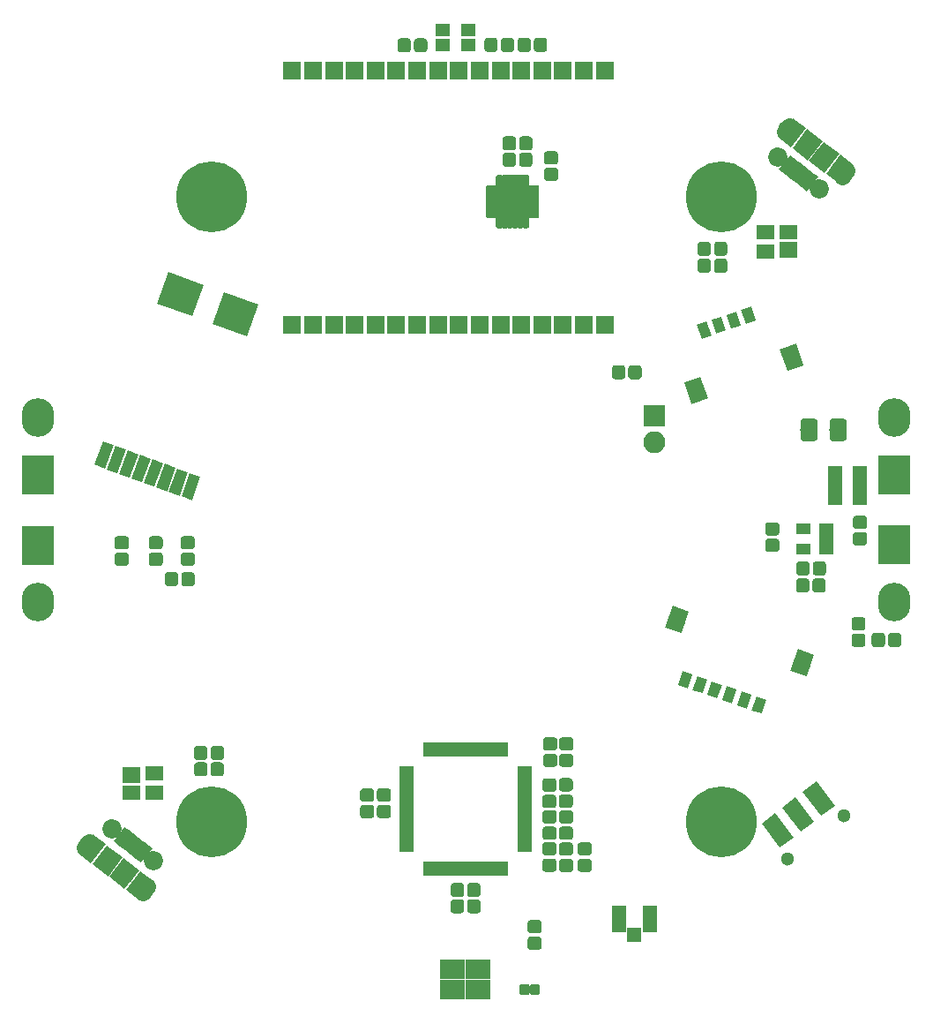
<source format=gbr>
G04 #@! TF.GenerationSoftware,KiCad,Pcbnew,6.0.0-rc1-unknown-3eb3db0~66~ubuntu18.04.1*
G04 #@! TF.CreationDate,2018-08-10T12:26:18-07:00*
G04 #@! TF.ProjectId,main_board_onion,6D61696E5F626F6172645F6F6E696F6E,rev?*
G04 #@! TF.SameCoordinates,Original*
G04 #@! TF.FileFunction,Soldermask,Top*
G04 #@! TF.FilePolarity,Negative*
%FSLAX46Y46*%
G04 Gerber Fmt 4.6, Leading zero omitted, Abs format (unit mm)*
G04 Created by KiCad (PCBNEW 6.0.0-rc1-unknown-3eb3db0~66~ubuntu18.04.1) date Fri Aug 10 12:26:18 2018*
%MOMM*%
%LPD*%
G01*
G04 APERTURE LIST*
%ADD10C,0.100000*%
%ADD11C,3.000000*%
%ADD12C,0.650000*%
%ADD13O,3.100000X3.700000*%
%ADD14R,3.100000X3.700000*%
%ADD15C,3.200000*%
%ADD16C,1.100000*%
%ADD17C,1.275000*%
%ADD18R,1.800000X1.400000*%
%ADD19R,1.800000X1.600000*%
%ADD20R,1.400000X1.200000*%
%ADD21R,2.100000X2.100000*%
%ADD22O,2.100000X2.100000*%
%ADD23C,6.800000*%
%ADD24C,1.000000*%
%ADD25C,1.650000*%
%ADD26C,1.900000*%
%ADD27C,1.850000*%
%ADD28C,0.800000*%
%ADD29C,1.600000*%
%ADD30C,1.600000*%
%ADD31R,1.380000X3.800000*%
%ADD32R,1.750000X1.750000*%
%ADD33C,1.300000*%
%ADD34R,1.460000X1.050000*%
%ADD35R,0.650000X1.400000*%
%ADD36R,1.400000X0.650000*%
%ADD37C,0.990000*%
%ADD38R,2.440000X1.940000*%
%ADD39R,1.450000X2.600000*%
%ADD40R,1.400000X1.450000*%
G04 APERTURE END LIST*
D10*
G04 #@! TO.C,U5*
G36*
X154960612Y-59689989D02*
X154988614Y-59694143D01*
X155016074Y-59701021D01*
X155042728Y-59710558D01*
X155068318Y-59722661D01*
X155092599Y-59737215D01*
X155115336Y-59754078D01*
X155136311Y-59773089D01*
X155155322Y-59794064D01*
X155172185Y-59816801D01*
X155186739Y-59841082D01*
X155198842Y-59866672D01*
X155208379Y-59893326D01*
X155215257Y-59920786D01*
X155219411Y-59948788D01*
X155220800Y-59977062D01*
X155220800Y-62400138D01*
X155219411Y-62428412D01*
X155215257Y-62456414D01*
X155208379Y-62483874D01*
X155198842Y-62510528D01*
X155186739Y-62536118D01*
X155172185Y-62560399D01*
X155155322Y-62583136D01*
X155136311Y-62604111D01*
X155115336Y-62623122D01*
X155092599Y-62639985D01*
X155068318Y-62654539D01*
X155042728Y-62666642D01*
X155016074Y-62676179D01*
X154988614Y-62683057D01*
X154960612Y-62687211D01*
X154932338Y-62688600D01*
X152509262Y-62688600D01*
X152480988Y-62687211D01*
X152452986Y-62683057D01*
X152425526Y-62676179D01*
X152398872Y-62666642D01*
X152373282Y-62654539D01*
X152349001Y-62639985D01*
X152326264Y-62623122D01*
X152305289Y-62604111D01*
X152286278Y-62583136D01*
X152269415Y-62560399D01*
X152254861Y-62536118D01*
X152242758Y-62510528D01*
X152233221Y-62483874D01*
X152226343Y-62456414D01*
X152222189Y-62428412D01*
X152220800Y-62400138D01*
X152220800Y-59977062D01*
X152222189Y-59948788D01*
X152226343Y-59920786D01*
X152233221Y-59893326D01*
X152242758Y-59866672D01*
X152254861Y-59841082D01*
X152269415Y-59816801D01*
X152286278Y-59794064D01*
X152305289Y-59773089D01*
X152326264Y-59754078D01*
X152349001Y-59737215D01*
X152373282Y-59722661D01*
X152398872Y-59710558D01*
X152425526Y-59701021D01*
X152452986Y-59694143D01*
X152480988Y-59689989D01*
X152509262Y-59688600D01*
X154932338Y-59688600D01*
X154960612Y-59689989D01*
X154960612Y-59689989D01*
G37*
D11*
X153720800Y-61188600D03*
D10*
G36*
X156124228Y-62114382D02*
X156140002Y-62116722D01*
X156155471Y-62120597D01*
X156170486Y-62125970D01*
X156184902Y-62132788D01*
X156198580Y-62140986D01*
X156211389Y-62150486D01*
X156223205Y-62161195D01*
X156233914Y-62173011D01*
X156243414Y-62185820D01*
X156251612Y-62199498D01*
X156258430Y-62213914D01*
X156263803Y-62228929D01*
X156267678Y-62244398D01*
X156270018Y-62260172D01*
X156270800Y-62276100D01*
X156270800Y-62601100D01*
X156270018Y-62617028D01*
X156267678Y-62632802D01*
X156263803Y-62648271D01*
X156258430Y-62663286D01*
X156251612Y-62677702D01*
X156243414Y-62691380D01*
X156233914Y-62704189D01*
X156223205Y-62716005D01*
X156211389Y-62726714D01*
X156198580Y-62736214D01*
X156184902Y-62744412D01*
X156170486Y-62751230D01*
X156155471Y-62756603D01*
X156140002Y-62760478D01*
X156124228Y-62762818D01*
X156108300Y-62763600D01*
X155208300Y-62763600D01*
X155192372Y-62762818D01*
X155176598Y-62760478D01*
X155161129Y-62756603D01*
X155146114Y-62751230D01*
X155131698Y-62744412D01*
X155118020Y-62736214D01*
X155105211Y-62726714D01*
X155093395Y-62716005D01*
X155082686Y-62704189D01*
X155073186Y-62691380D01*
X155064988Y-62677702D01*
X155058170Y-62663286D01*
X155052797Y-62648271D01*
X155048922Y-62632802D01*
X155046582Y-62617028D01*
X155045800Y-62601100D01*
X155045800Y-62276100D01*
X155046582Y-62260172D01*
X155048922Y-62244398D01*
X155052797Y-62228929D01*
X155058170Y-62213914D01*
X155064988Y-62199498D01*
X155073186Y-62185820D01*
X155082686Y-62173011D01*
X155093395Y-62161195D01*
X155105211Y-62150486D01*
X155118020Y-62140986D01*
X155131698Y-62132788D01*
X155146114Y-62125970D01*
X155161129Y-62120597D01*
X155176598Y-62116722D01*
X155192372Y-62114382D01*
X155208300Y-62113600D01*
X156108300Y-62113600D01*
X156124228Y-62114382D01*
X156124228Y-62114382D01*
G37*
D12*
X155658300Y-62438600D03*
D10*
G36*
X156124228Y-61614382D02*
X156140002Y-61616722D01*
X156155471Y-61620597D01*
X156170486Y-61625970D01*
X156184902Y-61632788D01*
X156198580Y-61640986D01*
X156211389Y-61650486D01*
X156223205Y-61661195D01*
X156233914Y-61673011D01*
X156243414Y-61685820D01*
X156251612Y-61699498D01*
X156258430Y-61713914D01*
X156263803Y-61728929D01*
X156267678Y-61744398D01*
X156270018Y-61760172D01*
X156270800Y-61776100D01*
X156270800Y-62101100D01*
X156270018Y-62117028D01*
X156267678Y-62132802D01*
X156263803Y-62148271D01*
X156258430Y-62163286D01*
X156251612Y-62177702D01*
X156243414Y-62191380D01*
X156233914Y-62204189D01*
X156223205Y-62216005D01*
X156211389Y-62226714D01*
X156198580Y-62236214D01*
X156184902Y-62244412D01*
X156170486Y-62251230D01*
X156155471Y-62256603D01*
X156140002Y-62260478D01*
X156124228Y-62262818D01*
X156108300Y-62263600D01*
X155208300Y-62263600D01*
X155192372Y-62262818D01*
X155176598Y-62260478D01*
X155161129Y-62256603D01*
X155146114Y-62251230D01*
X155131698Y-62244412D01*
X155118020Y-62236214D01*
X155105211Y-62226714D01*
X155093395Y-62216005D01*
X155082686Y-62204189D01*
X155073186Y-62191380D01*
X155064988Y-62177702D01*
X155058170Y-62163286D01*
X155052797Y-62148271D01*
X155048922Y-62132802D01*
X155046582Y-62117028D01*
X155045800Y-62101100D01*
X155045800Y-61776100D01*
X155046582Y-61760172D01*
X155048922Y-61744398D01*
X155052797Y-61728929D01*
X155058170Y-61713914D01*
X155064988Y-61699498D01*
X155073186Y-61685820D01*
X155082686Y-61673011D01*
X155093395Y-61661195D01*
X155105211Y-61650486D01*
X155118020Y-61640986D01*
X155131698Y-61632788D01*
X155146114Y-61625970D01*
X155161129Y-61620597D01*
X155176598Y-61616722D01*
X155192372Y-61614382D01*
X155208300Y-61613600D01*
X156108300Y-61613600D01*
X156124228Y-61614382D01*
X156124228Y-61614382D01*
G37*
D12*
X155658300Y-61938600D03*
D10*
G36*
X156124228Y-61114382D02*
X156140002Y-61116722D01*
X156155471Y-61120597D01*
X156170486Y-61125970D01*
X156184902Y-61132788D01*
X156198580Y-61140986D01*
X156211389Y-61150486D01*
X156223205Y-61161195D01*
X156233914Y-61173011D01*
X156243414Y-61185820D01*
X156251612Y-61199498D01*
X156258430Y-61213914D01*
X156263803Y-61228929D01*
X156267678Y-61244398D01*
X156270018Y-61260172D01*
X156270800Y-61276100D01*
X156270800Y-61601100D01*
X156270018Y-61617028D01*
X156267678Y-61632802D01*
X156263803Y-61648271D01*
X156258430Y-61663286D01*
X156251612Y-61677702D01*
X156243414Y-61691380D01*
X156233914Y-61704189D01*
X156223205Y-61716005D01*
X156211389Y-61726714D01*
X156198580Y-61736214D01*
X156184902Y-61744412D01*
X156170486Y-61751230D01*
X156155471Y-61756603D01*
X156140002Y-61760478D01*
X156124228Y-61762818D01*
X156108300Y-61763600D01*
X155208300Y-61763600D01*
X155192372Y-61762818D01*
X155176598Y-61760478D01*
X155161129Y-61756603D01*
X155146114Y-61751230D01*
X155131698Y-61744412D01*
X155118020Y-61736214D01*
X155105211Y-61726714D01*
X155093395Y-61716005D01*
X155082686Y-61704189D01*
X155073186Y-61691380D01*
X155064988Y-61677702D01*
X155058170Y-61663286D01*
X155052797Y-61648271D01*
X155048922Y-61632802D01*
X155046582Y-61617028D01*
X155045800Y-61601100D01*
X155045800Y-61276100D01*
X155046582Y-61260172D01*
X155048922Y-61244398D01*
X155052797Y-61228929D01*
X155058170Y-61213914D01*
X155064988Y-61199498D01*
X155073186Y-61185820D01*
X155082686Y-61173011D01*
X155093395Y-61161195D01*
X155105211Y-61150486D01*
X155118020Y-61140986D01*
X155131698Y-61132788D01*
X155146114Y-61125970D01*
X155161129Y-61120597D01*
X155176598Y-61116722D01*
X155192372Y-61114382D01*
X155208300Y-61113600D01*
X156108300Y-61113600D01*
X156124228Y-61114382D01*
X156124228Y-61114382D01*
G37*
D12*
X155658300Y-61438600D03*
D10*
G36*
X156124228Y-60614382D02*
X156140002Y-60616722D01*
X156155471Y-60620597D01*
X156170486Y-60625970D01*
X156184902Y-60632788D01*
X156198580Y-60640986D01*
X156211389Y-60650486D01*
X156223205Y-60661195D01*
X156233914Y-60673011D01*
X156243414Y-60685820D01*
X156251612Y-60699498D01*
X156258430Y-60713914D01*
X156263803Y-60728929D01*
X156267678Y-60744398D01*
X156270018Y-60760172D01*
X156270800Y-60776100D01*
X156270800Y-61101100D01*
X156270018Y-61117028D01*
X156267678Y-61132802D01*
X156263803Y-61148271D01*
X156258430Y-61163286D01*
X156251612Y-61177702D01*
X156243414Y-61191380D01*
X156233914Y-61204189D01*
X156223205Y-61216005D01*
X156211389Y-61226714D01*
X156198580Y-61236214D01*
X156184902Y-61244412D01*
X156170486Y-61251230D01*
X156155471Y-61256603D01*
X156140002Y-61260478D01*
X156124228Y-61262818D01*
X156108300Y-61263600D01*
X155208300Y-61263600D01*
X155192372Y-61262818D01*
X155176598Y-61260478D01*
X155161129Y-61256603D01*
X155146114Y-61251230D01*
X155131698Y-61244412D01*
X155118020Y-61236214D01*
X155105211Y-61226714D01*
X155093395Y-61216005D01*
X155082686Y-61204189D01*
X155073186Y-61191380D01*
X155064988Y-61177702D01*
X155058170Y-61163286D01*
X155052797Y-61148271D01*
X155048922Y-61132802D01*
X155046582Y-61117028D01*
X155045800Y-61101100D01*
X155045800Y-60776100D01*
X155046582Y-60760172D01*
X155048922Y-60744398D01*
X155052797Y-60728929D01*
X155058170Y-60713914D01*
X155064988Y-60699498D01*
X155073186Y-60685820D01*
X155082686Y-60673011D01*
X155093395Y-60661195D01*
X155105211Y-60650486D01*
X155118020Y-60640986D01*
X155131698Y-60632788D01*
X155146114Y-60625970D01*
X155161129Y-60620597D01*
X155176598Y-60616722D01*
X155192372Y-60614382D01*
X155208300Y-60613600D01*
X156108300Y-60613600D01*
X156124228Y-60614382D01*
X156124228Y-60614382D01*
G37*
D12*
X155658300Y-60938600D03*
D10*
G36*
X156124228Y-60114382D02*
X156140002Y-60116722D01*
X156155471Y-60120597D01*
X156170486Y-60125970D01*
X156184902Y-60132788D01*
X156198580Y-60140986D01*
X156211389Y-60150486D01*
X156223205Y-60161195D01*
X156233914Y-60173011D01*
X156243414Y-60185820D01*
X156251612Y-60199498D01*
X156258430Y-60213914D01*
X156263803Y-60228929D01*
X156267678Y-60244398D01*
X156270018Y-60260172D01*
X156270800Y-60276100D01*
X156270800Y-60601100D01*
X156270018Y-60617028D01*
X156267678Y-60632802D01*
X156263803Y-60648271D01*
X156258430Y-60663286D01*
X156251612Y-60677702D01*
X156243414Y-60691380D01*
X156233914Y-60704189D01*
X156223205Y-60716005D01*
X156211389Y-60726714D01*
X156198580Y-60736214D01*
X156184902Y-60744412D01*
X156170486Y-60751230D01*
X156155471Y-60756603D01*
X156140002Y-60760478D01*
X156124228Y-60762818D01*
X156108300Y-60763600D01*
X155208300Y-60763600D01*
X155192372Y-60762818D01*
X155176598Y-60760478D01*
X155161129Y-60756603D01*
X155146114Y-60751230D01*
X155131698Y-60744412D01*
X155118020Y-60736214D01*
X155105211Y-60726714D01*
X155093395Y-60716005D01*
X155082686Y-60704189D01*
X155073186Y-60691380D01*
X155064988Y-60677702D01*
X155058170Y-60663286D01*
X155052797Y-60648271D01*
X155048922Y-60632802D01*
X155046582Y-60617028D01*
X155045800Y-60601100D01*
X155045800Y-60276100D01*
X155046582Y-60260172D01*
X155048922Y-60244398D01*
X155052797Y-60228929D01*
X155058170Y-60213914D01*
X155064988Y-60199498D01*
X155073186Y-60185820D01*
X155082686Y-60173011D01*
X155093395Y-60161195D01*
X155105211Y-60150486D01*
X155118020Y-60140986D01*
X155131698Y-60132788D01*
X155146114Y-60125970D01*
X155161129Y-60120597D01*
X155176598Y-60116722D01*
X155192372Y-60114382D01*
X155208300Y-60113600D01*
X156108300Y-60113600D01*
X156124228Y-60114382D01*
X156124228Y-60114382D01*
G37*
D12*
X155658300Y-60438600D03*
D10*
G36*
X156124228Y-59614382D02*
X156140002Y-59616722D01*
X156155471Y-59620597D01*
X156170486Y-59625970D01*
X156184902Y-59632788D01*
X156198580Y-59640986D01*
X156211389Y-59650486D01*
X156223205Y-59661195D01*
X156233914Y-59673011D01*
X156243414Y-59685820D01*
X156251612Y-59699498D01*
X156258430Y-59713914D01*
X156263803Y-59728929D01*
X156267678Y-59744398D01*
X156270018Y-59760172D01*
X156270800Y-59776100D01*
X156270800Y-60101100D01*
X156270018Y-60117028D01*
X156267678Y-60132802D01*
X156263803Y-60148271D01*
X156258430Y-60163286D01*
X156251612Y-60177702D01*
X156243414Y-60191380D01*
X156233914Y-60204189D01*
X156223205Y-60216005D01*
X156211389Y-60226714D01*
X156198580Y-60236214D01*
X156184902Y-60244412D01*
X156170486Y-60251230D01*
X156155471Y-60256603D01*
X156140002Y-60260478D01*
X156124228Y-60262818D01*
X156108300Y-60263600D01*
X155208300Y-60263600D01*
X155192372Y-60262818D01*
X155176598Y-60260478D01*
X155161129Y-60256603D01*
X155146114Y-60251230D01*
X155131698Y-60244412D01*
X155118020Y-60236214D01*
X155105211Y-60226714D01*
X155093395Y-60216005D01*
X155082686Y-60204189D01*
X155073186Y-60191380D01*
X155064988Y-60177702D01*
X155058170Y-60163286D01*
X155052797Y-60148271D01*
X155048922Y-60132802D01*
X155046582Y-60117028D01*
X155045800Y-60101100D01*
X155045800Y-59776100D01*
X155046582Y-59760172D01*
X155048922Y-59744398D01*
X155052797Y-59728929D01*
X155058170Y-59713914D01*
X155064988Y-59699498D01*
X155073186Y-59685820D01*
X155082686Y-59673011D01*
X155093395Y-59661195D01*
X155105211Y-59650486D01*
X155118020Y-59640986D01*
X155131698Y-59632788D01*
X155146114Y-59625970D01*
X155161129Y-59620597D01*
X155176598Y-59616722D01*
X155192372Y-59614382D01*
X155208300Y-59613600D01*
X156108300Y-59613600D01*
X156124228Y-59614382D01*
X156124228Y-59614382D01*
G37*
D12*
X155658300Y-59938600D03*
D10*
G36*
X155149228Y-58639382D02*
X155165002Y-58641722D01*
X155180471Y-58645597D01*
X155195486Y-58650970D01*
X155209902Y-58657788D01*
X155223580Y-58665986D01*
X155236389Y-58675486D01*
X155248205Y-58686195D01*
X155258914Y-58698011D01*
X155268414Y-58710820D01*
X155276612Y-58724498D01*
X155283430Y-58738914D01*
X155288803Y-58753929D01*
X155292678Y-58769398D01*
X155295018Y-58785172D01*
X155295800Y-58801100D01*
X155295800Y-59701100D01*
X155295018Y-59717028D01*
X155292678Y-59732802D01*
X155288803Y-59748271D01*
X155283430Y-59763286D01*
X155276612Y-59777702D01*
X155268414Y-59791380D01*
X155258914Y-59804189D01*
X155248205Y-59816005D01*
X155236389Y-59826714D01*
X155223580Y-59836214D01*
X155209902Y-59844412D01*
X155195486Y-59851230D01*
X155180471Y-59856603D01*
X155165002Y-59860478D01*
X155149228Y-59862818D01*
X155133300Y-59863600D01*
X154808300Y-59863600D01*
X154792372Y-59862818D01*
X154776598Y-59860478D01*
X154761129Y-59856603D01*
X154746114Y-59851230D01*
X154731698Y-59844412D01*
X154718020Y-59836214D01*
X154705211Y-59826714D01*
X154693395Y-59816005D01*
X154682686Y-59804189D01*
X154673186Y-59791380D01*
X154664988Y-59777702D01*
X154658170Y-59763286D01*
X154652797Y-59748271D01*
X154648922Y-59732802D01*
X154646582Y-59717028D01*
X154645800Y-59701100D01*
X154645800Y-58801100D01*
X154646582Y-58785172D01*
X154648922Y-58769398D01*
X154652797Y-58753929D01*
X154658170Y-58738914D01*
X154664988Y-58724498D01*
X154673186Y-58710820D01*
X154682686Y-58698011D01*
X154693395Y-58686195D01*
X154705211Y-58675486D01*
X154718020Y-58665986D01*
X154731698Y-58657788D01*
X154746114Y-58650970D01*
X154761129Y-58645597D01*
X154776598Y-58641722D01*
X154792372Y-58639382D01*
X154808300Y-58638600D01*
X155133300Y-58638600D01*
X155149228Y-58639382D01*
X155149228Y-58639382D01*
G37*
D12*
X154970800Y-59251100D03*
D10*
G36*
X154649228Y-58639382D02*
X154665002Y-58641722D01*
X154680471Y-58645597D01*
X154695486Y-58650970D01*
X154709902Y-58657788D01*
X154723580Y-58665986D01*
X154736389Y-58675486D01*
X154748205Y-58686195D01*
X154758914Y-58698011D01*
X154768414Y-58710820D01*
X154776612Y-58724498D01*
X154783430Y-58738914D01*
X154788803Y-58753929D01*
X154792678Y-58769398D01*
X154795018Y-58785172D01*
X154795800Y-58801100D01*
X154795800Y-59701100D01*
X154795018Y-59717028D01*
X154792678Y-59732802D01*
X154788803Y-59748271D01*
X154783430Y-59763286D01*
X154776612Y-59777702D01*
X154768414Y-59791380D01*
X154758914Y-59804189D01*
X154748205Y-59816005D01*
X154736389Y-59826714D01*
X154723580Y-59836214D01*
X154709902Y-59844412D01*
X154695486Y-59851230D01*
X154680471Y-59856603D01*
X154665002Y-59860478D01*
X154649228Y-59862818D01*
X154633300Y-59863600D01*
X154308300Y-59863600D01*
X154292372Y-59862818D01*
X154276598Y-59860478D01*
X154261129Y-59856603D01*
X154246114Y-59851230D01*
X154231698Y-59844412D01*
X154218020Y-59836214D01*
X154205211Y-59826714D01*
X154193395Y-59816005D01*
X154182686Y-59804189D01*
X154173186Y-59791380D01*
X154164988Y-59777702D01*
X154158170Y-59763286D01*
X154152797Y-59748271D01*
X154148922Y-59732802D01*
X154146582Y-59717028D01*
X154145800Y-59701100D01*
X154145800Y-58801100D01*
X154146582Y-58785172D01*
X154148922Y-58769398D01*
X154152797Y-58753929D01*
X154158170Y-58738914D01*
X154164988Y-58724498D01*
X154173186Y-58710820D01*
X154182686Y-58698011D01*
X154193395Y-58686195D01*
X154205211Y-58675486D01*
X154218020Y-58665986D01*
X154231698Y-58657788D01*
X154246114Y-58650970D01*
X154261129Y-58645597D01*
X154276598Y-58641722D01*
X154292372Y-58639382D01*
X154308300Y-58638600D01*
X154633300Y-58638600D01*
X154649228Y-58639382D01*
X154649228Y-58639382D01*
G37*
D12*
X154470800Y-59251100D03*
D10*
G36*
X154149228Y-58639382D02*
X154165002Y-58641722D01*
X154180471Y-58645597D01*
X154195486Y-58650970D01*
X154209902Y-58657788D01*
X154223580Y-58665986D01*
X154236389Y-58675486D01*
X154248205Y-58686195D01*
X154258914Y-58698011D01*
X154268414Y-58710820D01*
X154276612Y-58724498D01*
X154283430Y-58738914D01*
X154288803Y-58753929D01*
X154292678Y-58769398D01*
X154295018Y-58785172D01*
X154295800Y-58801100D01*
X154295800Y-59701100D01*
X154295018Y-59717028D01*
X154292678Y-59732802D01*
X154288803Y-59748271D01*
X154283430Y-59763286D01*
X154276612Y-59777702D01*
X154268414Y-59791380D01*
X154258914Y-59804189D01*
X154248205Y-59816005D01*
X154236389Y-59826714D01*
X154223580Y-59836214D01*
X154209902Y-59844412D01*
X154195486Y-59851230D01*
X154180471Y-59856603D01*
X154165002Y-59860478D01*
X154149228Y-59862818D01*
X154133300Y-59863600D01*
X153808300Y-59863600D01*
X153792372Y-59862818D01*
X153776598Y-59860478D01*
X153761129Y-59856603D01*
X153746114Y-59851230D01*
X153731698Y-59844412D01*
X153718020Y-59836214D01*
X153705211Y-59826714D01*
X153693395Y-59816005D01*
X153682686Y-59804189D01*
X153673186Y-59791380D01*
X153664988Y-59777702D01*
X153658170Y-59763286D01*
X153652797Y-59748271D01*
X153648922Y-59732802D01*
X153646582Y-59717028D01*
X153645800Y-59701100D01*
X153645800Y-58801100D01*
X153646582Y-58785172D01*
X153648922Y-58769398D01*
X153652797Y-58753929D01*
X153658170Y-58738914D01*
X153664988Y-58724498D01*
X153673186Y-58710820D01*
X153682686Y-58698011D01*
X153693395Y-58686195D01*
X153705211Y-58675486D01*
X153718020Y-58665986D01*
X153731698Y-58657788D01*
X153746114Y-58650970D01*
X153761129Y-58645597D01*
X153776598Y-58641722D01*
X153792372Y-58639382D01*
X153808300Y-58638600D01*
X154133300Y-58638600D01*
X154149228Y-58639382D01*
X154149228Y-58639382D01*
G37*
D12*
X153970800Y-59251100D03*
D10*
G36*
X153649228Y-58639382D02*
X153665002Y-58641722D01*
X153680471Y-58645597D01*
X153695486Y-58650970D01*
X153709902Y-58657788D01*
X153723580Y-58665986D01*
X153736389Y-58675486D01*
X153748205Y-58686195D01*
X153758914Y-58698011D01*
X153768414Y-58710820D01*
X153776612Y-58724498D01*
X153783430Y-58738914D01*
X153788803Y-58753929D01*
X153792678Y-58769398D01*
X153795018Y-58785172D01*
X153795800Y-58801100D01*
X153795800Y-59701100D01*
X153795018Y-59717028D01*
X153792678Y-59732802D01*
X153788803Y-59748271D01*
X153783430Y-59763286D01*
X153776612Y-59777702D01*
X153768414Y-59791380D01*
X153758914Y-59804189D01*
X153748205Y-59816005D01*
X153736389Y-59826714D01*
X153723580Y-59836214D01*
X153709902Y-59844412D01*
X153695486Y-59851230D01*
X153680471Y-59856603D01*
X153665002Y-59860478D01*
X153649228Y-59862818D01*
X153633300Y-59863600D01*
X153308300Y-59863600D01*
X153292372Y-59862818D01*
X153276598Y-59860478D01*
X153261129Y-59856603D01*
X153246114Y-59851230D01*
X153231698Y-59844412D01*
X153218020Y-59836214D01*
X153205211Y-59826714D01*
X153193395Y-59816005D01*
X153182686Y-59804189D01*
X153173186Y-59791380D01*
X153164988Y-59777702D01*
X153158170Y-59763286D01*
X153152797Y-59748271D01*
X153148922Y-59732802D01*
X153146582Y-59717028D01*
X153145800Y-59701100D01*
X153145800Y-58801100D01*
X153146582Y-58785172D01*
X153148922Y-58769398D01*
X153152797Y-58753929D01*
X153158170Y-58738914D01*
X153164988Y-58724498D01*
X153173186Y-58710820D01*
X153182686Y-58698011D01*
X153193395Y-58686195D01*
X153205211Y-58675486D01*
X153218020Y-58665986D01*
X153231698Y-58657788D01*
X153246114Y-58650970D01*
X153261129Y-58645597D01*
X153276598Y-58641722D01*
X153292372Y-58639382D01*
X153308300Y-58638600D01*
X153633300Y-58638600D01*
X153649228Y-58639382D01*
X153649228Y-58639382D01*
G37*
D12*
X153470800Y-59251100D03*
D10*
G36*
X153149228Y-58639382D02*
X153165002Y-58641722D01*
X153180471Y-58645597D01*
X153195486Y-58650970D01*
X153209902Y-58657788D01*
X153223580Y-58665986D01*
X153236389Y-58675486D01*
X153248205Y-58686195D01*
X153258914Y-58698011D01*
X153268414Y-58710820D01*
X153276612Y-58724498D01*
X153283430Y-58738914D01*
X153288803Y-58753929D01*
X153292678Y-58769398D01*
X153295018Y-58785172D01*
X153295800Y-58801100D01*
X153295800Y-59701100D01*
X153295018Y-59717028D01*
X153292678Y-59732802D01*
X153288803Y-59748271D01*
X153283430Y-59763286D01*
X153276612Y-59777702D01*
X153268414Y-59791380D01*
X153258914Y-59804189D01*
X153248205Y-59816005D01*
X153236389Y-59826714D01*
X153223580Y-59836214D01*
X153209902Y-59844412D01*
X153195486Y-59851230D01*
X153180471Y-59856603D01*
X153165002Y-59860478D01*
X153149228Y-59862818D01*
X153133300Y-59863600D01*
X152808300Y-59863600D01*
X152792372Y-59862818D01*
X152776598Y-59860478D01*
X152761129Y-59856603D01*
X152746114Y-59851230D01*
X152731698Y-59844412D01*
X152718020Y-59836214D01*
X152705211Y-59826714D01*
X152693395Y-59816005D01*
X152682686Y-59804189D01*
X152673186Y-59791380D01*
X152664988Y-59777702D01*
X152658170Y-59763286D01*
X152652797Y-59748271D01*
X152648922Y-59732802D01*
X152646582Y-59717028D01*
X152645800Y-59701100D01*
X152645800Y-58801100D01*
X152646582Y-58785172D01*
X152648922Y-58769398D01*
X152652797Y-58753929D01*
X152658170Y-58738914D01*
X152664988Y-58724498D01*
X152673186Y-58710820D01*
X152682686Y-58698011D01*
X152693395Y-58686195D01*
X152705211Y-58675486D01*
X152718020Y-58665986D01*
X152731698Y-58657788D01*
X152746114Y-58650970D01*
X152761129Y-58645597D01*
X152776598Y-58641722D01*
X152792372Y-58639382D01*
X152808300Y-58638600D01*
X153133300Y-58638600D01*
X153149228Y-58639382D01*
X153149228Y-58639382D01*
G37*
D12*
X152970800Y-59251100D03*
D10*
G36*
X152649228Y-58639382D02*
X152665002Y-58641722D01*
X152680471Y-58645597D01*
X152695486Y-58650970D01*
X152709902Y-58657788D01*
X152723580Y-58665986D01*
X152736389Y-58675486D01*
X152748205Y-58686195D01*
X152758914Y-58698011D01*
X152768414Y-58710820D01*
X152776612Y-58724498D01*
X152783430Y-58738914D01*
X152788803Y-58753929D01*
X152792678Y-58769398D01*
X152795018Y-58785172D01*
X152795800Y-58801100D01*
X152795800Y-59701100D01*
X152795018Y-59717028D01*
X152792678Y-59732802D01*
X152788803Y-59748271D01*
X152783430Y-59763286D01*
X152776612Y-59777702D01*
X152768414Y-59791380D01*
X152758914Y-59804189D01*
X152748205Y-59816005D01*
X152736389Y-59826714D01*
X152723580Y-59836214D01*
X152709902Y-59844412D01*
X152695486Y-59851230D01*
X152680471Y-59856603D01*
X152665002Y-59860478D01*
X152649228Y-59862818D01*
X152633300Y-59863600D01*
X152308300Y-59863600D01*
X152292372Y-59862818D01*
X152276598Y-59860478D01*
X152261129Y-59856603D01*
X152246114Y-59851230D01*
X152231698Y-59844412D01*
X152218020Y-59836214D01*
X152205211Y-59826714D01*
X152193395Y-59816005D01*
X152182686Y-59804189D01*
X152173186Y-59791380D01*
X152164988Y-59777702D01*
X152158170Y-59763286D01*
X152152797Y-59748271D01*
X152148922Y-59732802D01*
X152146582Y-59717028D01*
X152145800Y-59701100D01*
X152145800Y-58801100D01*
X152146582Y-58785172D01*
X152148922Y-58769398D01*
X152152797Y-58753929D01*
X152158170Y-58738914D01*
X152164988Y-58724498D01*
X152173186Y-58710820D01*
X152182686Y-58698011D01*
X152193395Y-58686195D01*
X152205211Y-58675486D01*
X152218020Y-58665986D01*
X152231698Y-58657788D01*
X152246114Y-58650970D01*
X152261129Y-58645597D01*
X152276598Y-58641722D01*
X152292372Y-58639382D01*
X152308300Y-58638600D01*
X152633300Y-58638600D01*
X152649228Y-58639382D01*
X152649228Y-58639382D01*
G37*
D12*
X152470800Y-59251100D03*
D10*
G36*
X152249228Y-59614382D02*
X152265002Y-59616722D01*
X152280471Y-59620597D01*
X152295486Y-59625970D01*
X152309902Y-59632788D01*
X152323580Y-59640986D01*
X152336389Y-59650486D01*
X152348205Y-59661195D01*
X152358914Y-59673011D01*
X152368414Y-59685820D01*
X152376612Y-59699498D01*
X152383430Y-59713914D01*
X152388803Y-59728929D01*
X152392678Y-59744398D01*
X152395018Y-59760172D01*
X152395800Y-59776100D01*
X152395800Y-60101100D01*
X152395018Y-60117028D01*
X152392678Y-60132802D01*
X152388803Y-60148271D01*
X152383430Y-60163286D01*
X152376612Y-60177702D01*
X152368414Y-60191380D01*
X152358914Y-60204189D01*
X152348205Y-60216005D01*
X152336389Y-60226714D01*
X152323580Y-60236214D01*
X152309902Y-60244412D01*
X152295486Y-60251230D01*
X152280471Y-60256603D01*
X152265002Y-60260478D01*
X152249228Y-60262818D01*
X152233300Y-60263600D01*
X151333300Y-60263600D01*
X151317372Y-60262818D01*
X151301598Y-60260478D01*
X151286129Y-60256603D01*
X151271114Y-60251230D01*
X151256698Y-60244412D01*
X151243020Y-60236214D01*
X151230211Y-60226714D01*
X151218395Y-60216005D01*
X151207686Y-60204189D01*
X151198186Y-60191380D01*
X151189988Y-60177702D01*
X151183170Y-60163286D01*
X151177797Y-60148271D01*
X151173922Y-60132802D01*
X151171582Y-60117028D01*
X151170800Y-60101100D01*
X151170800Y-59776100D01*
X151171582Y-59760172D01*
X151173922Y-59744398D01*
X151177797Y-59728929D01*
X151183170Y-59713914D01*
X151189988Y-59699498D01*
X151198186Y-59685820D01*
X151207686Y-59673011D01*
X151218395Y-59661195D01*
X151230211Y-59650486D01*
X151243020Y-59640986D01*
X151256698Y-59632788D01*
X151271114Y-59625970D01*
X151286129Y-59620597D01*
X151301598Y-59616722D01*
X151317372Y-59614382D01*
X151333300Y-59613600D01*
X152233300Y-59613600D01*
X152249228Y-59614382D01*
X152249228Y-59614382D01*
G37*
D12*
X151783300Y-59938600D03*
D10*
G36*
X152249228Y-60114382D02*
X152265002Y-60116722D01*
X152280471Y-60120597D01*
X152295486Y-60125970D01*
X152309902Y-60132788D01*
X152323580Y-60140986D01*
X152336389Y-60150486D01*
X152348205Y-60161195D01*
X152358914Y-60173011D01*
X152368414Y-60185820D01*
X152376612Y-60199498D01*
X152383430Y-60213914D01*
X152388803Y-60228929D01*
X152392678Y-60244398D01*
X152395018Y-60260172D01*
X152395800Y-60276100D01*
X152395800Y-60601100D01*
X152395018Y-60617028D01*
X152392678Y-60632802D01*
X152388803Y-60648271D01*
X152383430Y-60663286D01*
X152376612Y-60677702D01*
X152368414Y-60691380D01*
X152358914Y-60704189D01*
X152348205Y-60716005D01*
X152336389Y-60726714D01*
X152323580Y-60736214D01*
X152309902Y-60744412D01*
X152295486Y-60751230D01*
X152280471Y-60756603D01*
X152265002Y-60760478D01*
X152249228Y-60762818D01*
X152233300Y-60763600D01*
X151333300Y-60763600D01*
X151317372Y-60762818D01*
X151301598Y-60760478D01*
X151286129Y-60756603D01*
X151271114Y-60751230D01*
X151256698Y-60744412D01*
X151243020Y-60736214D01*
X151230211Y-60726714D01*
X151218395Y-60716005D01*
X151207686Y-60704189D01*
X151198186Y-60691380D01*
X151189988Y-60677702D01*
X151183170Y-60663286D01*
X151177797Y-60648271D01*
X151173922Y-60632802D01*
X151171582Y-60617028D01*
X151170800Y-60601100D01*
X151170800Y-60276100D01*
X151171582Y-60260172D01*
X151173922Y-60244398D01*
X151177797Y-60228929D01*
X151183170Y-60213914D01*
X151189988Y-60199498D01*
X151198186Y-60185820D01*
X151207686Y-60173011D01*
X151218395Y-60161195D01*
X151230211Y-60150486D01*
X151243020Y-60140986D01*
X151256698Y-60132788D01*
X151271114Y-60125970D01*
X151286129Y-60120597D01*
X151301598Y-60116722D01*
X151317372Y-60114382D01*
X151333300Y-60113600D01*
X152233300Y-60113600D01*
X152249228Y-60114382D01*
X152249228Y-60114382D01*
G37*
D12*
X151783300Y-60438600D03*
D10*
G36*
X152249228Y-60614382D02*
X152265002Y-60616722D01*
X152280471Y-60620597D01*
X152295486Y-60625970D01*
X152309902Y-60632788D01*
X152323580Y-60640986D01*
X152336389Y-60650486D01*
X152348205Y-60661195D01*
X152358914Y-60673011D01*
X152368414Y-60685820D01*
X152376612Y-60699498D01*
X152383430Y-60713914D01*
X152388803Y-60728929D01*
X152392678Y-60744398D01*
X152395018Y-60760172D01*
X152395800Y-60776100D01*
X152395800Y-61101100D01*
X152395018Y-61117028D01*
X152392678Y-61132802D01*
X152388803Y-61148271D01*
X152383430Y-61163286D01*
X152376612Y-61177702D01*
X152368414Y-61191380D01*
X152358914Y-61204189D01*
X152348205Y-61216005D01*
X152336389Y-61226714D01*
X152323580Y-61236214D01*
X152309902Y-61244412D01*
X152295486Y-61251230D01*
X152280471Y-61256603D01*
X152265002Y-61260478D01*
X152249228Y-61262818D01*
X152233300Y-61263600D01*
X151333300Y-61263600D01*
X151317372Y-61262818D01*
X151301598Y-61260478D01*
X151286129Y-61256603D01*
X151271114Y-61251230D01*
X151256698Y-61244412D01*
X151243020Y-61236214D01*
X151230211Y-61226714D01*
X151218395Y-61216005D01*
X151207686Y-61204189D01*
X151198186Y-61191380D01*
X151189988Y-61177702D01*
X151183170Y-61163286D01*
X151177797Y-61148271D01*
X151173922Y-61132802D01*
X151171582Y-61117028D01*
X151170800Y-61101100D01*
X151170800Y-60776100D01*
X151171582Y-60760172D01*
X151173922Y-60744398D01*
X151177797Y-60728929D01*
X151183170Y-60713914D01*
X151189988Y-60699498D01*
X151198186Y-60685820D01*
X151207686Y-60673011D01*
X151218395Y-60661195D01*
X151230211Y-60650486D01*
X151243020Y-60640986D01*
X151256698Y-60632788D01*
X151271114Y-60625970D01*
X151286129Y-60620597D01*
X151301598Y-60616722D01*
X151317372Y-60614382D01*
X151333300Y-60613600D01*
X152233300Y-60613600D01*
X152249228Y-60614382D01*
X152249228Y-60614382D01*
G37*
D12*
X151783300Y-60938600D03*
D10*
G36*
X152249228Y-61114382D02*
X152265002Y-61116722D01*
X152280471Y-61120597D01*
X152295486Y-61125970D01*
X152309902Y-61132788D01*
X152323580Y-61140986D01*
X152336389Y-61150486D01*
X152348205Y-61161195D01*
X152358914Y-61173011D01*
X152368414Y-61185820D01*
X152376612Y-61199498D01*
X152383430Y-61213914D01*
X152388803Y-61228929D01*
X152392678Y-61244398D01*
X152395018Y-61260172D01*
X152395800Y-61276100D01*
X152395800Y-61601100D01*
X152395018Y-61617028D01*
X152392678Y-61632802D01*
X152388803Y-61648271D01*
X152383430Y-61663286D01*
X152376612Y-61677702D01*
X152368414Y-61691380D01*
X152358914Y-61704189D01*
X152348205Y-61716005D01*
X152336389Y-61726714D01*
X152323580Y-61736214D01*
X152309902Y-61744412D01*
X152295486Y-61751230D01*
X152280471Y-61756603D01*
X152265002Y-61760478D01*
X152249228Y-61762818D01*
X152233300Y-61763600D01*
X151333300Y-61763600D01*
X151317372Y-61762818D01*
X151301598Y-61760478D01*
X151286129Y-61756603D01*
X151271114Y-61751230D01*
X151256698Y-61744412D01*
X151243020Y-61736214D01*
X151230211Y-61726714D01*
X151218395Y-61716005D01*
X151207686Y-61704189D01*
X151198186Y-61691380D01*
X151189988Y-61677702D01*
X151183170Y-61663286D01*
X151177797Y-61648271D01*
X151173922Y-61632802D01*
X151171582Y-61617028D01*
X151170800Y-61601100D01*
X151170800Y-61276100D01*
X151171582Y-61260172D01*
X151173922Y-61244398D01*
X151177797Y-61228929D01*
X151183170Y-61213914D01*
X151189988Y-61199498D01*
X151198186Y-61185820D01*
X151207686Y-61173011D01*
X151218395Y-61161195D01*
X151230211Y-61150486D01*
X151243020Y-61140986D01*
X151256698Y-61132788D01*
X151271114Y-61125970D01*
X151286129Y-61120597D01*
X151301598Y-61116722D01*
X151317372Y-61114382D01*
X151333300Y-61113600D01*
X152233300Y-61113600D01*
X152249228Y-61114382D01*
X152249228Y-61114382D01*
G37*
D12*
X151783300Y-61438600D03*
D10*
G36*
X152249228Y-61614382D02*
X152265002Y-61616722D01*
X152280471Y-61620597D01*
X152295486Y-61625970D01*
X152309902Y-61632788D01*
X152323580Y-61640986D01*
X152336389Y-61650486D01*
X152348205Y-61661195D01*
X152358914Y-61673011D01*
X152368414Y-61685820D01*
X152376612Y-61699498D01*
X152383430Y-61713914D01*
X152388803Y-61728929D01*
X152392678Y-61744398D01*
X152395018Y-61760172D01*
X152395800Y-61776100D01*
X152395800Y-62101100D01*
X152395018Y-62117028D01*
X152392678Y-62132802D01*
X152388803Y-62148271D01*
X152383430Y-62163286D01*
X152376612Y-62177702D01*
X152368414Y-62191380D01*
X152358914Y-62204189D01*
X152348205Y-62216005D01*
X152336389Y-62226714D01*
X152323580Y-62236214D01*
X152309902Y-62244412D01*
X152295486Y-62251230D01*
X152280471Y-62256603D01*
X152265002Y-62260478D01*
X152249228Y-62262818D01*
X152233300Y-62263600D01*
X151333300Y-62263600D01*
X151317372Y-62262818D01*
X151301598Y-62260478D01*
X151286129Y-62256603D01*
X151271114Y-62251230D01*
X151256698Y-62244412D01*
X151243020Y-62236214D01*
X151230211Y-62226714D01*
X151218395Y-62216005D01*
X151207686Y-62204189D01*
X151198186Y-62191380D01*
X151189988Y-62177702D01*
X151183170Y-62163286D01*
X151177797Y-62148271D01*
X151173922Y-62132802D01*
X151171582Y-62117028D01*
X151170800Y-62101100D01*
X151170800Y-61776100D01*
X151171582Y-61760172D01*
X151173922Y-61744398D01*
X151177797Y-61728929D01*
X151183170Y-61713914D01*
X151189988Y-61699498D01*
X151198186Y-61685820D01*
X151207686Y-61673011D01*
X151218395Y-61661195D01*
X151230211Y-61650486D01*
X151243020Y-61640986D01*
X151256698Y-61632788D01*
X151271114Y-61625970D01*
X151286129Y-61620597D01*
X151301598Y-61616722D01*
X151317372Y-61614382D01*
X151333300Y-61613600D01*
X152233300Y-61613600D01*
X152249228Y-61614382D01*
X152249228Y-61614382D01*
G37*
D12*
X151783300Y-61938600D03*
D10*
G36*
X152249228Y-62114382D02*
X152265002Y-62116722D01*
X152280471Y-62120597D01*
X152295486Y-62125970D01*
X152309902Y-62132788D01*
X152323580Y-62140986D01*
X152336389Y-62150486D01*
X152348205Y-62161195D01*
X152358914Y-62173011D01*
X152368414Y-62185820D01*
X152376612Y-62199498D01*
X152383430Y-62213914D01*
X152388803Y-62228929D01*
X152392678Y-62244398D01*
X152395018Y-62260172D01*
X152395800Y-62276100D01*
X152395800Y-62601100D01*
X152395018Y-62617028D01*
X152392678Y-62632802D01*
X152388803Y-62648271D01*
X152383430Y-62663286D01*
X152376612Y-62677702D01*
X152368414Y-62691380D01*
X152358914Y-62704189D01*
X152348205Y-62716005D01*
X152336389Y-62726714D01*
X152323580Y-62736214D01*
X152309902Y-62744412D01*
X152295486Y-62751230D01*
X152280471Y-62756603D01*
X152265002Y-62760478D01*
X152249228Y-62762818D01*
X152233300Y-62763600D01*
X151333300Y-62763600D01*
X151317372Y-62762818D01*
X151301598Y-62760478D01*
X151286129Y-62756603D01*
X151271114Y-62751230D01*
X151256698Y-62744412D01*
X151243020Y-62736214D01*
X151230211Y-62726714D01*
X151218395Y-62716005D01*
X151207686Y-62704189D01*
X151198186Y-62691380D01*
X151189988Y-62677702D01*
X151183170Y-62663286D01*
X151177797Y-62648271D01*
X151173922Y-62632802D01*
X151171582Y-62617028D01*
X151170800Y-62601100D01*
X151170800Y-62276100D01*
X151171582Y-62260172D01*
X151173922Y-62244398D01*
X151177797Y-62228929D01*
X151183170Y-62213914D01*
X151189988Y-62199498D01*
X151198186Y-62185820D01*
X151207686Y-62173011D01*
X151218395Y-62161195D01*
X151230211Y-62150486D01*
X151243020Y-62140986D01*
X151256698Y-62132788D01*
X151271114Y-62125970D01*
X151286129Y-62120597D01*
X151301598Y-62116722D01*
X151317372Y-62114382D01*
X151333300Y-62113600D01*
X152233300Y-62113600D01*
X152249228Y-62114382D01*
X152249228Y-62114382D01*
G37*
D12*
X151783300Y-62438600D03*
D10*
G36*
X152649228Y-62514382D02*
X152665002Y-62516722D01*
X152680471Y-62520597D01*
X152695486Y-62525970D01*
X152709902Y-62532788D01*
X152723580Y-62540986D01*
X152736389Y-62550486D01*
X152748205Y-62561195D01*
X152758914Y-62573011D01*
X152768414Y-62585820D01*
X152776612Y-62599498D01*
X152783430Y-62613914D01*
X152788803Y-62628929D01*
X152792678Y-62644398D01*
X152795018Y-62660172D01*
X152795800Y-62676100D01*
X152795800Y-63576100D01*
X152795018Y-63592028D01*
X152792678Y-63607802D01*
X152788803Y-63623271D01*
X152783430Y-63638286D01*
X152776612Y-63652702D01*
X152768414Y-63666380D01*
X152758914Y-63679189D01*
X152748205Y-63691005D01*
X152736389Y-63701714D01*
X152723580Y-63711214D01*
X152709902Y-63719412D01*
X152695486Y-63726230D01*
X152680471Y-63731603D01*
X152665002Y-63735478D01*
X152649228Y-63737818D01*
X152633300Y-63738600D01*
X152308300Y-63738600D01*
X152292372Y-63737818D01*
X152276598Y-63735478D01*
X152261129Y-63731603D01*
X152246114Y-63726230D01*
X152231698Y-63719412D01*
X152218020Y-63711214D01*
X152205211Y-63701714D01*
X152193395Y-63691005D01*
X152182686Y-63679189D01*
X152173186Y-63666380D01*
X152164988Y-63652702D01*
X152158170Y-63638286D01*
X152152797Y-63623271D01*
X152148922Y-63607802D01*
X152146582Y-63592028D01*
X152145800Y-63576100D01*
X152145800Y-62676100D01*
X152146582Y-62660172D01*
X152148922Y-62644398D01*
X152152797Y-62628929D01*
X152158170Y-62613914D01*
X152164988Y-62599498D01*
X152173186Y-62585820D01*
X152182686Y-62573011D01*
X152193395Y-62561195D01*
X152205211Y-62550486D01*
X152218020Y-62540986D01*
X152231698Y-62532788D01*
X152246114Y-62525970D01*
X152261129Y-62520597D01*
X152276598Y-62516722D01*
X152292372Y-62514382D01*
X152308300Y-62513600D01*
X152633300Y-62513600D01*
X152649228Y-62514382D01*
X152649228Y-62514382D01*
G37*
D12*
X152470800Y-63126100D03*
D10*
G36*
X153149228Y-62514382D02*
X153165002Y-62516722D01*
X153180471Y-62520597D01*
X153195486Y-62525970D01*
X153209902Y-62532788D01*
X153223580Y-62540986D01*
X153236389Y-62550486D01*
X153248205Y-62561195D01*
X153258914Y-62573011D01*
X153268414Y-62585820D01*
X153276612Y-62599498D01*
X153283430Y-62613914D01*
X153288803Y-62628929D01*
X153292678Y-62644398D01*
X153295018Y-62660172D01*
X153295800Y-62676100D01*
X153295800Y-63576100D01*
X153295018Y-63592028D01*
X153292678Y-63607802D01*
X153288803Y-63623271D01*
X153283430Y-63638286D01*
X153276612Y-63652702D01*
X153268414Y-63666380D01*
X153258914Y-63679189D01*
X153248205Y-63691005D01*
X153236389Y-63701714D01*
X153223580Y-63711214D01*
X153209902Y-63719412D01*
X153195486Y-63726230D01*
X153180471Y-63731603D01*
X153165002Y-63735478D01*
X153149228Y-63737818D01*
X153133300Y-63738600D01*
X152808300Y-63738600D01*
X152792372Y-63737818D01*
X152776598Y-63735478D01*
X152761129Y-63731603D01*
X152746114Y-63726230D01*
X152731698Y-63719412D01*
X152718020Y-63711214D01*
X152705211Y-63701714D01*
X152693395Y-63691005D01*
X152682686Y-63679189D01*
X152673186Y-63666380D01*
X152664988Y-63652702D01*
X152658170Y-63638286D01*
X152652797Y-63623271D01*
X152648922Y-63607802D01*
X152646582Y-63592028D01*
X152645800Y-63576100D01*
X152645800Y-62676100D01*
X152646582Y-62660172D01*
X152648922Y-62644398D01*
X152652797Y-62628929D01*
X152658170Y-62613914D01*
X152664988Y-62599498D01*
X152673186Y-62585820D01*
X152682686Y-62573011D01*
X152693395Y-62561195D01*
X152705211Y-62550486D01*
X152718020Y-62540986D01*
X152731698Y-62532788D01*
X152746114Y-62525970D01*
X152761129Y-62520597D01*
X152776598Y-62516722D01*
X152792372Y-62514382D01*
X152808300Y-62513600D01*
X153133300Y-62513600D01*
X153149228Y-62514382D01*
X153149228Y-62514382D01*
G37*
D12*
X152970800Y-63126100D03*
D10*
G36*
X153649228Y-62514382D02*
X153665002Y-62516722D01*
X153680471Y-62520597D01*
X153695486Y-62525970D01*
X153709902Y-62532788D01*
X153723580Y-62540986D01*
X153736389Y-62550486D01*
X153748205Y-62561195D01*
X153758914Y-62573011D01*
X153768414Y-62585820D01*
X153776612Y-62599498D01*
X153783430Y-62613914D01*
X153788803Y-62628929D01*
X153792678Y-62644398D01*
X153795018Y-62660172D01*
X153795800Y-62676100D01*
X153795800Y-63576100D01*
X153795018Y-63592028D01*
X153792678Y-63607802D01*
X153788803Y-63623271D01*
X153783430Y-63638286D01*
X153776612Y-63652702D01*
X153768414Y-63666380D01*
X153758914Y-63679189D01*
X153748205Y-63691005D01*
X153736389Y-63701714D01*
X153723580Y-63711214D01*
X153709902Y-63719412D01*
X153695486Y-63726230D01*
X153680471Y-63731603D01*
X153665002Y-63735478D01*
X153649228Y-63737818D01*
X153633300Y-63738600D01*
X153308300Y-63738600D01*
X153292372Y-63737818D01*
X153276598Y-63735478D01*
X153261129Y-63731603D01*
X153246114Y-63726230D01*
X153231698Y-63719412D01*
X153218020Y-63711214D01*
X153205211Y-63701714D01*
X153193395Y-63691005D01*
X153182686Y-63679189D01*
X153173186Y-63666380D01*
X153164988Y-63652702D01*
X153158170Y-63638286D01*
X153152797Y-63623271D01*
X153148922Y-63607802D01*
X153146582Y-63592028D01*
X153145800Y-63576100D01*
X153145800Y-62676100D01*
X153146582Y-62660172D01*
X153148922Y-62644398D01*
X153152797Y-62628929D01*
X153158170Y-62613914D01*
X153164988Y-62599498D01*
X153173186Y-62585820D01*
X153182686Y-62573011D01*
X153193395Y-62561195D01*
X153205211Y-62550486D01*
X153218020Y-62540986D01*
X153231698Y-62532788D01*
X153246114Y-62525970D01*
X153261129Y-62520597D01*
X153276598Y-62516722D01*
X153292372Y-62514382D01*
X153308300Y-62513600D01*
X153633300Y-62513600D01*
X153649228Y-62514382D01*
X153649228Y-62514382D01*
G37*
D12*
X153470800Y-63126100D03*
D10*
G36*
X154149228Y-62514382D02*
X154165002Y-62516722D01*
X154180471Y-62520597D01*
X154195486Y-62525970D01*
X154209902Y-62532788D01*
X154223580Y-62540986D01*
X154236389Y-62550486D01*
X154248205Y-62561195D01*
X154258914Y-62573011D01*
X154268414Y-62585820D01*
X154276612Y-62599498D01*
X154283430Y-62613914D01*
X154288803Y-62628929D01*
X154292678Y-62644398D01*
X154295018Y-62660172D01*
X154295800Y-62676100D01*
X154295800Y-63576100D01*
X154295018Y-63592028D01*
X154292678Y-63607802D01*
X154288803Y-63623271D01*
X154283430Y-63638286D01*
X154276612Y-63652702D01*
X154268414Y-63666380D01*
X154258914Y-63679189D01*
X154248205Y-63691005D01*
X154236389Y-63701714D01*
X154223580Y-63711214D01*
X154209902Y-63719412D01*
X154195486Y-63726230D01*
X154180471Y-63731603D01*
X154165002Y-63735478D01*
X154149228Y-63737818D01*
X154133300Y-63738600D01*
X153808300Y-63738600D01*
X153792372Y-63737818D01*
X153776598Y-63735478D01*
X153761129Y-63731603D01*
X153746114Y-63726230D01*
X153731698Y-63719412D01*
X153718020Y-63711214D01*
X153705211Y-63701714D01*
X153693395Y-63691005D01*
X153682686Y-63679189D01*
X153673186Y-63666380D01*
X153664988Y-63652702D01*
X153658170Y-63638286D01*
X153652797Y-63623271D01*
X153648922Y-63607802D01*
X153646582Y-63592028D01*
X153645800Y-63576100D01*
X153645800Y-62676100D01*
X153646582Y-62660172D01*
X153648922Y-62644398D01*
X153652797Y-62628929D01*
X153658170Y-62613914D01*
X153664988Y-62599498D01*
X153673186Y-62585820D01*
X153682686Y-62573011D01*
X153693395Y-62561195D01*
X153705211Y-62550486D01*
X153718020Y-62540986D01*
X153731698Y-62532788D01*
X153746114Y-62525970D01*
X153761129Y-62520597D01*
X153776598Y-62516722D01*
X153792372Y-62514382D01*
X153808300Y-62513600D01*
X154133300Y-62513600D01*
X154149228Y-62514382D01*
X154149228Y-62514382D01*
G37*
D12*
X153970800Y-63126100D03*
D10*
G36*
X154649228Y-62514382D02*
X154665002Y-62516722D01*
X154680471Y-62520597D01*
X154695486Y-62525970D01*
X154709902Y-62532788D01*
X154723580Y-62540986D01*
X154736389Y-62550486D01*
X154748205Y-62561195D01*
X154758914Y-62573011D01*
X154768414Y-62585820D01*
X154776612Y-62599498D01*
X154783430Y-62613914D01*
X154788803Y-62628929D01*
X154792678Y-62644398D01*
X154795018Y-62660172D01*
X154795800Y-62676100D01*
X154795800Y-63576100D01*
X154795018Y-63592028D01*
X154792678Y-63607802D01*
X154788803Y-63623271D01*
X154783430Y-63638286D01*
X154776612Y-63652702D01*
X154768414Y-63666380D01*
X154758914Y-63679189D01*
X154748205Y-63691005D01*
X154736389Y-63701714D01*
X154723580Y-63711214D01*
X154709902Y-63719412D01*
X154695486Y-63726230D01*
X154680471Y-63731603D01*
X154665002Y-63735478D01*
X154649228Y-63737818D01*
X154633300Y-63738600D01*
X154308300Y-63738600D01*
X154292372Y-63737818D01*
X154276598Y-63735478D01*
X154261129Y-63731603D01*
X154246114Y-63726230D01*
X154231698Y-63719412D01*
X154218020Y-63711214D01*
X154205211Y-63701714D01*
X154193395Y-63691005D01*
X154182686Y-63679189D01*
X154173186Y-63666380D01*
X154164988Y-63652702D01*
X154158170Y-63638286D01*
X154152797Y-63623271D01*
X154148922Y-63607802D01*
X154146582Y-63592028D01*
X154145800Y-63576100D01*
X154145800Y-62676100D01*
X154146582Y-62660172D01*
X154148922Y-62644398D01*
X154152797Y-62628929D01*
X154158170Y-62613914D01*
X154164988Y-62599498D01*
X154173186Y-62585820D01*
X154182686Y-62573011D01*
X154193395Y-62561195D01*
X154205211Y-62550486D01*
X154218020Y-62540986D01*
X154231698Y-62532788D01*
X154246114Y-62525970D01*
X154261129Y-62520597D01*
X154276598Y-62516722D01*
X154292372Y-62514382D01*
X154308300Y-62513600D01*
X154633300Y-62513600D01*
X154649228Y-62514382D01*
X154649228Y-62514382D01*
G37*
D12*
X154470800Y-63126100D03*
D10*
G36*
X155149228Y-62514382D02*
X155165002Y-62516722D01*
X155180471Y-62520597D01*
X155195486Y-62525970D01*
X155209902Y-62532788D01*
X155223580Y-62540986D01*
X155236389Y-62550486D01*
X155248205Y-62561195D01*
X155258914Y-62573011D01*
X155268414Y-62585820D01*
X155276612Y-62599498D01*
X155283430Y-62613914D01*
X155288803Y-62628929D01*
X155292678Y-62644398D01*
X155295018Y-62660172D01*
X155295800Y-62676100D01*
X155295800Y-63576100D01*
X155295018Y-63592028D01*
X155292678Y-63607802D01*
X155288803Y-63623271D01*
X155283430Y-63638286D01*
X155276612Y-63652702D01*
X155268414Y-63666380D01*
X155258914Y-63679189D01*
X155248205Y-63691005D01*
X155236389Y-63701714D01*
X155223580Y-63711214D01*
X155209902Y-63719412D01*
X155195486Y-63726230D01*
X155180471Y-63731603D01*
X155165002Y-63735478D01*
X155149228Y-63737818D01*
X155133300Y-63738600D01*
X154808300Y-63738600D01*
X154792372Y-63737818D01*
X154776598Y-63735478D01*
X154761129Y-63731603D01*
X154746114Y-63726230D01*
X154731698Y-63719412D01*
X154718020Y-63711214D01*
X154705211Y-63701714D01*
X154693395Y-63691005D01*
X154682686Y-63679189D01*
X154673186Y-63666380D01*
X154664988Y-63652702D01*
X154658170Y-63638286D01*
X154652797Y-63623271D01*
X154648922Y-63607802D01*
X154646582Y-63592028D01*
X154645800Y-63576100D01*
X154645800Y-62676100D01*
X154646582Y-62660172D01*
X154648922Y-62644398D01*
X154652797Y-62628929D01*
X154658170Y-62613914D01*
X154664988Y-62599498D01*
X154673186Y-62585820D01*
X154682686Y-62573011D01*
X154693395Y-62561195D01*
X154705211Y-62550486D01*
X154718020Y-62540986D01*
X154731698Y-62532788D01*
X154746114Y-62525970D01*
X154761129Y-62520597D01*
X154776598Y-62516722D01*
X154792372Y-62514382D01*
X154808300Y-62513600D01*
X155133300Y-62513600D01*
X155149228Y-62514382D01*
X155149228Y-62514382D01*
G37*
D12*
X154970800Y-63126100D03*
G04 #@! TD*
D13*
G04 #@! TO.C,J2*
X190398400Y-99607000D03*
D14*
X190398400Y-94107000D03*
G04 #@! TD*
D13*
G04 #@! TO.C,J3*
X190373000Y-81876000D03*
D14*
X190373000Y-87376000D03*
G04 #@! TD*
D13*
G04 #@! TO.C,J4*
X108204000Y-99632400D03*
D14*
X108204000Y-94132400D03*
G04 #@! TD*
G04 #@! TO.C,J5*
X108204000Y-87376000D03*
D13*
X108204000Y-81876000D03*
G04 #@! TD*
D15*
G04 #@! TO.C,J16*
X127140007Y-71995137D03*
D10*
G36*
X126019285Y-69884543D02*
X129355194Y-71098715D01*
X128260729Y-74105731D01*
X124924820Y-72891559D01*
X126019285Y-69884543D01*
X126019285Y-69884543D01*
G37*
D15*
X121830744Y-70062723D03*
D10*
G36*
X120710022Y-67952129D02*
X124045931Y-69166301D01*
X122951466Y-72173317D01*
X119615557Y-70959145D01*
X120710022Y-67952129D01*
X120710022Y-67952129D01*
G37*
D16*
X122847967Y-88523984D03*
D10*
G36*
X122741560Y-87208242D02*
X123775222Y-87584464D01*
X122954374Y-89839726D01*
X121920712Y-89463504D01*
X122741560Y-87208242D01*
X122741560Y-87208242D01*
G37*
D16*
X121654557Y-88089619D03*
D10*
G36*
X121548150Y-86773877D02*
X122581812Y-87150099D01*
X121760964Y-89405361D01*
X120727302Y-89029139D01*
X121548150Y-86773877D01*
X121548150Y-86773877D01*
G37*
D16*
X120461147Y-87655253D03*
D10*
G36*
X120354740Y-86339511D02*
X121388402Y-86715733D01*
X120567554Y-88970995D01*
X119533892Y-88594773D01*
X120354740Y-86339511D01*
X120354740Y-86339511D01*
G37*
D16*
X119267739Y-87220888D03*
D10*
G36*
X119161332Y-85905146D02*
X120194994Y-86281368D01*
X119374146Y-88536630D01*
X118340484Y-88160408D01*
X119161332Y-85905146D01*
X119161332Y-85905146D01*
G37*
D16*
X118074328Y-86786522D03*
D10*
G36*
X117967921Y-85470780D02*
X119001583Y-85847002D01*
X118180735Y-88102264D01*
X117147073Y-87726042D01*
X117967921Y-85470780D01*
X117967921Y-85470780D01*
G37*
D16*
X116880918Y-86352156D03*
D10*
G36*
X116774511Y-85036414D02*
X117808173Y-85412636D01*
X116987325Y-87667898D01*
X115953663Y-87291676D01*
X116774511Y-85036414D01*
X116774511Y-85036414D01*
G37*
D16*
X115687509Y-85917791D03*
D10*
G36*
X115581102Y-84602049D02*
X116614764Y-84978271D01*
X115793916Y-87233533D01*
X114760254Y-86857311D01*
X115581102Y-84602049D01*
X115581102Y-84602049D01*
G37*
D16*
X114494099Y-85483425D03*
D10*
G36*
X114387692Y-84167683D02*
X115421354Y-84543905D01*
X114600506Y-86799167D01*
X113566844Y-86422945D01*
X114387692Y-84167683D01*
X114387692Y-84167683D01*
G37*
G04 #@! TD*
G04 #@! TO.C,C2*
G36*
X179051093Y-93521935D02*
X179082035Y-93526525D01*
X179112378Y-93534125D01*
X179141830Y-93544663D01*
X179170108Y-93558038D01*
X179196938Y-93574119D01*
X179222063Y-93592753D01*
X179245240Y-93613760D01*
X179266247Y-93636937D01*
X179284881Y-93662062D01*
X179300962Y-93688892D01*
X179314337Y-93717170D01*
X179324875Y-93746622D01*
X179332475Y-93776965D01*
X179337065Y-93807907D01*
X179338600Y-93839150D01*
X179338600Y-94476650D01*
X179337065Y-94507893D01*
X179332475Y-94538835D01*
X179324875Y-94569178D01*
X179314337Y-94598630D01*
X179300962Y-94626908D01*
X179284881Y-94653738D01*
X179266247Y-94678863D01*
X179245240Y-94702040D01*
X179222063Y-94723047D01*
X179196938Y-94741681D01*
X179170108Y-94757762D01*
X179141830Y-94771137D01*
X179112378Y-94781675D01*
X179082035Y-94789275D01*
X179051093Y-94793865D01*
X179019850Y-94795400D01*
X178307350Y-94795400D01*
X178276107Y-94793865D01*
X178245165Y-94789275D01*
X178214822Y-94781675D01*
X178185370Y-94771137D01*
X178157092Y-94757762D01*
X178130262Y-94741681D01*
X178105137Y-94723047D01*
X178081960Y-94702040D01*
X178060953Y-94678863D01*
X178042319Y-94653738D01*
X178026238Y-94626908D01*
X178012863Y-94598630D01*
X178002325Y-94569178D01*
X177994725Y-94538835D01*
X177990135Y-94507893D01*
X177988600Y-94476650D01*
X177988600Y-93839150D01*
X177990135Y-93807907D01*
X177994725Y-93776965D01*
X178002325Y-93746622D01*
X178012863Y-93717170D01*
X178026238Y-93688892D01*
X178042319Y-93662062D01*
X178060953Y-93636937D01*
X178081960Y-93613760D01*
X178105137Y-93592753D01*
X178130262Y-93574119D01*
X178157092Y-93558038D01*
X178185370Y-93544663D01*
X178214822Y-93534125D01*
X178245165Y-93526525D01*
X178276107Y-93521935D01*
X178307350Y-93520400D01*
X179019850Y-93520400D01*
X179051093Y-93521935D01*
X179051093Y-93521935D01*
G37*
D17*
X178663600Y-94157900D03*
D10*
G36*
X179051093Y-91946935D02*
X179082035Y-91951525D01*
X179112378Y-91959125D01*
X179141830Y-91969663D01*
X179170108Y-91983038D01*
X179196938Y-91999119D01*
X179222063Y-92017753D01*
X179245240Y-92038760D01*
X179266247Y-92061937D01*
X179284881Y-92087062D01*
X179300962Y-92113892D01*
X179314337Y-92142170D01*
X179324875Y-92171622D01*
X179332475Y-92201965D01*
X179337065Y-92232907D01*
X179338600Y-92264150D01*
X179338600Y-92901650D01*
X179337065Y-92932893D01*
X179332475Y-92963835D01*
X179324875Y-92994178D01*
X179314337Y-93023630D01*
X179300962Y-93051908D01*
X179284881Y-93078738D01*
X179266247Y-93103863D01*
X179245240Y-93127040D01*
X179222063Y-93148047D01*
X179196938Y-93166681D01*
X179170108Y-93182762D01*
X179141830Y-93196137D01*
X179112378Y-93206675D01*
X179082035Y-93214275D01*
X179051093Y-93218865D01*
X179019850Y-93220400D01*
X178307350Y-93220400D01*
X178276107Y-93218865D01*
X178245165Y-93214275D01*
X178214822Y-93206675D01*
X178185370Y-93196137D01*
X178157092Y-93182762D01*
X178130262Y-93166681D01*
X178105137Y-93148047D01*
X178081960Y-93127040D01*
X178060953Y-93103863D01*
X178042319Y-93078738D01*
X178026238Y-93051908D01*
X178012863Y-93023630D01*
X178002325Y-92994178D01*
X177994725Y-92963835D01*
X177990135Y-92932893D01*
X177988600Y-92901650D01*
X177988600Y-92264150D01*
X177990135Y-92232907D01*
X177994725Y-92201965D01*
X178002325Y-92171622D01*
X178012863Y-92142170D01*
X178026238Y-92113892D01*
X178042319Y-92087062D01*
X178060953Y-92061937D01*
X178081960Y-92038760D01*
X178105137Y-92017753D01*
X178130262Y-91999119D01*
X178157092Y-91983038D01*
X178185370Y-91969663D01*
X178214822Y-91959125D01*
X178245165Y-91951525D01*
X178276107Y-91946935D01*
X178307350Y-91945400D01*
X179019850Y-91945400D01*
X179051093Y-91946935D01*
X179051093Y-91946935D01*
G37*
D17*
X178663600Y-92582900D03*
G04 #@! TD*
D10*
G04 #@! TO.C,C5*
G36*
X187483893Y-91311835D02*
X187514835Y-91316425D01*
X187545178Y-91324025D01*
X187574630Y-91334563D01*
X187602908Y-91347938D01*
X187629738Y-91364019D01*
X187654863Y-91382653D01*
X187678040Y-91403660D01*
X187699047Y-91426837D01*
X187717681Y-91451962D01*
X187733762Y-91478792D01*
X187747137Y-91507070D01*
X187757675Y-91536522D01*
X187765275Y-91566865D01*
X187769865Y-91597807D01*
X187771400Y-91629050D01*
X187771400Y-92266550D01*
X187769865Y-92297793D01*
X187765275Y-92328735D01*
X187757675Y-92359078D01*
X187747137Y-92388530D01*
X187733762Y-92416808D01*
X187717681Y-92443638D01*
X187699047Y-92468763D01*
X187678040Y-92491940D01*
X187654863Y-92512947D01*
X187629738Y-92531581D01*
X187602908Y-92547662D01*
X187574630Y-92561037D01*
X187545178Y-92571575D01*
X187514835Y-92579175D01*
X187483893Y-92583765D01*
X187452650Y-92585300D01*
X186740150Y-92585300D01*
X186708907Y-92583765D01*
X186677965Y-92579175D01*
X186647622Y-92571575D01*
X186618170Y-92561037D01*
X186589892Y-92547662D01*
X186563062Y-92531581D01*
X186537937Y-92512947D01*
X186514760Y-92491940D01*
X186493753Y-92468763D01*
X186475119Y-92443638D01*
X186459038Y-92416808D01*
X186445663Y-92388530D01*
X186435125Y-92359078D01*
X186427525Y-92328735D01*
X186422935Y-92297793D01*
X186421400Y-92266550D01*
X186421400Y-91629050D01*
X186422935Y-91597807D01*
X186427525Y-91566865D01*
X186435125Y-91536522D01*
X186445663Y-91507070D01*
X186459038Y-91478792D01*
X186475119Y-91451962D01*
X186493753Y-91426837D01*
X186514760Y-91403660D01*
X186537937Y-91382653D01*
X186563062Y-91364019D01*
X186589892Y-91347938D01*
X186618170Y-91334563D01*
X186647622Y-91324025D01*
X186677965Y-91316425D01*
X186708907Y-91311835D01*
X186740150Y-91310300D01*
X187452650Y-91310300D01*
X187483893Y-91311835D01*
X187483893Y-91311835D01*
G37*
D17*
X187096400Y-91947800D03*
D10*
G36*
X187483893Y-92886835D02*
X187514835Y-92891425D01*
X187545178Y-92899025D01*
X187574630Y-92909563D01*
X187602908Y-92922938D01*
X187629738Y-92939019D01*
X187654863Y-92957653D01*
X187678040Y-92978660D01*
X187699047Y-93001837D01*
X187717681Y-93026962D01*
X187733762Y-93053792D01*
X187747137Y-93082070D01*
X187757675Y-93111522D01*
X187765275Y-93141865D01*
X187769865Y-93172807D01*
X187771400Y-93204050D01*
X187771400Y-93841550D01*
X187769865Y-93872793D01*
X187765275Y-93903735D01*
X187757675Y-93934078D01*
X187747137Y-93963530D01*
X187733762Y-93991808D01*
X187717681Y-94018638D01*
X187699047Y-94043763D01*
X187678040Y-94066940D01*
X187654863Y-94087947D01*
X187629738Y-94106581D01*
X187602908Y-94122662D01*
X187574630Y-94136037D01*
X187545178Y-94146575D01*
X187514835Y-94154175D01*
X187483893Y-94158765D01*
X187452650Y-94160300D01*
X186740150Y-94160300D01*
X186708907Y-94158765D01*
X186677965Y-94154175D01*
X186647622Y-94146575D01*
X186618170Y-94136037D01*
X186589892Y-94122662D01*
X186563062Y-94106581D01*
X186537937Y-94087947D01*
X186514760Y-94066940D01*
X186493753Y-94043763D01*
X186475119Y-94018638D01*
X186459038Y-93991808D01*
X186445663Y-93963530D01*
X186435125Y-93934078D01*
X186427525Y-93903735D01*
X186422935Y-93872793D01*
X186421400Y-93841550D01*
X186421400Y-93204050D01*
X186422935Y-93172807D01*
X186427525Y-93141865D01*
X186435125Y-93111522D01*
X186445663Y-93082070D01*
X186459038Y-93053792D01*
X186475119Y-93026962D01*
X186493753Y-93001837D01*
X186514760Y-92978660D01*
X186537937Y-92957653D01*
X186563062Y-92939019D01*
X186589892Y-92922938D01*
X186618170Y-92909563D01*
X186647622Y-92899025D01*
X186677965Y-92891425D01*
X186708907Y-92886835D01*
X186740150Y-92885300D01*
X187452650Y-92885300D01*
X187483893Y-92886835D01*
X187483893Y-92886835D01*
G37*
D17*
X187096400Y-93522800D03*
G04 #@! TD*
D10*
G04 #@! TO.C,C6*
G36*
X150362393Y-126542435D02*
X150393335Y-126547025D01*
X150423678Y-126554625D01*
X150453130Y-126565163D01*
X150481408Y-126578538D01*
X150508238Y-126594619D01*
X150533363Y-126613253D01*
X150556540Y-126634260D01*
X150577547Y-126657437D01*
X150596181Y-126682562D01*
X150612262Y-126709392D01*
X150625637Y-126737670D01*
X150636175Y-126767122D01*
X150643775Y-126797465D01*
X150648365Y-126828407D01*
X150649900Y-126859650D01*
X150649900Y-127572150D01*
X150648365Y-127603393D01*
X150643775Y-127634335D01*
X150636175Y-127664678D01*
X150625637Y-127694130D01*
X150612262Y-127722408D01*
X150596181Y-127749238D01*
X150577547Y-127774363D01*
X150556540Y-127797540D01*
X150533363Y-127818547D01*
X150508238Y-127837181D01*
X150481408Y-127853262D01*
X150453130Y-127866637D01*
X150423678Y-127877175D01*
X150393335Y-127884775D01*
X150362393Y-127889365D01*
X150331150Y-127890900D01*
X149693650Y-127890900D01*
X149662407Y-127889365D01*
X149631465Y-127884775D01*
X149601122Y-127877175D01*
X149571670Y-127866637D01*
X149543392Y-127853262D01*
X149516562Y-127837181D01*
X149491437Y-127818547D01*
X149468260Y-127797540D01*
X149447253Y-127774363D01*
X149428619Y-127749238D01*
X149412538Y-127722408D01*
X149399163Y-127694130D01*
X149388625Y-127664678D01*
X149381025Y-127634335D01*
X149376435Y-127603393D01*
X149374900Y-127572150D01*
X149374900Y-126859650D01*
X149376435Y-126828407D01*
X149381025Y-126797465D01*
X149388625Y-126767122D01*
X149399163Y-126737670D01*
X149412538Y-126709392D01*
X149428619Y-126682562D01*
X149447253Y-126657437D01*
X149468260Y-126634260D01*
X149491437Y-126613253D01*
X149516562Y-126594619D01*
X149543392Y-126578538D01*
X149571670Y-126565163D01*
X149601122Y-126554625D01*
X149631465Y-126547025D01*
X149662407Y-126542435D01*
X149693650Y-126540900D01*
X150331150Y-126540900D01*
X150362393Y-126542435D01*
X150362393Y-126542435D01*
G37*
D17*
X150012400Y-127215900D03*
D10*
G36*
X148787393Y-126542435D02*
X148818335Y-126547025D01*
X148848678Y-126554625D01*
X148878130Y-126565163D01*
X148906408Y-126578538D01*
X148933238Y-126594619D01*
X148958363Y-126613253D01*
X148981540Y-126634260D01*
X149002547Y-126657437D01*
X149021181Y-126682562D01*
X149037262Y-126709392D01*
X149050637Y-126737670D01*
X149061175Y-126767122D01*
X149068775Y-126797465D01*
X149073365Y-126828407D01*
X149074900Y-126859650D01*
X149074900Y-127572150D01*
X149073365Y-127603393D01*
X149068775Y-127634335D01*
X149061175Y-127664678D01*
X149050637Y-127694130D01*
X149037262Y-127722408D01*
X149021181Y-127749238D01*
X149002547Y-127774363D01*
X148981540Y-127797540D01*
X148958363Y-127818547D01*
X148933238Y-127837181D01*
X148906408Y-127853262D01*
X148878130Y-127866637D01*
X148848678Y-127877175D01*
X148818335Y-127884775D01*
X148787393Y-127889365D01*
X148756150Y-127890900D01*
X148118650Y-127890900D01*
X148087407Y-127889365D01*
X148056465Y-127884775D01*
X148026122Y-127877175D01*
X147996670Y-127866637D01*
X147968392Y-127853262D01*
X147941562Y-127837181D01*
X147916437Y-127818547D01*
X147893260Y-127797540D01*
X147872253Y-127774363D01*
X147853619Y-127749238D01*
X147837538Y-127722408D01*
X147824163Y-127694130D01*
X147813625Y-127664678D01*
X147806025Y-127634335D01*
X147801435Y-127603393D01*
X147799900Y-127572150D01*
X147799900Y-126859650D01*
X147801435Y-126828407D01*
X147806025Y-126797465D01*
X147813625Y-126767122D01*
X147824163Y-126737670D01*
X147837538Y-126709392D01*
X147853619Y-126682562D01*
X147872253Y-126657437D01*
X147893260Y-126634260D01*
X147916437Y-126613253D01*
X147941562Y-126594619D01*
X147968392Y-126578538D01*
X147996670Y-126565163D01*
X148026122Y-126554625D01*
X148056465Y-126547025D01*
X148087407Y-126542435D01*
X148118650Y-126540900D01*
X148756150Y-126540900D01*
X148787393Y-126542435D01*
X148787393Y-126542435D01*
G37*
D17*
X148437400Y-127215900D03*
G04 #@! TD*
D10*
G04 #@! TO.C,C7*
G36*
X148787493Y-128091735D02*
X148818435Y-128096325D01*
X148848778Y-128103925D01*
X148878230Y-128114463D01*
X148906508Y-128127838D01*
X148933338Y-128143919D01*
X148958463Y-128162553D01*
X148981640Y-128183560D01*
X149002647Y-128206737D01*
X149021281Y-128231862D01*
X149037362Y-128258692D01*
X149050737Y-128286970D01*
X149061275Y-128316422D01*
X149068875Y-128346765D01*
X149073465Y-128377707D01*
X149075000Y-128408950D01*
X149075000Y-129121450D01*
X149073465Y-129152693D01*
X149068875Y-129183635D01*
X149061275Y-129213978D01*
X149050737Y-129243430D01*
X149037362Y-129271708D01*
X149021281Y-129298538D01*
X149002647Y-129323663D01*
X148981640Y-129346840D01*
X148958463Y-129367847D01*
X148933338Y-129386481D01*
X148906508Y-129402562D01*
X148878230Y-129415937D01*
X148848778Y-129426475D01*
X148818435Y-129434075D01*
X148787493Y-129438665D01*
X148756250Y-129440200D01*
X148118750Y-129440200D01*
X148087507Y-129438665D01*
X148056565Y-129434075D01*
X148026222Y-129426475D01*
X147996770Y-129415937D01*
X147968492Y-129402562D01*
X147941662Y-129386481D01*
X147916537Y-129367847D01*
X147893360Y-129346840D01*
X147872353Y-129323663D01*
X147853719Y-129298538D01*
X147837638Y-129271708D01*
X147824263Y-129243430D01*
X147813725Y-129213978D01*
X147806125Y-129183635D01*
X147801535Y-129152693D01*
X147800000Y-129121450D01*
X147800000Y-128408950D01*
X147801535Y-128377707D01*
X147806125Y-128346765D01*
X147813725Y-128316422D01*
X147824263Y-128286970D01*
X147837638Y-128258692D01*
X147853719Y-128231862D01*
X147872353Y-128206737D01*
X147893360Y-128183560D01*
X147916537Y-128162553D01*
X147941662Y-128143919D01*
X147968492Y-128127838D01*
X147996770Y-128114463D01*
X148026222Y-128103925D01*
X148056565Y-128096325D01*
X148087507Y-128091735D01*
X148118750Y-128090200D01*
X148756250Y-128090200D01*
X148787493Y-128091735D01*
X148787493Y-128091735D01*
G37*
D17*
X148437500Y-128765200D03*
D10*
G36*
X150362493Y-128091735D02*
X150393435Y-128096325D01*
X150423778Y-128103925D01*
X150453230Y-128114463D01*
X150481508Y-128127838D01*
X150508338Y-128143919D01*
X150533463Y-128162553D01*
X150556640Y-128183560D01*
X150577647Y-128206737D01*
X150596281Y-128231862D01*
X150612362Y-128258692D01*
X150625737Y-128286970D01*
X150636275Y-128316422D01*
X150643875Y-128346765D01*
X150648465Y-128377707D01*
X150650000Y-128408950D01*
X150650000Y-129121450D01*
X150648465Y-129152693D01*
X150643875Y-129183635D01*
X150636275Y-129213978D01*
X150625737Y-129243430D01*
X150612362Y-129271708D01*
X150596281Y-129298538D01*
X150577647Y-129323663D01*
X150556640Y-129346840D01*
X150533463Y-129367847D01*
X150508338Y-129386481D01*
X150481508Y-129402562D01*
X150453230Y-129415937D01*
X150423778Y-129426475D01*
X150393435Y-129434075D01*
X150362493Y-129438665D01*
X150331250Y-129440200D01*
X149693750Y-129440200D01*
X149662507Y-129438665D01*
X149631565Y-129434075D01*
X149601222Y-129426475D01*
X149571770Y-129415937D01*
X149543492Y-129402562D01*
X149516662Y-129386481D01*
X149491537Y-129367847D01*
X149468360Y-129346840D01*
X149447353Y-129323663D01*
X149428719Y-129298538D01*
X149412638Y-129271708D01*
X149399263Y-129243430D01*
X149388725Y-129213978D01*
X149381125Y-129183635D01*
X149376535Y-129152693D01*
X149375000Y-129121450D01*
X149375000Y-128408950D01*
X149376535Y-128377707D01*
X149381125Y-128346765D01*
X149388725Y-128316422D01*
X149399263Y-128286970D01*
X149412638Y-128258692D01*
X149428719Y-128231862D01*
X149447353Y-128206737D01*
X149468360Y-128183560D01*
X149491537Y-128162553D01*
X149516662Y-128143919D01*
X149543492Y-128127838D01*
X149571770Y-128114463D01*
X149601222Y-128103925D01*
X149631565Y-128096325D01*
X149662507Y-128091735D01*
X149693750Y-128090200D01*
X150331250Y-128090200D01*
X150362493Y-128091735D01*
X150362493Y-128091735D01*
G37*
D17*
X150012500Y-128765200D03*
G04 #@! TD*
D10*
G04 #@! TO.C,C8*
G36*
X159251693Y-119556735D02*
X159282635Y-119561325D01*
X159312978Y-119568925D01*
X159342430Y-119579463D01*
X159370708Y-119592838D01*
X159397538Y-119608919D01*
X159422663Y-119627553D01*
X159445840Y-119648560D01*
X159466847Y-119671737D01*
X159485481Y-119696862D01*
X159501562Y-119723692D01*
X159514937Y-119751970D01*
X159525475Y-119781422D01*
X159533075Y-119811765D01*
X159537665Y-119842707D01*
X159539200Y-119873950D01*
X159539200Y-120511450D01*
X159537665Y-120542693D01*
X159533075Y-120573635D01*
X159525475Y-120603978D01*
X159514937Y-120633430D01*
X159501562Y-120661708D01*
X159485481Y-120688538D01*
X159466847Y-120713663D01*
X159445840Y-120736840D01*
X159422663Y-120757847D01*
X159397538Y-120776481D01*
X159370708Y-120792562D01*
X159342430Y-120805937D01*
X159312978Y-120816475D01*
X159282635Y-120824075D01*
X159251693Y-120828665D01*
X159220450Y-120830200D01*
X158507950Y-120830200D01*
X158476707Y-120828665D01*
X158445765Y-120824075D01*
X158415422Y-120816475D01*
X158385970Y-120805937D01*
X158357692Y-120792562D01*
X158330862Y-120776481D01*
X158305737Y-120757847D01*
X158282560Y-120736840D01*
X158261553Y-120713663D01*
X158242919Y-120688538D01*
X158226838Y-120661708D01*
X158213463Y-120633430D01*
X158202925Y-120603978D01*
X158195325Y-120573635D01*
X158190735Y-120542693D01*
X158189200Y-120511450D01*
X158189200Y-119873950D01*
X158190735Y-119842707D01*
X158195325Y-119811765D01*
X158202925Y-119781422D01*
X158213463Y-119751970D01*
X158226838Y-119723692D01*
X158242919Y-119696862D01*
X158261553Y-119671737D01*
X158282560Y-119648560D01*
X158305737Y-119627553D01*
X158330862Y-119608919D01*
X158357692Y-119592838D01*
X158385970Y-119579463D01*
X158415422Y-119568925D01*
X158445765Y-119561325D01*
X158476707Y-119556735D01*
X158507950Y-119555200D01*
X159220450Y-119555200D01*
X159251693Y-119556735D01*
X159251693Y-119556735D01*
G37*
D17*
X158864200Y-120192700D03*
D10*
G36*
X159251693Y-121131735D02*
X159282635Y-121136325D01*
X159312978Y-121143925D01*
X159342430Y-121154463D01*
X159370708Y-121167838D01*
X159397538Y-121183919D01*
X159422663Y-121202553D01*
X159445840Y-121223560D01*
X159466847Y-121246737D01*
X159485481Y-121271862D01*
X159501562Y-121298692D01*
X159514937Y-121326970D01*
X159525475Y-121356422D01*
X159533075Y-121386765D01*
X159537665Y-121417707D01*
X159539200Y-121448950D01*
X159539200Y-122086450D01*
X159537665Y-122117693D01*
X159533075Y-122148635D01*
X159525475Y-122178978D01*
X159514937Y-122208430D01*
X159501562Y-122236708D01*
X159485481Y-122263538D01*
X159466847Y-122288663D01*
X159445840Y-122311840D01*
X159422663Y-122332847D01*
X159397538Y-122351481D01*
X159370708Y-122367562D01*
X159342430Y-122380937D01*
X159312978Y-122391475D01*
X159282635Y-122399075D01*
X159251693Y-122403665D01*
X159220450Y-122405200D01*
X158507950Y-122405200D01*
X158476707Y-122403665D01*
X158445765Y-122399075D01*
X158415422Y-122391475D01*
X158385970Y-122380937D01*
X158357692Y-122367562D01*
X158330862Y-122351481D01*
X158305737Y-122332847D01*
X158282560Y-122311840D01*
X158261553Y-122288663D01*
X158242919Y-122263538D01*
X158226838Y-122236708D01*
X158213463Y-122208430D01*
X158202925Y-122178978D01*
X158195325Y-122148635D01*
X158190735Y-122117693D01*
X158189200Y-122086450D01*
X158189200Y-121448950D01*
X158190735Y-121417707D01*
X158195325Y-121386765D01*
X158202925Y-121356422D01*
X158213463Y-121326970D01*
X158226838Y-121298692D01*
X158242919Y-121271862D01*
X158261553Y-121246737D01*
X158282560Y-121223560D01*
X158305737Y-121202553D01*
X158330862Y-121183919D01*
X158357692Y-121167838D01*
X158385970Y-121154463D01*
X158415422Y-121143925D01*
X158445765Y-121136325D01*
X158476707Y-121131735D01*
X158507950Y-121130200D01*
X159220450Y-121130200D01*
X159251693Y-121131735D01*
X159251693Y-121131735D01*
G37*
D17*
X158864200Y-121767700D03*
G04 #@! TD*
D10*
G04 #@! TO.C,C9*
G36*
X157676893Y-121131735D02*
X157707835Y-121136325D01*
X157738178Y-121143925D01*
X157767630Y-121154463D01*
X157795908Y-121167838D01*
X157822738Y-121183919D01*
X157847863Y-121202553D01*
X157871040Y-121223560D01*
X157892047Y-121246737D01*
X157910681Y-121271862D01*
X157926762Y-121298692D01*
X157940137Y-121326970D01*
X157950675Y-121356422D01*
X157958275Y-121386765D01*
X157962865Y-121417707D01*
X157964400Y-121448950D01*
X157964400Y-122086450D01*
X157962865Y-122117693D01*
X157958275Y-122148635D01*
X157950675Y-122178978D01*
X157940137Y-122208430D01*
X157926762Y-122236708D01*
X157910681Y-122263538D01*
X157892047Y-122288663D01*
X157871040Y-122311840D01*
X157847863Y-122332847D01*
X157822738Y-122351481D01*
X157795908Y-122367562D01*
X157767630Y-122380937D01*
X157738178Y-122391475D01*
X157707835Y-122399075D01*
X157676893Y-122403665D01*
X157645650Y-122405200D01*
X156933150Y-122405200D01*
X156901907Y-122403665D01*
X156870965Y-122399075D01*
X156840622Y-122391475D01*
X156811170Y-122380937D01*
X156782892Y-122367562D01*
X156756062Y-122351481D01*
X156730937Y-122332847D01*
X156707760Y-122311840D01*
X156686753Y-122288663D01*
X156668119Y-122263538D01*
X156652038Y-122236708D01*
X156638663Y-122208430D01*
X156628125Y-122178978D01*
X156620525Y-122148635D01*
X156615935Y-122117693D01*
X156614400Y-122086450D01*
X156614400Y-121448950D01*
X156615935Y-121417707D01*
X156620525Y-121386765D01*
X156628125Y-121356422D01*
X156638663Y-121326970D01*
X156652038Y-121298692D01*
X156668119Y-121271862D01*
X156686753Y-121246737D01*
X156707760Y-121223560D01*
X156730937Y-121202553D01*
X156756062Y-121183919D01*
X156782892Y-121167838D01*
X156811170Y-121154463D01*
X156840622Y-121143925D01*
X156870965Y-121136325D01*
X156901907Y-121131735D01*
X156933150Y-121130200D01*
X157645650Y-121130200D01*
X157676893Y-121131735D01*
X157676893Y-121131735D01*
G37*
D17*
X157289400Y-121767700D03*
D10*
G36*
X157676893Y-119556735D02*
X157707835Y-119561325D01*
X157738178Y-119568925D01*
X157767630Y-119579463D01*
X157795908Y-119592838D01*
X157822738Y-119608919D01*
X157847863Y-119627553D01*
X157871040Y-119648560D01*
X157892047Y-119671737D01*
X157910681Y-119696862D01*
X157926762Y-119723692D01*
X157940137Y-119751970D01*
X157950675Y-119781422D01*
X157958275Y-119811765D01*
X157962865Y-119842707D01*
X157964400Y-119873950D01*
X157964400Y-120511450D01*
X157962865Y-120542693D01*
X157958275Y-120573635D01*
X157950675Y-120603978D01*
X157940137Y-120633430D01*
X157926762Y-120661708D01*
X157910681Y-120688538D01*
X157892047Y-120713663D01*
X157871040Y-120736840D01*
X157847863Y-120757847D01*
X157822738Y-120776481D01*
X157795908Y-120792562D01*
X157767630Y-120805937D01*
X157738178Y-120816475D01*
X157707835Y-120824075D01*
X157676893Y-120828665D01*
X157645650Y-120830200D01*
X156933150Y-120830200D01*
X156901907Y-120828665D01*
X156870965Y-120824075D01*
X156840622Y-120816475D01*
X156811170Y-120805937D01*
X156782892Y-120792562D01*
X156756062Y-120776481D01*
X156730937Y-120757847D01*
X156707760Y-120736840D01*
X156686753Y-120713663D01*
X156668119Y-120688538D01*
X156652038Y-120661708D01*
X156638663Y-120633430D01*
X156628125Y-120603978D01*
X156620525Y-120573635D01*
X156615935Y-120542693D01*
X156614400Y-120511450D01*
X156614400Y-119873950D01*
X156615935Y-119842707D01*
X156620525Y-119811765D01*
X156628125Y-119781422D01*
X156638663Y-119751970D01*
X156652038Y-119723692D01*
X156668119Y-119696862D01*
X156686753Y-119671737D01*
X156707760Y-119648560D01*
X156730937Y-119627553D01*
X156756062Y-119608919D01*
X156782892Y-119592838D01*
X156811170Y-119579463D01*
X156840622Y-119568925D01*
X156870965Y-119561325D01*
X156901907Y-119556735D01*
X156933150Y-119555200D01*
X157645650Y-119555200D01*
X157676893Y-119556735D01*
X157676893Y-119556735D01*
G37*
D17*
X157289400Y-120192700D03*
G04 #@! TD*
D10*
G04 #@! TO.C,C10*
G36*
X157651493Y-122617435D02*
X157682435Y-122622025D01*
X157712778Y-122629625D01*
X157742230Y-122640163D01*
X157770508Y-122653538D01*
X157797338Y-122669619D01*
X157822463Y-122688253D01*
X157845640Y-122709260D01*
X157866647Y-122732437D01*
X157885281Y-122757562D01*
X157901362Y-122784392D01*
X157914737Y-122812670D01*
X157925275Y-122842122D01*
X157932875Y-122872465D01*
X157937465Y-122903407D01*
X157939000Y-122934650D01*
X157939000Y-123572150D01*
X157937465Y-123603393D01*
X157932875Y-123634335D01*
X157925275Y-123664678D01*
X157914737Y-123694130D01*
X157901362Y-123722408D01*
X157885281Y-123749238D01*
X157866647Y-123774363D01*
X157845640Y-123797540D01*
X157822463Y-123818547D01*
X157797338Y-123837181D01*
X157770508Y-123853262D01*
X157742230Y-123866637D01*
X157712778Y-123877175D01*
X157682435Y-123884775D01*
X157651493Y-123889365D01*
X157620250Y-123890900D01*
X156907750Y-123890900D01*
X156876507Y-123889365D01*
X156845565Y-123884775D01*
X156815222Y-123877175D01*
X156785770Y-123866637D01*
X156757492Y-123853262D01*
X156730662Y-123837181D01*
X156705537Y-123818547D01*
X156682360Y-123797540D01*
X156661353Y-123774363D01*
X156642719Y-123749238D01*
X156626638Y-123722408D01*
X156613263Y-123694130D01*
X156602725Y-123664678D01*
X156595125Y-123634335D01*
X156590535Y-123603393D01*
X156589000Y-123572150D01*
X156589000Y-122934650D01*
X156590535Y-122903407D01*
X156595125Y-122872465D01*
X156602725Y-122842122D01*
X156613263Y-122812670D01*
X156626638Y-122784392D01*
X156642719Y-122757562D01*
X156661353Y-122732437D01*
X156682360Y-122709260D01*
X156705537Y-122688253D01*
X156730662Y-122669619D01*
X156757492Y-122653538D01*
X156785770Y-122640163D01*
X156815222Y-122629625D01*
X156845565Y-122622025D01*
X156876507Y-122617435D01*
X156907750Y-122615900D01*
X157620250Y-122615900D01*
X157651493Y-122617435D01*
X157651493Y-122617435D01*
G37*
D17*
X157264000Y-123253400D03*
D10*
G36*
X157651493Y-124192435D02*
X157682435Y-124197025D01*
X157712778Y-124204625D01*
X157742230Y-124215163D01*
X157770508Y-124228538D01*
X157797338Y-124244619D01*
X157822463Y-124263253D01*
X157845640Y-124284260D01*
X157866647Y-124307437D01*
X157885281Y-124332562D01*
X157901362Y-124359392D01*
X157914737Y-124387670D01*
X157925275Y-124417122D01*
X157932875Y-124447465D01*
X157937465Y-124478407D01*
X157939000Y-124509650D01*
X157939000Y-125147150D01*
X157937465Y-125178393D01*
X157932875Y-125209335D01*
X157925275Y-125239678D01*
X157914737Y-125269130D01*
X157901362Y-125297408D01*
X157885281Y-125324238D01*
X157866647Y-125349363D01*
X157845640Y-125372540D01*
X157822463Y-125393547D01*
X157797338Y-125412181D01*
X157770508Y-125428262D01*
X157742230Y-125441637D01*
X157712778Y-125452175D01*
X157682435Y-125459775D01*
X157651493Y-125464365D01*
X157620250Y-125465900D01*
X156907750Y-125465900D01*
X156876507Y-125464365D01*
X156845565Y-125459775D01*
X156815222Y-125452175D01*
X156785770Y-125441637D01*
X156757492Y-125428262D01*
X156730662Y-125412181D01*
X156705537Y-125393547D01*
X156682360Y-125372540D01*
X156661353Y-125349363D01*
X156642719Y-125324238D01*
X156626638Y-125297408D01*
X156613263Y-125269130D01*
X156602725Y-125239678D01*
X156595125Y-125209335D01*
X156590535Y-125178393D01*
X156589000Y-125147150D01*
X156589000Y-124509650D01*
X156590535Y-124478407D01*
X156595125Y-124447465D01*
X156602725Y-124417122D01*
X156613263Y-124387670D01*
X156626638Y-124359392D01*
X156642719Y-124332562D01*
X156661353Y-124307437D01*
X156682360Y-124284260D01*
X156705537Y-124263253D01*
X156730662Y-124244619D01*
X156757492Y-124228538D01*
X156785770Y-124215163D01*
X156815222Y-124204625D01*
X156845565Y-124197025D01*
X156876507Y-124192435D01*
X156907750Y-124190900D01*
X157620250Y-124190900D01*
X157651493Y-124192435D01*
X157651493Y-124192435D01*
G37*
D17*
X157264000Y-124828400D03*
G04 #@! TD*
D10*
G04 #@! TO.C,C11*
G36*
X159251693Y-124217835D02*
X159282635Y-124222425D01*
X159312978Y-124230025D01*
X159342430Y-124240563D01*
X159370708Y-124253938D01*
X159397538Y-124270019D01*
X159422663Y-124288653D01*
X159445840Y-124309660D01*
X159466847Y-124332837D01*
X159485481Y-124357962D01*
X159501562Y-124384792D01*
X159514937Y-124413070D01*
X159525475Y-124442522D01*
X159533075Y-124472865D01*
X159537665Y-124503807D01*
X159539200Y-124535050D01*
X159539200Y-125172550D01*
X159537665Y-125203793D01*
X159533075Y-125234735D01*
X159525475Y-125265078D01*
X159514937Y-125294530D01*
X159501562Y-125322808D01*
X159485481Y-125349638D01*
X159466847Y-125374763D01*
X159445840Y-125397940D01*
X159422663Y-125418947D01*
X159397538Y-125437581D01*
X159370708Y-125453662D01*
X159342430Y-125467037D01*
X159312978Y-125477575D01*
X159282635Y-125485175D01*
X159251693Y-125489765D01*
X159220450Y-125491300D01*
X158507950Y-125491300D01*
X158476707Y-125489765D01*
X158445765Y-125485175D01*
X158415422Y-125477575D01*
X158385970Y-125467037D01*
X158357692Y-125453662D01*
X158330862Y-125437581D01*
X158305737Y-125418947D01*
X158282560Y-125397940D01*
X158261553Y-125374763D01*
X158242919Y-125349638D01*
X158226838Y-125322808D01*
X158213463Y-125294530D01*
X158202925Y-125265078D01*
X158195325Y-125234735D01*
X158190735Y-125203793D01*
X158189200Y-125172550D01*
X158189200Y-124535050D01*
X158190735Y-124503807D01*
X158195325Y-124472865D01*
X158202925Y-124442522D01*
X158213463Y-124413070D01*
X158226838Y-124384792D01*
X158242919Y-124357962D01*
X158261553Y-124332837D01*
X158282560Y-124309660D01*
X158305737Y-124288653D01*
X158330862Y-124270019D01*
X158357692Y-124253938D01*
X158385970Y-124240563D01*
X158415422Y-124230025D01*
X158445765Y-124222425D01*
X158476707Y-124217835D01*
X158507950Y-124216300D01*
X159220450Y-124216300D01*
X159251693Y-124217835D01*
X159251693Y-124217835D01*
G37*
D17*
X158864200Y-124853800D03*
D10*
G36*
X159251693Y-122642835D02*
X159282635Y-122647425D01*
X159312978Y-122655025D01*
X159342430Y-122665563D01*
X159370708Y-122678938D01*
X159397538Y-122695019D01*
X159422663Y-122713653D01*
X159445840Y-122734660D01*
X159466847Y-122757837D01*
X159485481Y-122782962D01*
X159501562Y-122809792D01*
X159514937Y-122838070D01*
X159525475Y-122867522D01*
X159533075Y-122897865D01*
X159537665Y-122928807D01*
X159539200Y-122960050D01*
X159539200Y-123597550D01*
X159537665Y-123628793D01*
X159533075Y-123659735D01*
X159525475Y-123690078D01*
X159514937Y-123719530D01*
X159501562Y-123747808D01*
X159485481Y-123774638D01*
X159466847Y-123799763D01*
X159445840Y-123822940D01*
X159422663Y-123843947D01*
X159397538Y-123862581D01*
X159370708Y-123878662D01*
X159342430Y-123892037D01*
X159312978Y-123902575D01*
X159282635Y-123910175D01*
X159251693Y-123914765D01*
X159220450Y-123916300D01*
X158507950Y-123916300D01*
X158476707Y-123914765D01*
X158445765Y-123910175D01*
X158415422Y-123902575D01*
X158385970Y-123892037D01*
X158357692Y-123878662D01*
X158330862Y-123862581D01*
X158305737Y-123843947D01*
X158282560Y-123822940D01*
X158261553Y-123799763D01*
X158242919Y-123774638D01*
X158226838Y-123747808D01*
X158213463Y-123719530D01*
X158202925Y-123690078D01*
X158195325Y-123659735D01*
X158190735Y-123628793D01*
X158189200Y-123597550D01*
X158189200Y-122960050D01*
X158190735Y-122928807D01*
X158195325Y-122897865D01*
X158202925Y-122867522D01*
X158213463Y-122838070D01*
X158226838Y-122809792D01*
X158242919Y-122782962D01*
X158261553Y-122757837D01*
X158282560Y-122734660D01*
X158305737Y-122713653D01*
X158330862Y-122695019D01*
X158357692Y-122678938D01*
X158385970Y-122665563D01*
X158415422Y-122655025D01*
X158445765Y-122647425D01*
X158476707Y-122642835D01*
X158507950Y-122641300D01*
X159220450Y-122641300D01*
X159251693Y-122642835D01*
X159251693Y-122642835D01*
G37*
D17*
X158864200Y-123278800D03*
G04 #@! TD*
D10*
G04 #@! TO.C,C12*
G36*
X161055293Y-122630135D02*
X161086235Y-122634725D01*
X161116578Y-122642325D01*
X161146030Y-122652863D01*
X161174308Y-122666238D01*
X161201138Y-122682319D01*
X161226263Y-122700953D01*
X161249440Y-122721960D01*
X161270447Y-122745137D01*
X161289081Y-122770262D01*
X161305162Y-122797092D01*
X161318537Y-122825370D01*
X161329075Y-122854822D01*
X161336675Y-122885165D01*
X161341265Y-122916107D01*
X161342800Y-122947350D01*
X161342800Y-123584850D01*
X161341265Y-123616093D01*
X161336675Y-123647035D01*
X161329075Y-123677378D01*
X161318537Y-123706830D01*
X161305162Y-123735108D01*
X161289081Y-123761938D01*
X161270447Y-123787063D01*
X161249440Y-123810240D01*
X161226263Y-123831247D01*
X161201138Y-123849881D01*
X161174308Y-123865962D01*
X161146030Y-123879337D01*
X161116578Y-123889875D01*
X161086235Y-123897475D01*
X161055293Y-123902065D01*
X161024050Y-123903600D01*
X160311550Y-123903600D01*
X160280307Y-123902065D01*
X160249365Y-123897475D01*
X160219022Y-123889875D01*
X160189570Y-123879337D01*
X160161292Y-123865962D01*
X160134462Y-123849881D01*
X160109337Y-123831247D01*
X160086160Y-123810240D01*
X160065153Y-123787063D01*
X160046519Y-123761938D01*
X160030438Y-123735108D01*
X160017063Y-123706830D01*
X160006525Y-123677378D01*
X159998925Y-123647035D01*
X159994335Y-123616093D01*
X159992800Y-123584850D01*
X159992800Y-122947350D01*
X159994335Y-122916107D01*
X159998925Y-122885165D01*
X160006525Y-122854822D01*
X160017063Y-122825370D01*
X160030438Y-122797092D01*
X160046519Y-122770262D01*
X160065153Y-122745137D01*
X160086160Y-122721960D01*
X160109337Y-122700953D01*
X160134462Y-122682319D01*
X160161292Y-122666238D01*
X160189570Y-122652863D01*
X160219022Y-122642325D01*
X160249365Y-122634725D01*
X160280307Y-122630135D01*
X160311550Y-122628600D01*
X161024050Y-122628600D01*
X161055293Y-122630135D01*
X161055293Y-122630135D01*
G37*
D17*
X160667800Y-123266100D03*
D10*
G36*
X161055293Y-124205135D02*
X161086235Y-124209725D01*
X161116578Y-124217325D01*
X161146030Y-124227863D01*
X161174308Y-124241238D01*
X161201138Y-124257319D01*
X161226263Y-124275953D01*
X161249440Y-124296960D01*
X161270447Y-124320137D01*
X161289081Y-124345262D01*
X161305162Y-124372092D01*
X161318537Y-124400370D01*
X161329075Y-124429822D01*
X161336675Y-124460165D01*
X161341265Y-124491107D01*
X161342800Y-124522350D01*
X161342800Y-125159850D01*
X161341265Y-125191093D01*
X161336675Y-125222035D01*
X161329075Y-125252378D01*
X161318537Y-125281830D01*
X161305162Y-125310108D01*
X161289081Y-125336938D01*
X161270447Y-125362063D01*
X161249440Y-125385240D01*
X161226263Y-125406247D01*
X161201138Y-125424881D01*
X161174308Y-125440962D01*
X161146030Y-125454337D01*
X161116578Y-125464875D01*
X161086235Y-125472475D01*
X161055293Y-125477065D01*
X161024050Y-125478600D01*
X160311550Y-125478600D01*
X160280307Y-125477065D01*
X160249365Y-125472475D01*
X160219022Y-125464875D01*
X160189570Y-125454337D01*
X160161292Y-125440962D01*
X160134462Y-125424881D01*
X160109337Y-125406247D01*
X160086160Y-125385240D01*
X160065153Y-125362063D01*
X160046519Y-125336938D01*
X160030438Y-125310108D01*
X160017063Y-125281830D01*
X160006525Y-125252378D01*
X159998925Y-125222035D01*
X159994335Y-125191093D01*
X159992800Y-125159850D01*
X159992800Y-124522350D01*
X159994335Y-124491107D01*
X159998925Y-124460165D01*
X160006525Y-124429822D01*
X160017063Y-124400370D01*
X160030438Y-124372092D01*
X160046519Y-124345262D01*
X160065153Y-124320137D01*
X160086160Y-124296960D01*
X160109337Y-124275953D01*
X160134462Y-124257319D01*
X160161292Y-124241238D01*
X160189570Y-124227863D01*
X160219022Y-124217325D01*
X160249365Y-124209725D01*
X160280307Y-124205135D01*
X160311550Y-124203600D01*
X161024050Y-124203600D01*
X161055293Y-124205135D01*
X161055293Y-124205135D01*
G37*
D17*
X160667800Y-124841100D03*
G04 #@! TD*
D10*
G04 #@! TO.C,C17*
G36*
X121342693Y-96722835D02*
X121373635Y-96727425D01*
X121403978Y-96735025D01*
X121433430Y-96745563D01*
X121461708Y-96758938D01*
X121488538Y-96775019D01*
X121513663Y-96793653D01*
X121536840Y-96814660D01*
X121557847Y-96837837D01*
X121576481Y-96862962D01*
X121592562Y-96889792D01*
X121605937Y-96918070D01*
X121616475Y-96947522D01*
X121624075Y-96977865D01*
X121628665Y-97008807D01*
X121630200Y-97040050D01*
X121630200Y-97752550D01*
X121628665Y-97783793D01*
X121624075Y-97814735D01*
X121616475Y-97845078D01*
X121605937Y-97874530D01*
X121592562Y-97902808D01*
X121576481Y-97929638D01*
X121557847Y-97954763D01*
X121536840Y-97977940D01*
X121513663Y-97998947D01*
X121488538Y-98017581D01*
X121461708Y-98033662D01*
X121433430Y-98047037D01*
X121403978Y-98057575D01*
X121373635Y-98065175D01*
X121342693Y-98069765D01*
X121311450Y-98071300D01*
X120673950Y-98071300D01*
X120642707Y-98069765D01*
X120611765Y-98065175D01*
X120581422Y-98057575D01*
X120551970Y-98047037D01*
X120523692Y-98033662D01*
X120496862Y-98017581D01*
X120471737Y-97998947D01*
X120448560Y-97977940D01*
X120427553Y-97954763D01*
X120408919Y-97929638D01*
X120392838Y-97902808D01*
X120379463Y-97874530D01*
X120368925Y-97845078D01*
X120361325Y-97814735D01*
X120356735Y-97783793D01*
X120355200Y-97752550D01*
X120355200Y-97040050D01*
X120356735Y-97008807D01*
X120361325Y-96977865D01*
X120368925Y-96947522D01*
X120379463Y-96918070D01*
X120392838Y-96889792D01*
X120408919Y-96862962D01*
X120427553Y-96837837D01*
X120448560Y-96814660D01*
X120471737Y-96793653D01*
X120496862Y-96775019D01*
X120523692Y-96758938D01*
X120551970Y-96745563D01*
X120581422Y-96735025D01*
X120611765Y-96727425D01*
X120642707Y-96722835D01*
X120673950Y-96721300D01*
X121311450Y-96721300D01*
X121342693Y-96722835D01*
X121342693Y-96722835D01*
G37*
D17*
X120992700Y-97396300D03*
D10*
G36*
X122917693Y-96722835D02*
X122948635Y-96727425D01*
X122978978Y-96735025D01*
X123008430Y-96745563D01*
X123036708Y-96758938D01*
X123063538Y-96775019D01*
X123088663Y-96793653D01*
X123111840Y-96814660D01*
X123132847Y-96837837D01*
X123151481Y-96862962D01*
X123167562Y-96889792D01*
X123180937Y-96918070D01*
X123191475Y-96947522D01*
X123199075Y-96977865D01*
X123203665Y-97008807D01*
X123205200Y-97040050D01*
X123205200Y-97752550D01*
X123203665Y-97783793D01*
X123199075Y-97814735D01*
X123191475Y-97845078D01*
X123180937Y-97874530D01*
X123167562Y-97902808D01*
X123151481Y-97929638D01*
X123132847Y-97954763D01*
X123111840Y-97977940D01*
X123088663Y-97998947D01*
X123063538Y-98017581D01*
X123036708Y-98033662D01*
X123008430Y-98047037D01*
X122978978Y-98057575D01*
X122948635Y-98065175D01*
X122917693Y-98069765D01*
X122886450Y-98071300D01*
X122248950Y-98071300D01*
X122217707Y-98069765D01*
X122186765Y-98065175D01*
X122156422Y-98057575D01*
X122126970Y-98047037D01*
X122098692Y-98033662D01*
X122071862Y-98017581D01*
X122046737Y-97998947D01*
X122023560Y-97977940D01*
X122002553Y-97954763D01*
X121983919Y-97929638D01*
X121967838Y-97902808D01*
X121954463Y-97874530D01*
X121943925Y-97845078D01*
X121936325Y-97814735D01*
X121931735Y-97783793D01*
X121930200Y-97752550D01*
X121930200Y-97040050D01*
X121931735Y-97008807D01*
X121936325Y-96977865D01*
X121943925Y-96947522D01*
X121954463Y-96918070D01*
X121967838Y-96889792D01*
X121983919Y-96862962D01*
X122002553Y-96837837D01*
X122023560Y-96814660D01*
X122046737Y-96793653D01*
X122071862Y-96775019D01*
X122098692Y-96758938D01*
X122126970Y-96745563D01*
X122156422Y-96735025D01*
X122186765Y-96727425D01*
X122217707Y-96722835D01*
X122248950Y-96721300D01*
X122886450Y-96721300D01*
X122917693Y-96722835D01*
X122917693Y-96722835D01*
G37*
D17*
X122567700Y-97396300D03*
G04 #@! TD*
D10*
G04 #@! TO.C,C18*
G36*
X119856393Y-93280435D02*
X119887335Y-93285025D01*
X119917678Y-93292625D01*
X119947130Y-93303163D01*
X119975408Y-93316538D01*
X120002238Y-93332619D01*
X120027363Y-93351253D01*
X120050540Y-93372260D01*
X120071547Y-93395437D01*
X120090181Y-93420562D01*
X120106262Y-93447392D01*
X120119637Y-93475670D01*
X120130175Y-93505122D01*
X120137775Y-93535465D01*
X120142365Y-93566407D01*
X120143900Y-93597650D01*
X120143900Y-94235150D01*
X120142365Y-94266393D01*
X120137775Y-94297335D01*
X120130175Y-94327678D01*
X120119637Y-94357130D01*
X120106262Y-94385408D01*
X120090181Y-94412238D01*
X120071547Y-94437363D01*
X120050540Y-94460540D01*
X120027363Y-94481547D01*
X120002238Y-94500181D01*
X119975408Y-94516262D01*
X119947130Y-94529637D01*
X119917678Y-94540175D01*
X119887335Y-94547775D01*
X119856393Y-94552365D01*
X119825150Y-94553900D01*
X119112650Y-94553900D01*
X119081407Y-94552365D01*
X119050465Y-94547775D01*
X119020122Y-94540175D01*
X118990670Y-94529637D01*
X118962392Y-94516262D01*
X118935562Y-94500181D01*
X118910437Y-94481547D01*
X118887260Y-94460540D01*
X118866253Y-94437363D01*
X118847619Y-94412238D01*
X118831538Y-94385408D01*
X118818163Y-94357130D01*
X118807625Y-94327678D01*
X118800025Y-94297335D01*
X118795435Y-94266393D01*
X118793900Y-94235150D01*
X118793900Y-93597650D01*
X118795435Y-93566407D01*
X118800025Y-93535465D01*
X118807625Y-93505122D01*
X118818163Y-93475670D01*
X118831538Y-93447392D01*
X118847619Y-93420562D01*
X118866253Y-93395437D01*
X118887260Y-93372260D01*
X118910437Y-93351253D01*
X118935562Y-93332619D01*
X118962392Y-93316538D01*
X118990670Y-93303163D01*
X119020122Y-93292625D01*
X119050465Y-93285025D01*
X119081407Y-93280435D01*
X119112650Y-93278900D01*
X119825150Y-93278900D01*
X119856393Y-93280435D01*
X119856393Y-93280435D01*
G37*
D17*
X119468900Y-93916400D03*
D10*
G36*
X119856393Y-94855435D02*
X119887335Y-94860025D01*
X119917678Y-94867625D01*
X119947130Y-94878163D01*
X119975408Y-94891538D01*
X120002238Y-94907619D01*
X120027363Y-94926253D01*
X120050540Y-94947260D01*
X120071547Y-94970437D01*
X120090181Y-94995562D01*
X120106262Y-95022392D01*
X120119637Y-95050670D01*
X120130175Y-95080122D01*
X120137775Y-95110465D01*
X120142365Y-95141407D01*
X120143900Y-95172650D01*
X120143900Y-95810150D01*
X120142365Y-95841393D01*
X120137775Y-95872335D01*
X120130175Y-95902678D01*
X120119637Y-95932130D01*
X120106262Y-95960408D01*
X120090181Y-95987238D01*
X120071547Y-96012363D01*
X120050540Y-96035540D01*
X120027363Y-96056547D01*
X120002238Y-96075181D01*
X119975408Y-96091262D01*
X119947130Y-96104637D01*
X119917678Y-96115175D01*
X119887335Y-96122775D01*
X119856393Y-96127365D01*
X119825150Y-96128900D01*
X119112650Y-96128900D01*
X119081407Y-96127365D01*
X119050465Y-96122775D01*
X119020122Y-96115175D01*
X118990670Y-96104637D01*
X118962392Y-96091262D01*
X118935562Y-96075181D01*
X118910437Y-96056547D01*
X118887260Y-96035540D01*
X118866253Y-96012363D01*
X118847619Y-95987238D01*
X118831538Y-95960408D01*
X118818163Y-95932130D01*
X118807625Y-95902678D01*
X118800025Y-95872335D01*
X118795435Y-95841393D01*
X118793900Y-95810150D01*
X118793900Y-95172650D01*
X118795435Y-95141407D01*
X118800025Y-95110465D01*
X118807625Y-95080122D01*
X118818163Y-95050670D01*
X118831538Y-95022392D01*
X118847619Y-94995562D01*
X118866253Y-94970437D01*
X118887260Y-94947260D01*
X118910437Y-94926253D01*
X118935562Y-94907619D01*
X118962392Y-94891538D01*
X118990670Y-94878163D01*
X119020122Y-94867625D01*
X119050465Y-94860025D01*
X119081407Y-94855435D01*
X119112650Y-94853900D01*
X119825150Y-94853900D01*
X119856393Y-94855435D01*
X119856393Y-94855435D01*
G37*
D17*
X119468900Y-95491400D03*
G04 #@! TD*
D10*
G04 #@! TO.C,C19*
G36*
X155340793Y-56491936D02*
X155371735Y-56496526D01*
X155402078Y-56504126D01*
X155431530Y-56514664D01*
X155459808Y-56528039D01*
X155486638Y-56544120D01*
X155511763Y-56562754D01*
X155534940Y-56583761D01*
X155555947Y-56606938D01*
X155574581Y-56632063D01*
X155590662Y-56658893D01*
X155604037Y-56687171D01*
X155614575Y-56716623D01*
X155622175Y-56746966D01*
X155626765Y-56777908D01*
X155628300Y-56809151D01*
X155628300Y-57521651D01*
X155626765Y-57552894D01*
X155622175Y-57583836D01*
X155614575Y-57614179D01*
X155604037Y-57643631D01*
X155590662Y-57671909D01*
X155574581Y-57698739D01*
X155555947Y-57723864D01*
X155534940Y-57747041D01*
X155511763Y-57768048D01*
X155486638Y-57786682D01*
X155459808Y-57802763D01*
X155431530Y-57816138D01*
X155402078Y-57826676D01*
X155371735Y-57834276D01*
X155340793Y-57838866D01*
X155309550Y-57840401D01*
X154672050Y-57840401D01*
X154640807Y-57838866D01*
X154609865Y-57834276D01*
X154579522Y-57826676D01*
X154550070Y-57816138D01*
X154521792Y-57802763D01*
X154494962Y-57786682D01*
X154469837Y-57768048D01*
X154446660Y-57747041D01*
X154425653Y-57723864D01*
X154407019Y-57698739D01*
X154390938Y-57671909D01*
X154377563Y-57643631D01*
X154367025Y-57614179D01*
X154359425Y-57583836D01*
X154354835Y-57552894D01*
X154353300Y-57521651D01*
X154353300Y-56809151D01*
X154354835Y-56777908D01*
X154359425Y-56746966D01*
X154367025Y-56716623D01*
X154377563Y-56687171D01*
X154390938Y-56658893D01*
X154407019Y-56632063D01*
X154425653Y-56606938D01*
X154446660Y-56583761D01*
X154469837Y-56562754D01*
X154494962Y-56544120D01*
X154521792Y-56528039D01*
X154550070Y-56514664D01*
X154579522Y-56504126D01*
X154609865Y-56496526D01*
X154640807Y-56491936D01*
X154672050Y-56490401D01*
X155309550Y-56490401D01*
X155340793Y-56491936D01*
X155340793Y-56491936D01*
G37*
D17*
X154990800Y-57165401D03*
D10*
G36*
X153765793Y-56491936D02*
X153796735Y-56496526D01*
X153827078Y-56504126D01*
X153856530Y-56514664D01*
X153884808Y-56528039D01*
X153911638Y-56544120D01*
X153936763Y-56562754D01*
X153959940Y-56583761D01*
X153980947Y-56606938D01*
X153999581Y-56632063D01*
X154015662Y-56658893D01*
X154029037Y-56687171D01*
X154039575Y-56716623D01*
X154047175Y-56746966D01*
X154051765Y-56777908D01*
X154053300Y-56809151D01*
X154053300Y-57521651D01*
X154051765Y-57552894D01*
X154047175Y-57583836D01*
X154039575Y-57614179D01*
X154029037Y-57643631D01*
X154015662Y-57671909D01*
X153999581Y-57698739D01*
X153980947Y-57723864D01*
X153959940Y-57747041D01*
X153936763Y-57768048D01*
X153911638Y-57786682D01*
X153884808Y-57802763D01*
X153856530Y-57816138D01*
X153827078Y-57826676D01*
X153796735Y-57834276D01*
X153765793Y-57838866D01*
X153734550Y-57840401D01*
X153097050Y-57840401D01*
X153065807Y-57838866D01*
X153034865Y-57834276D01*
X153004522Y-57826676D01*
X152975070Y-57816138D01*
X152946792Y-57802763D01*
X152919962Y-57786682D01*
X152894837Y-57768048D01*
X152871660Y-57747041D01*
X152850653Y-57723864D01*
X152832019Y-57698739D01*
X152815938Y-57671909D01*
X152802563Y-57643631D01*
X152792025Y-57614179D01*
X152784425Y-57583836D01*
X152779835Y-57552894D01*
X152778300Y-57521651D01*
X152778300Y-56809151D01*
X152779835Y-56777908D01*
X152784425Y-56746966D01*
X152792025Y-56716623D01*
X152802563Y-56687171D01*
X152815938Y-56658893D01*
X152832019Y-56632063D01*
X152850653Y-56606938D01*
X152871660Y-56583761D01*
X152894837Y-56562754D01*
X152919962Y-56544120D01*
X152946792Y-56528039D01*
X152975070Y-56514664D01*
X153004522Y-56504126D01*
X153034865Y-56496526D01*
X153065807Y-56491936D01*
X153097050Y-56490401D01*
X153734550Y-56490401D01*
X153765793Y-56491936D01*
X153765793Y-56491936D01*
G37*
D17*
X153415800Y-57165401D03*
G04 #@! TD*
D10*
G04 #@! TO.C,C20*
G36*
X153765793Y-54927135D02*
X153796735Y-54931725D01*
X153827078Y-54939325D01*
X153856530Y-54949863D01*
X153884808Y-54963238D01*
X153911638Y-54979319D01*
X153936763Y-54997953D01*
X153959940Y-55018960D01*
X153980947Y-55042137D01*
X153999581Y-55067262D01*
X154015662Y-55094092D01*
X154029037Y-55122370D01*
X154039575Y-55151822D01*
X154047175Y-55182165D01*
X154051765Y-55213107D01*
X154053300Y-55244350D01*
X154053300Y-55956850D01*
X154051765Y-55988093D01*
X154047175Y-56019035D01*
X154039575Y-56049378D01*
X154029037Y-56078830D01*
X154015662Y-56107108D01*
X153999581Y-56133938D01*
X153980947Y-56159063D01*
X153959940Y-56182240D01*
X153936763Y-56203247D01*
X153911638Y-56221881D01*
X153884808Y-56237962D01*
X153856530Y-56251337D01*
X153827078Y-56261875D01*
X153796735Y-56269475D01*
X153765793Y-56274065D01*
X153734550Y-56275600D01*
X153097050Y-56275600D01*
X153065807Y-56274065D01*
X153034865Y-56269475D01*
X153004522Y-56261875D01*
X152975070Y-56251337D01*
X152946792Y-56237962D01*
X152919962Y-56221881D01*
X152894837Y-56203247D01*
X152871660Y-56182240D01*
X152850653Y-56159063D01*
X152832019Y-56133938D01*
X152815938Y-56107108D01*
X152802563Y-56078830D01*
X152792025Y-56049378D01*
X152784425Y-56019035D01*
X152779835Y-55988093D01*
X152778300Y-55956850D01*
X152778300Y-55244350D01*
X152779835Y-55213107D01*
X152784425Y-55182165D01*
X152792025Y-55151822D01*
X152802563Y-55122370D01*
X152815938Y-55094092D01*
X152832019Y-55067262D01*
X152850653Y-55042137D01*
X152871660Y-55018960D01*
X152894837Y-54997953D01*
X152919962Y-54979319D01*
X152946792Y-54963238D01*
X152975070Y-54949863D01*
X153004522Y-54939325D01*
X153034865Y-54931725D01*
X153065807Y-54927135D01*
X153097050Y-54925600D01*
X153734550Y-54925600D01*
X153765793Y-54927135D01*
X153765793Y-54927135D01*
G37*
D17*
X153415800Y-55600600D03*
D10*
G36*
X155340793Y-54927135D02*
X155371735Y-54931725D01*
X155402078Y-54939325D01*
X155431530Y-54949863D01*
X155459808Y-54963238D01*
X155486638Y-54979319D01*
X155511763Y-54997953D01*
X155534940Y-55018960D01*
X155555947Y-55042137D01*
X155574581Y-55067262D01*
X155590662Y-55094092D01*
X155604037Y-55122370D01*
X155614575Y-55151822D01*
X155622175Y-55182165D01*
X155626765Y-55213107D01*
X155628300Y-55244350D01*
X155628300Y-55956850D01*
X155626765Y-55988093D01*
X155622175Y-56019035D01*
X155614575Y-56049378D01*
X155604037Y-56078830D01*
X155590662Y-56107108D01*
X155574581Y-56133938D01*
X155555947Y-56159063D01*
X155534940Y-56182240D01*
X155511763Y-56203247D01*
X155486638Y-56221881D01*
X155459808Y-56237962D01*
X155431530Y-56251337D01*
X155402078Y-56261875D01*
X155371735Y-56269475D01*
X155340793Y-56274065D01*
X155309550Y-56275600D01*
X154672050Y-56275600D01*
X154640807Y-56274065D01*
X154609865Y-56269475D01*
X154579522Y-56261875D01*
X154550070Y-56251337D01*
X154521792Y-56237962D01*
X154494962Y-56221881D01*
X154469837Y-56203247D01*
X154446660Y-56182240D01*
X154425653Y-56159063D01*
X154407019Y-56133938D01*
X154390938Y-56107108D01*
X154377563Y-56078830D01*
X154367025Y-56049378D01*
X154359425Y-56019035D01*
X154354835Y-55988093D01*
X154353300Y-55956850D01*
X154353300Y-55244350D01*
X154354835Y-55213107D01*
X154359425Y-55182165D01*
X154367025Y-55151822D01*
X154377563Y-55122370D01*
X154390938Y-55094092D01*
X154407019Y-55067262D01*
X154425653Y-55042137D01*
X154446660Y-55018960D01*
X154469837Y-54997953D01*
X154494962Y-54979319D01*
X154521792Y-54963238D01*
X154550070Y-54949863D01*
X154579522Y-54939325D01*
X154609865Y-54931725D01*
X154640807Y-54927135D01*
X154672050Y-54925600D01*
X155309550Y-54925600D01*
X155340793Y-54927135D01*
X155340793Y-54927135D01*
G37*
D17*
X154990800Y-55600600D03*
G04 #@! TD*
D18*
G04 #@! TO.C,D1*
X119362400Y-115991600D03*
X119362400Y-117891600D03*
X117162400Y-117891600D03*
D19*
X117162400Y-116171600D03*
G04 #@! TD*
D20*
G04 #@! TO.C,D2*
X146984400Y-44766000D03*
X149484400Y-44766000D03*
X149484400Y-46166000D03*
X146984400Y-46166000D03*
G04 #@! TD*
D19*
G04 #@! TO.C,D3*
X180213000Y-65836800D03*
D18*
X180213000Y-64116800D03*
X178013000Y-64116800D03*
X178013000Y-66016800D03*
G04 #@! TD*
D21*
G04 #@! TO.C,J1*
X167335200Y-81762600D03*
D22*
X167335200Y-84302600D03*
G04 #@! TD*
D23*
G04 #@! TO.C,J6*
X173799500Y-60706000D03*
G04 #@! TD*
G04 #@! TO.C,J7*
X124841000Y-60706000D03*
G04 #@! TD*
G04 #@! TO.C,J8*
X173799500Y-120713500D03*
G04 #@! TD*
G04 #@! TO.C,J9*
X124815600Y-120700800D03*
G04 #@! TD*
D24*
G04 #@! TO.C,J10*
X170296342Y-107035044D03*
D10*
G36*
X169595685Y-107534123D02*
X170051480Y-106210397D01*
X170996999Y-106535965D01*
X170541204Y-107859691D01*
X169595685Y-107534123D01*
X169595685Y-107534123D01*
G37*
D24*
X171714620Y-107523396D03*
D10*
G36*
X171013963Y-108022475D02*
X171469758Y-106698749D01*
X172415277Y-107024317D01*
X171959482Y-108348043D01*
X171013963Y-108022475D01*
X171013963Y-108022475D01*
G37*
D24*
X173132898Y-108011748D03*
D10*
G36*
X172432241Y-108510827D02*
X172888036Y-107187101D01*
X173833555Y-107512669D01*
X173377760Y-108836395D01*
X172432241Y-108510827D01*
X172432241Y-108510827D01*
G37*
D24*
X174551176Y-108500101D03*
D10*
G36*
X173850519Y-108999180D02*
X174306314Y-107675454D01*
X175251833Y-108001022D01*
X174796038Y-109324748D01*
X173850519Y-108999180D01*
X173850519Y-108999180D01*
G37*
D24*
X175969454Y-108988453D03*
D10*
G36*
X175268797Y-109487532D02*
X175724592Y-108163806D01*
X176670111Y-108489374D01*
X176214316Y-109813100D01*
X175268797Y-109487532D01*
X175268797Y-109487532D01*
G37*
D24*
X177387732Y-109476805D03*
D10*
G36*
X176687075Y-109975884D02*
X177142870Y-108652158D01*
X178088389Y-108977726D01*
X177632594Y-110301452D01*
X176687075Y-109975884D01*
X176687075Y-109975884D01*
G37*
D25*
X169522965Y-101279697D03*
D10*
G36*
X168384787Y-102051174D02*
X169101037Y-99971033D01*
X170661143Y-100508220D01*
X169944893Y-102588361D01*
X168384787Y-102051174D01*
X168384787Y-102051174D01*
G37*
D25*
X181540506Y-105417669D03*
D10*
G36*
X180402328Y-106189146D02*
X181118578Y-104109005D01*
X182678684Y-104646192D01*
X181962434Y-106726333D01*
X180402328Y-106189146D01*
X180402328Y-106189146D01*
G37*
G04 #@! TD*
D25*
G04 #@! TO.C,J13*
X171347643Y-79283150D03*
D10*
G36*
X171769571Y-77974486D02*
X172485821Y-80054627D01*
X170925715Y-80591814D01*
X170209465Y-78511673D01*
X171769571Y-77974486D01*
X171769571Y-77974486D01*
G37*
D25*
X180528627Y-76121884D03*
D10*
G36*
X180950555Y-74813220D02*
X181666805Y-76893361D01*
X180106699Y-77430548D01*
X179390449Y-75350407D01*
X180950555Y-74813220D01*
X180950555Y-74813220D01*
G37*
D24*
X172121020Y-73527804D03*
D10*
G36*
X172365882Y-72703157D02*
X172821677Y-74026883D01*
X171876158Y-74352451D01*
X171420363Y-73028725D01*
X172365882Y-72703157D01*
X172365882Y-72703157D01*
G37*
D24*
X173539298Y-73039452D03*
D10*
G36*
X173784160Y-72214805D02*
X174239955Y-73538531D01*
X173294436Y-73864099D01*
X172838641Y-72540373D01*
X173784160Y-72214805D01*
X173784160Y-72214805D01*
G37*
D24*
X174957576Y-72551099D03*
D10*
G36*
X175202438Y-71726452D02*
X175658233Y-73050178D01*
X174712714Y-73375746D01*
X174256919Y-72052020D01*
X175202438Y-71726452D01*
X175202438Y-71726452D01*
G37*
D24*
X176375854Y-72062747D03*
D10*
G36*
X176620716Y-71238100D02*
X177076511Y-72561826D01*
X176130992Y-72887394D01*
X175675197Y-71563668D01*
X176620716Y-71238100D01*
X176620716Y-71238100D01*
G37*
G04 #@! TD*
D26*
G04 #@! TO.C,J15*
X116433600Y-125628400D03*
D10*
G36*
X114979839Y-125962433D02*
X116379990Y-124137720D01*
X117887361Y-125294367D01*
X116487210Y-127119080D01*
X114979839Y-125962433D01*
X114979839Y-125962433D01*
G37*
D27*
X115300519Y-121355681D03*
D28*
X116768223Y-122481890D03*
D10*
G36*
X115918215Y-122932570D02*
X116983548Y-121544201D01*
X117618231Y-122031210D01*
X116552898Y-123419579D01*
X115918215Y-122932570D01*
X115918215Y-122932570D01*
G37*
D28*
X116252543Y-122086195D03*
D10*
G36*
X115402535Y-122536875D02*
X116467868Y-121148506D01*
X117102551Y-121635515D01*
X116037218Y-123023884D01*
X115402535Y-122536875D01*
X115402535Y-122536875D01*
G37*
D28*
X118315262Y-123668975D03*
D10*
G36*
X117465254Y-124119655D02*
X118530587Y-122731286D01*
X119165270Y-123218295D01*
X118099937Y-124606664D01*
X117465254Y-124119655D01*
X117465254Y-124119655D01*
G37*
D28*
X117799582Y-123273280D03*
D10*
G36*
X116949574Y-123723960D02*
X118014907Y-122335591D01*
X118649590Y-122822600D01*
X117584257Y-124210969D01*
X116949574Y-123723960D01*
X116949574Y-123723960D01*
G37*
D28*
X117283903Y-122877585D03*
D10*
G36*
X116433895Y-123328265D02*
X117499228Y-121939896D01*
X118133911Y-122426905D01*
X117068578Y-123815274D01*
X116433895Y-123328265D01*
X116433895Y-123328265D01*
G37*
D27*
X119267286Y-124399488D03*
D26*
X114846893Y-124410877D03*
D10*
G36*
X113393132Y-124744910D02*
X114793283Y-122920197D01*
X116300654Y-124076844D01*
X114900503Y-125901557D01*
X113393132Y-124744910D01*
X113393132Y-124744910D01*
G37*
D29*
X112863510Y-122888974D03*
D30*
X112650443Y-123166648D02*
X113076577Y-122611300D01*
D29*
X118416983Y-127150304D03*
D30*
X118630050Y-126872630D02*
X118203916Y-127427978D01*
D29*
X117940971Y-126785047D03*
D10*
G36*
X116606213Y-127210394D02*
X118006364Y-125385682D01*
X119275729Y-126359700D01*
X117875578Y-128184412D01*
X116606213Y-127210394D01*
X116606213Y-127210394D01*
G37*
D29*
X113339522Y-123254231D03*
D10*
G36*
X112004764Y-123679578D02*
X113404915Y-121854866D01*
X114674280Y-122828884D01*
X113274129Y-124653596D01*
X112004764Y-123679578D01*
X112004764Y-123679578D01*
G37*
G04 #@! TD*
D29*
G04 #@! TO.C,J17*
X185149371Y-58103446D03*
D10*
G36*
X186484129Y-57678099D02*
X185083978Y-59502811D01*
X183814613Y-58528793D01*
X185214764Y-56704081D01*
X186484129Y-57678099D01*
X186484129Y-57678099D01*
G37*
D29*
X180547922Y-54572630D03*
D10*
G36*
X181882680Y-54147283D02*
X180482529Y-55971995D01*
X179213164Y-54997977D01*
X180613315Y-53173265D01*
X181882680Y-54147283D01*
X181882680Y-54147283D01*
G37*
D29*
X180071910Y-54207373D03*
D30*
X179858843Y-54485047D02*
X180284977Y-53929699D01*
D29*
X185625383Y-58468703D03*
D30*
X185838450Y-58191029D02*
X185412316Y-58746377D01*
D26*
X183642000Y-56946800D03*
D10*
G36*
X185095761Y-56612767D02*
X183695610Y-58437480D01*
X182188239Y-57280833D01*
X183588390Y-55456120D01*
X185095761Y-56612767D01*
X185095761Y-56612767D01*
G37*
D27*
X179221607Y-56958189D03*
D28*
X181204990Y-58480092D03*
D10*
G36*
X182054998Y-58029412D02*
X180989665Y-59417781D01*
X180354982Y-58930772D01*
X181420315Y-57542403D01*
X182054998Y-58029412D01*
X182054998Y-58029412D01*
G37*
D28*
X180689311Y-58084397D03*
D10*
G36*
X181539319Y-57633717D02*
X180473986Y-59022086D01*
X179839303Y-58535077D01*
X180904636Y-57146708D01*
X181539319Y-57633717D01*
X181539319Y-57633717D01*
G37*
D28*
X180173631Y-57688702D03*
D10*
G36*
X181023639Y-57238022D02*
X179958306Y-58626391D01*
X179323623Y-58139382D01*
X180388956Y-56751013D01*
X181023639Y-57238022D01*
X181023639Y-57238022D01*
G37*
D28*
X182236350Y-59271482D03*
D10*
G36*
X183086358Y-58820802D02*
X182021025Y-60209171D01*
X181386342Y-59722162D01*
X182451675Y-58333793D01*
X183086358Y-58820802D01*
X183086358Y-58820802D01*
G37*
D28*
X181720670Y-58875787D03*
D10*
G36*
X182570678Y-58425107D02*
X181505345Y-59813476D01*
X180870662Y-59326467D01*
X181935995Y-57938098D01*
X182570678Y-58425107D01*
X182570678Y-58425107D01*
G37*
D27*
X183188374Y-60001996D03*
D26*
X182055293Y-55729277D03*
D10*
G36*
X183509054Y-55395244D02*
X182108903Y-57219957D01*
X180601532Y-56063310D01*
X182001683Y-54238597D01*
X183509054Y-55395244D01*
X183509054Y-55395244D01*
G37*
G04 #@! TD*
G04 #@! TO.C,JP2*
G36*
X185518546Y-82006989D02*
X185550580Y-82011741D01*
X185581994Y-82019610D01*
X185612486Y-82030520D01*
X185641761Y-82044366D01*
X185669538Y-82061015D01*
X185695550Y-82080307D01*
X185719545Y-82102055D01*
X185741293Y-82126050D01*
X185760585Y-82152062D01*
X185777234Y-82179839D01*
X185791080Y-82209114D01*
X185801990Y-82239606D01*
X185809859Y-82271020D01*
X185814611Y-82303054D01*
X185816200Y-82335400D01*
X185816200Y-83825400D01*
X185814611Y-83857746D01*
X185809859Y-83889780D01*
X185801990Y-83921194D01*
X185791080Y-83951686D01*
X185777234Y-83980961D01*
X185760585Y-84008738D01*
X185741293Y-84034750D01*
X185719545Y-84058745D01*
X185695550Y-84080493D01*
X185669538Y-84099785D01*
X185641761Y-84116434D01*
X185612486Y-84130280D01*
X185581994Y-84141190D01*
X185550580Y-84149059D01*
X185518546Y-84153811D01*
X185486200Y-84155400D01*
X184496200Y-84155400D01*
X184463854Y-84153811D01*
X184431820Y-84149059D01*
X184400406Y-84141190D01*
X184369914Y-84130280D01*
X184340639Y-84116434D01*
X184312862Y-84099785D01*
X184286850Y-84080493D01*
X184262855Y-84058745D01*
X184241107Y-84034750D01*
X184221815Y-84008738D01*
X184205166Y-83980961D01*
X184191320Y-83951686D01*
X184180410Y-83921194D01*
X184172541Y-83889780D01*
X184167789Y-83857746D01*
X184166200Y-83825400D01*
X184166200Y-82335400D01*
X184167789Y-82303054D01*
X184172541Y-82271020D01*
X184180410Y-82239606D01*
X184191320Y-82209114D01*
X184205166Y-82179839D01*
X184221815Y-82152062D01*
X184241107Y-82126050D01*
X184262855Y-82102055D01*
X184286850Y-82080307D01*
X184312862Y-82061015D01*
X184340639Y-82044366D01*
X184369914Y-82030520D01*
X184400406Y-82019610D01*
X184431820Y-82011741D01*
X184463854Y-82006989D01*
X184496200Y-82005400D01*
X185486200Y-82005400D01*
X185518546Y-82006989D01*
X185518546Y-82006989D01*
G37*
D25*
X184991200Y-83080400D03*
D10*
G36*
X182718546Y-82006989D02*
X182750580Y-82011741D01*
X182781994Y-82019610D01*
X182812486Y-82030520D01*
X182841761Y-82044366D01*
X182869538Y-82061015D01*
X182895550Y-82080307D01*
X182919545Y-82102055D01*
X182941293Y-82126050D01*
X182960585Y-82152062D01*
X182977234Y-82179839D01*
X182991080Y-82209114D01*
X183001990Y-82239606D01*
X183009859Y-82271020D01*
X183014611Y-82303054D01*
X183016200Y-82335400D01*
X183016200Y-83825400D01*
X183014611Y-83857746D01*
X183009859Y-83889780D01*
X183001990Y-83921194D01*
X182991080Y-83951686D01*
X182977234Y-83980961D01*
X182960585Y-84008738D01*
X182941293Y-84034750D01*
X182919545Y-84058745D01*
X182895550Y-84080493D01*
X182869538Y-84099785D01*
X182841761Y-84116434D01*
X182812486Y-84130280D01*
X182781994Y-84141190D01*
X182750580Y-84149059D01*
X182718546Y-84153811D01*
X182686200Y-84155400D01*
X181696200Y-84155400D01*
X181663854Y-84153811D01*
X181631820Y-84149059D01*
X181600406Y-84141190D01*
X181569914Y-84130280D01*
X181540639Y-84116434D01*
X181512862Y-84099785D01*
X181486850Y-84080493D01*
X181462855Y-84058745D01*
X181441107Y-84034750D01*
X181421815Y-84008738D01*
X181405166Y-83980961D01*
X181391320Y-83951686D01*
X181380410Y-83921194D01*
X181372541Y-83889780D01*
X181367789Y-83857746D01*
X181366200Y-83825400D01*
X181366200Y-82335400D01*
X181367789Y-82303054D01*
X181372541Y-82271020D01*
X181380410Y-82239606D01*
X181391320Y-82209114D01*
X181405166Y-82179839D01*
X181421815Y-82152062D01*
X181441107Y-82126050D01*
X181462855Y-82102055D01*
X181486850Y-82080307D01*
X181512862Y-82061015D01*
X181540639Y-82044366D01*
X181569914Y-82030520D01*
X181600406Y-82019610D01*
X181631820Y-82011741D01*
X181663854Y-82006989D01*
X181696200Y-82005400D01*
X182686200Y-82005400D01*
X182718546Y-82006989D01*
X182718546Y-82006989D01*
G37*
D25*
X182191200Y-83080400D03*
G04 #@! TD*
D31*
G04 #@! TO.C,L1*
X184726400Y-88442800D03*
X187096400Y-88442800D03*
G04 #@! TD*
D32*
G04 #@! TO.C,O1*
X162574000Y-73033000D03*
X160574000Y-73033000D03*
X158574000Y-73033000D03*
X156574000Y-73033000D03*
X154574000Y-73033000D03*
X152574000Y-73033000D03*
X150574000Y-73033000D03*
X148574000Y-73033000D03*
X146574000Y-73033000D03*
X144574000Y-73033000D03*
X142574000Y-73033000D03*
X140574000Y-73033000D03*
X138574000Y-73033000D03*
X136574000Y-73033000D03*
X134574000Y-73033000D03*
X132574000Y-73033000D03*
X162574000Y-48633000D03*
X160574000Y-48633000D03*
X158574000Y-48633000D03*
X156574000Y-48633000D03*
X154574000Y-48633000D03*
X152574000Y-48633000D03*
X150574000Y-48633000D03*
X148574000Y-48633000D03*
X146574000Y-48633000D03*
X144574000Y-48633000D03*
X142574000Y-48633000D03*
X140574000Y-48633000D03*
X138574000Y-48633000D03*
X136574000Y-48633000D03*
X134574000Y-48633000D03*
X132574000Y-48633000D03*
G04 #@! TD*
D10*
G04 #@! TO.C,R3*
G36*
X183509493Y-97319735D02*
X183540435Y-97324325D01*
X183570778Y-97331925D01*
X183600230Y-97342463D01*
X183628508Y-97355838D01*
X183655338Y-97371919D01*
X183680463Y-97390553D01*
X183703640Y-97411560D01*
X183724647Y-97434737D01*
X183743281Y-97459862D01*
X183759362Y-97486692D01*
X183772737Y-97514970D01*
X183783275Y-97544422D01*
X183790875Y-97574765D01*
X183795465Y-97605707D01*
X183797000Y-97636950D01*
X183797000Y-98349450D01*
X183795465Y-98380693D01*
X183790875Y-98411635D01*
X183783275Y-98441978D01*
X183772737Y-98471430D01*
X183759362Y-98499708D01*
X183743281Y-98526538D01*
X183724647Y-98551663D01*
X183703640Y-98574840D01*
X183680463Y-98595847D01*
X183655338Y-98614481D01*
X183628508Y-98630562D01*
X183600230Y-98643937D01*
X183570778Y-98654475D01*
X183540435Y-98662075D01*
X183509493Y-98666665D01*
X183478250Y-98668200D01*
X182840750Y-98668200D01*
X182809507Y-98666665D01*
X182778565Y-98662075D01*
X182748222Y-98654475D01*
X182718770Y-98643937D01*
X182690492Y-98630562D01*
X182663662Y-98614481D01*
X182638537Y-98595847D01*
X182615360Y-98574840D01*
X182594353Y-98551663D01*
X182575719Y-98526538D01*
X182559638Y-98499708D01*
X182546263Y-98471430D01*
X182535725Y-98441978D01*
X182528125Y-98411635D01*
X182523535Y-98380693D01*
X182522000Y-98349450D01*
X182522000Y-97636950D01*
X182523535Y-97605707D01*
X182528125Y-97574765D01*
X182535725Y-97544422D01*
X182546263Y-97514970D01*
X182559638Y-97486692D01*
X182575719Y-97459862D01*
X182594353Y-97434737D01*
X182615360Y-97411560D01*
X182638537Y-97390553D01*
X182663662Y-97371919D01*
X182690492Y-97355838D01*
X182718770Y-97342463D01*
X182748222Y-97331925D01*
X182778565Y-97324325D01*
X182809507Y-97319735D01*
X182840750Y-97318200D01*
X183478250Y-97318200D01*
X183509493Y-97319735D01*
X183509493Y-97319735D01*
G37*
D17*
X183159500Y-97993200D03*
D10*
G36*
X181934493Y-97319735D02*
X181965435Y-97324325D01*
X181995778Y-97331925D01*
X182025230Y-97342463D01*
X182053508Y-97355838D01*
X182080338Y-97371919D01*
X182105463Y-97390553D01*
X182128640Y-97411560D01*
X182149647Y-97434737D01*
X182168281Y-97459862D01*
X182184362Y-97486692D01*
X182197737Y-97514970D01*
X182208275Y-97544422D01*
X182215875Y-97574765D01*
X182220465Y-97605707D01*
X182222000Y-97636950D01*
X182222000Y-98349450D01*
X182220465Y-98380693D01*
X182215875Y-98411635D01*
X182208275Y-98441978D01*
X182197737Y-98471430D01*
X182184362Y-98499708D01*
X182168281Y-98526538D01*
X182149647Y-98551663D01*
X182128640Y-98574840D01*
X182105463Y-98595847D01*
X182080338Y-98614481D01*
X182053508Y-98630562D01*
X182025230Y-98643937D01*
X181995778Y-98654475D01*
X181965435Y-98662075D01*
X181934493Y-98666665D01*
X181903250Y-98668200D01*
X181265750Y-98668200D01*
X181234507Y-98666665D01*
X181203565Y-98662075D01*
X181173222Y-98654475D01*
X181143770Y-98643937D01*
X181115492Y-98630562D01*
X181088662Y-98614481D01*
X181063537Y-98595847D01*
X181040360Y-98574840D01*
X181019353Y-98551663D01*
X181000719Y-98526538D01*
X180984638Y-98499708D01*
X180971263Y-98471430D01*
X180960725Y-98441978D01*
X180953125Y-98411635D01*
X180948535Y-98380693D01*
X180947000Y-98349450D01*
X180947000Y-97636950D01*
X180948535Y-97605707D01*
X180953125Y-97574765D01*
X180960725Y-97544422D01*
X180971263Y-97514970D01*
X180984638Y-97486692D01*
X181000719Y-97459862D01*
X181019353Y-97434737D01*
X181040360Y-97411560D01*
X181063537Y-97390553D01*
X181088662Y-97371919D01*
X181115492Y-97355838D01*
X181143770Y-97342463D01*
X181173222Y-97331925D01*
X181203565Y-97324325D01*
X181234507Y-97319735D01*
X181265750Y-97318200D01*
X181903250Y-97318200D01*
X181934493Y-97319735D01*
X181934493Y-97319735D01*
G37*
D17*
X181584500Y-97993200D03*
G04 #@! TD*
D10*
G04 #@! TO.C,R4*
G36*
X183534793Y-95694135D02*
X183565735Y-95698725D01*
X183596078Y-95706325D01*
X183625530Y-95716863D01*
X183653808Y-95730238D01*
X183680638Y-95746319D01*
X183705763Y-95764953D01*
X183728940Y-95785960D01*
X183749947Y-95809137D01*
X183768581Y-95834262D01*
X183784662Y-95861092D01*
X183798037Y-95889370D01*
X183808575Y-95918822D01*
X183816175Y-95949165D01*
X183820765Y-95980107D01*
X183822300Y-96011350D01*
X183822300Y-96723850D01*
X183820765Y-96755093D01*
X183816175Y-96786035D01*
X183808575Y-96816378D01*
X183798037Y-96845830D01*
X183784662Y-96874108D01*
X183768581Y-96900938D01*
X183749947Y-96926063D01*
X183728940Y-96949240D01*
X183705763Y-96970247D01*
X183680638Y-96988881D01*
X183653808Y-97004962D01*
X183625530Y-97018337D01*
X183596078Y-97028875D01*
X183565735Y-97036475D01*
X183534793Y-97041065D01*
X183503550Y-97042600D01*
X182866050Y-97042600D01*
X182834807Y-97041065D01*
X182803865Y-97036475D01*
X182773522Y-97028875D01*
X182744070Y-97018337D01*
X182715792Y-97004962D01*
X182688962Y-96988881D01*
X182663837Y-96970247D01*
X182640660Y-96949240D01*
X182619653Y-96926063D01*
X182601019Y-96900938D01*
X182584938Y-96874108D01*
X182571563Y-96845830D01*
X182561025Y-96816378D01*
X182553425Y-96786035D01*
X182548835Y-96755093D01*
X182547300Y-96723850D01*
X182547300Y-96011350D01*
X182548835Y-95980107D01*
X182553425Y-95949165D01*
X182561025Y-95918822D01*
X182571563Y-95889370D01*
X182584938Y-95861092D01*
X182601019Y-95834262D01*
X182619653Y-95809137D01*
X182640660Y-95785960D01*
X182663837Y-95764953D01*
X182688962Y-95746319D01*
X182715792Y-95730238D01*
X182744070Y-95716863D01*
X182773522Y-95706325D01*
X182803865Y-95698725D01*
X182834807Y-95694135D01*
X182866050Y-95692600D01*
X183503550Y-95692600D01*
X183534793Y-95694135D01*
X183534793Y-95694135D01*
G37*
D17*
X183184800Y-96367600D03*
D10*
G36*
X181959793Y-95694135D02*
X181990735Y-95698725D01*
X182021078Y-95706325D01*
X182050530Y-95716863D01*
X182078808Y-95730238D01*
X182105638Y-95746319D01*
X182130763Y-95764953D01*
X182153940Y-95785960D01*
X182174947Y-95809137D01*
X182193581Y-95834262D01*
X182209662Y-95861092D01*
X182223037Y-95889370D01*
X182233575Y-95918822D01*
X182241175Y-95949165D01*
X182245765Y-95980107D01*
X182247300Y-96011350D01*
X182247300Y-96723850D01*
X182245765Y-96755093D01*
X182241175Y-96786035D01*
X182233575Y-96816378D01*
X182223037Y-96845830D01*
X182209662Y-96874108D01*
X182193581Y-96900938D01*
X182174947Y-96926063D01*
X182153940Y-96949240D01*
X182130763Y-96970247D01*
X182105638Y-96988881D01*
X182078808Y-97004962D01*
X182050530Y-97018337D01*
X182021078Y-97028875D01*
X181990735Y-97036475D01*
X181959793Y-97041065D01*
X181928550Y-97042600D01*
X181291050Y-97042600D01*
X181259807Y-97041065D01*
X181228865Y-97036475D01*
X181198522Y-97028875D01*
X181169070Y-97018337D01*
X181140792Y-97004962D01*
X181113962Y-96988881D01*
X181088837Y-96970247D01*
X181065660Y-96949240D01*
X181044653Y-96926063D01*
X181026019Y-96900938D01*
X181009938Y-96874108D01*
X180996563Y-96845830D01*
X180986025Y-96816378D01*
X180978425Y-96786035D01*
X180973835Y-96755093D01*
X180972300Y-96723850D01*
X180972300Y-96011350D01*
X180973835Y-95980107D01*
X180978425Y-95949165D01*
X180986025Y-95918822D01*
X180996563Y-95889370D01*
X181009938Y-95861092D01*
X181026019Y-95834262D01*
X181044653Y-95809137D01*
X181065660Y-95785960D01*
X181088837Y-95764953D01*
X181113962Y-95746319D01*
X181140792Y-95730238D01*
X181169070Y-95716863D01*
X181198522Y-95706325D01*
X181228865Y-95698725D01*
X181259807Y-95694135D01*
X181291050Y-95692600D01*
X181928550Y-95692600D01*
X181959793Y-95694135D01*
X181959793Y-95694135D01*
G37*
D17*
X181609800Y-96367600D03*
G04 #@! TD*
D10*
G04 #@! TO.C,R6*
G36*
X164256093Y-76872735D02*
X164287035Y-76877325D01*
X164317378Y-76884925D01*
X164346830Y-76895463D01*
X164375108Y-76908838D01*
X164401938Y-76924919D01*
X164427063Y-76943553D01*
X164450240Y-76964560D01*
X164471247Y-76987737D01*
X164489881Y-77012862D01*
X164505962Y-77039692D01*
X164519337Y-77067970D01*
X164529875Y-77097422D01*
X164537475Y-77127765D01*
X164542065Y-77158707D01*
X164543600Y-77189950D01*
X164543600Y-77902450D01*
X164542065Y-77933693D01*
X164537475Y-77964635D01*
X164529875Y-77994978D01*
X164519337Y-78024430D01*
X164505962Y-78052708D01*
X164489881Y-78079538D01*
X164471247Y-78104663D01*
X164450240Y-78127840D01*
X164427063Y-78148847D01*
X164401938Y-78167481D01*
X164375108Y-78183562D01*
X164346830Y-78196937D01*
X164317378Y-78207475D01*
X164287035Y-78215075D01*
X164256093Y-78219665D01*
X164224850Y-78221200D01*
X163587350Y-78221200D01*
X163556107Y-78219665D01*
X163525165Y-78215075D01*
X163494822Y-78207475D01*
X163465370Y-78196937D01*
X163437092Y-78183562D01*
X163410262Y-78167481D01*
X163385137Y-78148847D01*
X163361960Y-78127840D01*
X163340953Y-78104663D01*
X163322319Y-78079538D01*
X163306238Y-78052708D01*
X163292863Y-78024430D01*
X163282325Y-77994978D01*
X163274725Y-77964635D01*
X163270135Y-77933693D01*
X163268600Y-77902450D01*
X163268600Y-77189950D01*
X163270135Y-77158707D01*
X163274725Y-77127765D01*
X163282325Y-77097422D01*
X163292863Y-77067970D01*
X163306238Y-77039692D01*
X163322319Y-77012862D01*
X163340953Y-76987737D01*
X163361960Y-76964560D01*
X163385137Y-76943553D01*
X163410262Y-76924919D01*
X163437092Y-76908838D01*
X163465370Y-76895463D01*
X163494822Y-76884925D01*
X163525165Y-76877325D01*
X163556107Y-76872735D01*
X163587350Y-76871200D01*
X164224850Y-76871200D01*
X164256093Y-76872735D01*
X164256093Y-76872735D01*
G37*
D17*
X163906100Y-77546200D03*
D10*
G36*
X165831093Y-76872735D02*
X165862035Y-76877325D01*
X165892378Y-76884925D01*
X165921830Y-76895463D01*
X165950108Y-76908838D01*
X165976938Y-76924919D01*
X166002063Y-76943553D01*
X166025240Y-76964560D01*
X166046247Y-76987737D01*
X166064881Y-77012862D01*
X166080962Y-77039692D01*
X166094337Y-77067970D01*
X166104875Y-77097422D01*
X166112475Y-77127765D01*
X166117065Y-77158707D01*
X166118600Y-77189950D01*
X166118600Y-77902450D01*
X166117065Y-77933693D01*
X166112475Y-77964635D01*
X166104875Y-77994978D01*
X166094337Y-78024430D01*
X166080962Y-78052708D01*
X166064881Y-78079538D01*
X166046247Y-78104663D01*
X166025240Y-78127840D01*
X166002063Y-78148847D01*
X165976938Y-78167481D01*
X165950108Y-78183562D01*
X165921830Y-78196937D01*
X165892378Y-78207475D01*
X165862035Y-78215075D01*
X165831093Y-78219665D01*
X165799850Y-78221200D01*
X165162350Y-78221200D01*
X165131107Y-78219665D01*
X165100165Y-78215075D01*
X165069822Y-78207475D01*
X165040370Y-78196937D01*
X165012092Y-78183562D01*
X164985262Y-78167481D01*
X164960137Y-78148847D01*
X164936960Y-78127840D01*
X164915953Y-78104663D01*
X164897319Y-78079538D01*
X164881238Y-78052708D01*
X164867863Y-78024430D01*
X164857325Y-77994978D01*
X164849725Y-77964635D01*
X164845135Y-77933693D01*
X164843600Y-77902450D01*
X164843600Y-77189950D01*
X164845135Y-77158707D01*
X164849725Y-77127765D01*
X164857325Y-77097422D01*
X164867863Y-77067970D01*
X164881238Y-77039692D01*
X164897319Y-77012862D01*
X164915953Y-76987737D01*
X164936960Y-76964560D01*
X164960137Y-76943553D01*
X164985262Y-76924919D01*
X165012092Y-76908838D01*
X165040370Y-76895463D01*
X165069822Y-76884925D01*
X165100165Y-76877325D01*
X165131107Y-76872735D01*
X165162350Y-76871200D01*
X165799850Y-76871200D01*
X165831093Y-76872735D01*
X165831093Y-76872735D01*
G37*
D17*
X165481100Y-77546200D03*
G04 #@! TD*
D10*
G04 #@! TO.C,R8*
G36*
X125724493Y-113385235D02*
X125755435Y-113389825D01*
X125785778Y-113397425D01*
X125815230Y-113407963D01*
X125843508Y-113421338D01*
X125870338Y-113437419D01*
X125895463Y-113456053D01*
X125918640Y-113477060D01*
X125939647Y-113500237D01*
X125958281Y-113525362D01*
X125974362Y-113552192D01*
X125987737Y-113580470D01*
X125998275Y-113609922D01*
X126005875Y-113640265D01*
X126010465Y-113671207D01*
X126012000Y-113702450D01*
X126012000Y-114414950D01*
X126010465Y-114446193D01*
X126005875Y-114477135D01*
X125998275Y-114507478D01*
X125987737Y-114536930D01*
X125974362Y-114565208D01*
X125958281Y-114592038D01*
X125939647Y-114617163D01*
X125918640Y-114640340D01*
X125895463Y-114661347D01*
X125870338Y-114679981D01*
X125843508Y-114696062D01*
X125815230Y-114709437D01*
X125785778Y-114719975D01*
X125755435Y-114727575D01*
X125724493Y-114732165D01*
X125693250Y-114733700D01*
X125055750Y-114733700D01*
X125024507Y-114732165D01*
X124993565Y-114727575D01*
X124963222Y-114719975D01*
X124933770Y-114709437D01*
X124905492Y-114696062D01*
X124878662Y-114679981D01*
X124853537Y-114661347D01*
X124830360Y-114640340D01*
X124809353Y-114617163D01*
X124790719Y-114592038D01*
X124774638Y-114565208D01*
X124761263Y-114536930D01*
X124750725Y-114507478D01*
X124743125Y-114477135D01*
X124738535Y-114446193D01*
X124737000Y-114414950D01*
X124737000Y-113702450D01*
X124738535Y-113671207D01*
X124743125Y-113640265D01*
X124750725Y-113609922D01*
X124761263Y-113580470D01*
X124774638Y-113552192D01*
X124790719Y-113525362D01*
X124809353Y-113500237D01*
X124830360Y-113477060D01*
X124853537Y-113456053D01*
X124878662Y-113437419D01*
X124905492Y-113421338D01*
X124933770Y-113407963D01*
X124963222Y-113397425D01*
X124993565Y-113389825D01*
X125024507Y-113385235D01*
X125055750Y-113383700D01*
X125693250Y-113383700D01*
X125724493Y-113385235D01*
X125724493Y-113385235D01*
G37*
D17*
X125374500Y-114058700D03*
D10*
G36*
X124149493Y-113385235D02*
X124180435Y-113389825D01*
X124210778Y-113397425D01*
X124240230Y-113407963D01*
X124268508Y-113421338D01*
X124295338Y-113437419D01*
X124320463Y-113456053D01*
X124343640Y-113477060D01*
X124364647Y-113500237D01*
X124383281Y-113525362D01*
X124399362Y-113552192D01*
X124412737Y-113580470D01*
X124423275Y-113609922D01*
X124430875Y-113640265D01*
X124435465Y-113671207D01*
X124437000Y-113702450D01*
X124437000Y-114414950D01*
X124435465Y-114446193D01*
X124430875Y-114477135D01*
X124423275Y-114507478D01*
X124412737Y-114536930D01*
X124399362Y-114565208D01*
X124383281Y-114592038D01*
X124364647Y-114617163D01*
X124343640Y-114640340D01*
X124320463Y-114661347D01*
X124295338Y-114679981D01*
X124268508Y-114696062D01*
X124240230Y-114709437D01*
X124210778Y-114719975D01*
X124180435Y-114727575D01*
X124149493Y-114732165D01*
X124118250Y-114733700D01*
X123480750Y-114733700D01*
X123449507Y-114732165D01*
X123418565Y-114727575D01*
X123388222Y-114719975D01*
X123358770Y-114709437D01*
X123330492Y-114696062D01*
X123303662Y-114679981D01*
X123278537Y-114661347D01*
X123255360Y-114640340D01*
X123234353Y-114617163D01*
X123215719Y-114592038D01*
X123199638Y-114565208D01*
X123186263Y-114536930D01*
X123175725Y-114507478D01*
X123168125Y-114477135D01*
X123163535Y-114446193D01*
X123162000Y-114414950D01*
X123162000Y-113702450D01*
X123163535Y-113671207D01*
X123168125Y-113640265D01*
X123175725Y-113609922D01*
X123186263Y-113580470D01*
X123199638Y-113552192D01*
X123215719Y-113525362D01*
X123234353Y-113500237D01*
X123255360Y-113477060D01*
X123278537Y-113456053D01*
X123303662Y-113437419D01*
X123330492Y-113421338D01*
X123358770Y-113407963D01*
X123388222Y-113397425D01*
X123418565Y-113389825D01*
X123449507Y-113385235D01*
X123480750Y-113383700D01*
X124118250Y-113383700D01*
X124149493Y-113385235D01*
X124149493Y-113385235D01*
G37*
D17*
X123799500Y-114058700D03*
G04 #@! TD*
D10*
G04 #@! TO.C,R9*
G36*
X125724393Y-114960035D02*
X125755335Y-114964625D01*
X125785678Y-114972225D01*
X125815130Y-114982763D01*
X125843408Y-114996138D01*
X125870238Y-115012219D01*
X125895363Y-115030853D01*
X125918540Y-115051860D01*
X125939547Y-115075037D01*
X125958181Y-115100162D01*
X125974262Y-115126992D01*
X125987637Y-115155270D01*
X125998175Y-115184722D01*
X126005775Y-115215065D01*
X126010365Y-115246007D01*
X126011900Y-115277250D01*
X126011900Y-115989750D01*
X126010365Y-116020993D01*
X126005775Y-116051935D01*
X125998175Y-116082278D01*
X125987637Y-116111730D01*
X125974262Y-116140008D01*
X125958181Y-116166838D01*
X125939547Y-116191963D01*
X125918540Y-116215140D01*
X125895363Y-116236147D01*
X125870238Y-116254781D01*
X125843408Y-116270862D01*
X125815130Y-116284237D01*
X125785678Y-116294775D01*
X125755335Y-116302375D01*
X125724393Y-116306965D01*
X125693150Y-116308500D01*
X125055650Y-116308500D01*
X125024407Y-116306965D01*
X124993465Y-116302375D01*
X124963122Y-116294775D01*
X124933670Y-116284237D01*
X124905392Y-116270862D01*
X124878562Y-116254781D01*
X124853437Y-116236147D01*
X124830260Y-116215140D01*
X124809253Y-116191963D01*
X124790619Y-116166838D01*
X124774538Y-116140008D01*
X124761163Y-116111730D01*
X124750625Y-116082278D01*
X124743025Y-116051935D01*
X124738435Y-116020993D01*
X124736900Y-115989750D01*
X124736900Y-115277250D01*
X124738435Y-115246007D01*
X124743025Y-115215065D01*
X124750625Y-115184722D01*
X124761163Y-115155270D01*
X124774538Y-115126992D01*
X124790619Y-115100162D01*
X124809253Y-115075037D01*
X124830260Y-115051860D01*
X124853437Y-115030853D01*
X124878562Y-115012219D01*
X124905392Y-114996138D01*
X124933670Y-114982763D01*
X124963122Y-114972225D01*
X124993465Y-114964625D01*
X125024407Y-114960035D01*
X125055650Y-114958500D01*
X125693150Y-114958500D01*
X125724393Y-114960035D01*
X125724393Y-114960035D01*
G37*
D17*
X125374400Y-115633500D03*
D10*
G36*
X124149393Y-114960035D02*
X124180335Y-114964625D01*
X124210678Y-114972225D01*
X124240130Y-114982763D01*
X124268408Y-114996138D01*
X124295238Y-115012219D01*
X124320363Y-115030853D01*
X124343540Y-115051860D01*
X124364547Y-115075037D01*
X124383181Y-115100162D01*
X124399262Y-115126992D01*
X124412637Y-115155270D01*
X124423175Y-115184722D01*
X124430775Y-115215065D01*
X124435365Y-115246007D01*
X124436900Y-115277250D01*
X124436900Y-115989750D01*
X124435365Y-116020993D01*
X124430775Y-116051935D01*
X124423175Y-116082278D01*
X124412637Y-116111730D01*
X124399262Y-116140008D01*
X124383181Y-116166838D01*
X124364547Y-116191963D01*
X124343540Y-116215140D01*
X124320363Y-116236147D01*
X124295238Y-116254781D01*
X124268408Y-116270862D01*
X124240130Y-116284237D01*
X124210678Y-116294775D01*
X124180335Y-116302375D01*
X124149393Y-116306965D01*
X124118150Y-116308500D01*
X123480650Y-116308500D01*
X123449407Y-116306965D01*
X123418465Y-116302375D01*
X123388122Y-116294775D01*
X123358670Y-116284237D01*
X123330392Y-116270862D01*
X123303562Y-116254781D01*
X123278437Y-116236147D01*
X123255260Y-116215140D01*
X123234253Y-116191963D01*
X123215619Y-116166838D01*
X123199538Y-116140008D01*
X123186163Y-116111730D01*
X123175625Y-116082278D01*
X123168025Y-116051935D01*
X123163435Y-116020993D01*
X123161900Y-115989750D01*
X123161900Y-115277250D01*
X123163435Y-115246007D01*
X123168025Y-115215065D01*
X123175625Y-115184722D01*
X123186163Y-115155270D01*
X123199538Y-115126992D01*
X123215619Y-115100162D01*
X123234253Y-115075037D01*
X123255260Y-115051860D01*
X123278437Y-115030853D01*
X123303562Y-115012219D01*
X123330392Y-114996138D01*
X123358670Y-114982763D01*
X123388122Y-114972225D01*
X123418465Y-114964625D01*
X123449407Y-114960035D01*
X123480650Y-114958500D01*
X124118150Y-114958500D01*
X124149393Y-114960035D01*
X124149393Y-114960035D01*
G37*
D17*
X123799400Y-115633500D03*
G04 #@! TD*
D10*
G04 #@! TO.C,R14*
G36*
X116592493Y-94842835D02*
X116623435Y-94847425D01*
X116653778Y-94855025D01*
X116683230Y-94865563D01*
X116711508Y-94878938D01*
X116738338Y-94895019D01*
X116763463Y-94913653D01*
X116786640Y-94934660D01*
X116807647Y-94957837D01*
X116826281Y-94982962D01*
X116842362Y-95009792D01*
X116855737Y-95038070D01*
X116866275Y-95067522D01*
X116873875Y-95097865D01*
X116878465Y-95128807D01*
X116880000Y-95160050D01*
X116880000Y-95797550D01*
X116878465Y-95828793D01*
X116873875Y-95859735D01*
X116866275Y-95890078D01*
X116855737Y-95919530D01*
X116842362Y-95947808D01*
X116826281Y-95974638D01*
X116807647Y-95999763D01*
X116786640Y-96022940D01*
X116763463Y-96043947D01*
X116738338Y-96062581D01*
X116711508Y-96078662D01*
X116683230Y-96092037D01*
X116653778Y-96102575D01*
X116623435Y-96110175D01*
X116592493Y-96114765D01*
X116561250Y-96116300D01*
X115848750Y-96116300D01*
X115817507Y-96114765D01*
X115786565Y-96110175D01*
X115756222Y-96102575D01*
X115726770Y-96092037D01*
X115698492Y-96078662D01*
X115671662Y-96062581D01*
X115646537Y-96043947D01*
X115623360Y-96022940D01*
X115602353Y-95999763D01*
X115583719Y-95974638D01*
X115567638Y-95947808D01*
X115554263Y-95919530D01*
X115543725Y-95890078D01*
X115536125Y-95859735D01*
X115531535Y-95828793D01*
X115530000Y-95797550D01*
X115530000Y-95160050D01*
X115531535Y-95128807D01*
X115536125Y-95097865D01*
X115543725Y-95067522D01*
X115554263Y-95038070D01*
X115567638Y-95009792D01*
X115583719Y-94982962D01*
X115602353Y-94957837D01*
X115623360Y-94934660D01*
X115646537Y-94913653D01*
X115671662Y-94895019D01*
X115698492Y-94878938D01*
X115726770Y-94865563D01*
X115756222Y-94855025D01*
X115786565Y-94847425D01*
X115817507Y-94842835D01*
X115848750Y-94841300D01*
X116561250Y-94841300D01*
X116592493Y-94842835D01*
X116592493Y-94842835D01*
G37*
D17*
X116205000Y-95478800D03*
D10*
G36*
X116592493Y-93267835D02*
X116623435Y-93272425D01*
X116653778Y-93280025D01*
X116683230Y-93290563D01*
X116711508Y-93303938D01*
X116738338Y-93320019D01*
X116763463Y-93338653D01*
X116786640Y-93359660D01*
X116807647Y-93382837D01*
X116826281Y-93407962D01*
X116842362Y-93434792D01*
X116855737Y-93463070D01*
X116866275Y-93492522D01*
X116873875Y-93522865D01*
X116878465Y-93553807D01*
X116880000Y-93585050D01*
X116880000Y-94222550D01*
X116878465Y-94253793D01*
X116873875Y-94284735D01*
X116866275Y-94315078D01*
X116855737Y-94344530D01*
X116842362Y-94372808D01*
X116826281Y-94399638D01*
X116807647Y-94424763D01*
X116786640Y-94447940D01*
X116763463Y-94468947D01*
X116738338Y-94487581D01*
X116711508Y-94503662D01*
X116683230Y-94517037D01*
X116653778Y-94527575D01*
X116623435Y-94535175D01*
X116592493Y-94539765D01*
X116561250Y-94541300D01*
X115848750Y-94541300D01*
X115817507Y-94539765D01*
X115786565Y-94535175D01*
X115756222Y-94527575D01*
X115726770Y-94517037D01*
X115698492Y-94503662D01*
X115671662Y-94487581D01*
X115646537Y-94468947D01*
X115623360Y-94447940D01*
X115602353Y-94424763D01*
X115583719Y-94399638D01*
X115567638Y-94372808D01*
X115554263Y-94344530D01*
X115543725Y-94315078D01*
X115536125Y-94284735D01*
X115531535Y-94253793D01*
X115530000Y-94222550D01*
X115530000Y-93585050D01*
X115531535Y-93553807D01*
X115536125Y-93522865D01*
X115543725Y-93492522D01*
X115554263Y-93463070D01*
X115567638Y-93434792D01*
X115583719Y-93407962D01*
X115602353Y-93382837D01*
X115623360Y-93359660D01*
X115646537Y-93338653D01*
X115671662Y-93320019D01*
X115698492Y-93303938D01*
X115726770Y-93290563D01*
X115756222Y-93280025D01*
X115786565Y-93272425D01*
X115817507Y-93267835D01*
X115848750Y-93266300D01*
X116561250Y-93266300D01*
X116592493Y-93267835D01*
X116592493Y-93267835D01*
G37*
D17*
X116205000Y-93903800D03*
G04 #@! TD*
D10*
G04 #@! TO.C,R15*
G36*
X122929793Y-94842635D02*
X122960735Y-94847225D01*
X122991078Y-94854825D01*
X123020530Y-94865363D01*
X123048808Y-94878738D01*
X123075638Y-94894819D01*
X123100763Y-94913453D01*
X123123940Y-94934460D01*
X123144947Y-94957637D01*
X123163581Y-94982762D01*
X123179662Y-95009592D01*
X123193037Y-95037870D01*
X123203575Y-95067322D01*
X123211175Y-95097665D01*
X123215765Y-95128607D01*
X123217300Y-95159850D01*
X123217300Y-95797350D01*
X123215765Y-95828593D01*
X123211175Y-95859535D01*
X123203575Y-95889878D01*
X123193037Y-95919330D01*
X123179662Y-95947608D01*
X123163581Y-95974438D01*
X123144947Y-95999563D01*
X123123940Y-96022740D01*
X123100763Y-96043747D01*
X123075638Y-96062381D01*
X123048808Y-96078462D01*
X123020530Y-96091837D01*
X122991078Y-96102375D01*
X122960735Y-96109975D01*
X122929793Y-96114565D01*
X122898550Y-96116100D01*
X122186050Y-96116100D01*
X122154807Y-96114565D01*
X122123865Y-96109975D01*
X122093522Y-96102375D01*
X122064070Y-96091837D01*
X122035792Y-96078462D01*
X122008962Y-96062381D01*
X121983837Y-96043747D01*
X121960660Y-96022740D01*
X121939653Y-95999563D01*
X121921019Y-95974438D01*
X121904938Y-95947608D01*
X121891563Y-95919330D01*
X121881025Y-95889878D01*
X121873425Y-95859535D01*
X121868835Y-95828593D01*
X121867300Y-95797350D01*
X121867300Y-95159850D01*
X121868835Y-95128607D01*
X121873425Y-95097665D01*
X121881025Y-95067322D01*
X121891563Y-95037870D01*
X121904938Y-95009592D01*
X121921019Y-94982762D01*
X121939653Y-94957637D01*
X121960660Y-94934460D01*
X121983837Y-94913453D01*
X122008962Y-94894819D01*
X122035792Y-94878738D01*
X122064070Y-94865363D01*
X122093522Y-94854825D01*
X122123865Y-94847225D01*
X122154807Y-94842635D01*
X122186050Y-94841100D01*
X122898550Y-94841100D01*
X122929793Y-94842635D01*
X122929793Y-94842635D01*
G37*
D17*
X122542300Y-95478600D03*
D10*
G36*
X122929793Y-93267635D02*
X122960735Y-93272225D01*
X122991078Y-93279825D01*
X123020530Y-93290363D01*
X123048808Y-93303738D01*
X123075638Y-93319819D01*
X123100763Y-93338453D01*
X123123940Y-93359460D01*
X123144947Y-93382637D01*
X123163581Y-93407762D01*
X123179662Y-93434592D01*
X123193037Y-93462870D01*
X123203575Y-93492322D01*
X123211175Y-93522665D01*
X123215765Y-93553607D01*
X123217300Y-93584850D01*
X123217300Y-94222350D01*
X123215765Y-94253593D01*
X123211175Y-94284535D01*
X123203575Y-94314878D01*
X123193037Y-94344330D01*
X123179662Y-94372608D01*
X123163581Y-94399438D01*
X123144947Y-94424563D01*
X123123940Y-94447740D01*
X123100763Y-94468747D01*
X123075638Y-94487381D01*
X123048808Y-94503462D01*
X123020530Y-94516837D01*
X122991078Y-94527375D01*
X122960735Y-94534975D01*
X122929793Y-94539565D01*
X122898550Y-94541100D01*
X122186050Y-94541100D01*
X122154807Y-94539565D01*
X122123865Y-94534975D01*
X122093522Y-94527375D01*
X122064070Y-94516837D01*
X122035792Y-94503462D01*
X122008962Y-94487381D01*
X121983837Y-94468747D01*
X121960660Y-94447740D01*
X121939653Y-94424563D01*
X121921019Y-94399438D01*
X121904938Y-94372608D01*
X121891563Y-94344330D01*
X121881025Y-94314878D01*
X121873425Y-94284535D01*
X121868835Y-94253593D01*
X121867300Y-94222350D01*
X121867300Y-93584850D01*
X121868835Y-93553607D01*
X121873425Y-93522665D01*
X121881025Y-93492322D01*
X121891563Y-93462870D01*
X121904938Y-93434592D01*
X121921019Y-93407762D01*
X121939653Y-93382637D01*
X121960660Y-93359460D01*
X121983837Y-93338453D01*
X122008962Y-93319819D01*
X122035792Y-93303738D01*
X122064070Y-93290363D01*
X122093522Y-93279825D01*
X122123865Y-93272225D01*
X122154807Y-93267635D01*
X122186050Y-93266100D01*
X122898550Y-93266100D01*
X122929793Y-93267635D01*
X122929793Y-93267635D01*
G37*
D17*
X122542300Y-93903600D03*
G04 #@! TD*
D10*
G04 #@! TO.C,R16*
G36*
X143681993Y-45529135D02*
X143712935Y-45533725D01*
X143743278Y-45541325D01*
X143772730Y-45551863D01*
X143801008Y-45565238D01*
X143827838Y-45581319D01*
X143852963Y-45599953D01*
X143876140Y-45620960D01*
X143897147Y-45644137D01*
X143915781Y-45669262D01*
X143931862Y-45696092D01*
X143945237Y-45724370D01*
X143955775Y-45753822D01*
X143963375Y-45784165D01*
X143967965Y-45815107D01*
X143969500Y-45846350D01*
X143969500Y-46558850D01*
X143967965Y-46590093D01*
X143963375Y-46621035D01*
X143955775Y-46651378D01*
X143945237Y-46680830D01*
X143931862Y-46709108D01*
X143915781Y-46735938D01*
X143897147Y-46761063D01*
X143876140Y-46784240D01*
X143852963Y-46805247D01*
X143827838Y-46823881D01*
X143801008Y-46839962D01*
X143772730Y-46853337D01*
X143743278Y-46863875D01*
X143712935Y-46871475D01*
X143681993Y-46876065D01*
X143650750Y-46877600D01*
X143013250Y-46877600D01*
X142982007Y-46876065D01*
X142951065Y-46871475D01*
X142920722Y-46863875D01*
X142891270Y-46853337D01*
X142862992Y-46839962D01*
X142836162Y-46823881D01*
X142811037Y-46805247D01*
X142787860Y-46784240D01*
X142766853Y-46761063D01*
X142748219Y-46735938D01*
X142732138Y-46709108D01*
X142718763Y-46680830D01*
X142708225Y-46651378D01*
X142700625Y-46621035D01*
X142696035Y-46590093D01*
X142694500Y-46558850D01*
X142694500Y-45846350D01*
X142696035Y-45815107D01*
X142700625Y-45784165D01*
X142708225Y-45753822D01*
X142718763Y-45724370D01*
X142732138Y-45696092D01*
X142748219Y-45669262D01*
X142766853Y-45644137D01*
X142787860Y-45620960D01*
X142811037Y-45599953D01*
X142836162Y-45581319D01*
X142862992Y-45565238D01*
X142891270Y-45551863D01*
X142920722Y-45541325D01*
X142951065Y-45533725D01*
X142982007Y-45529135D01*
X143013250Y-45527600D01*
X143650750Y-45527600D01*
X143681993Y-45529135D01*
X143681993Y-45529135D01*
G37*
D17*
X143332000Y-46202600D03*
D10*
G36*
X145256993Y-45529135D02*
X145287935Y-45533725D01*
X145318278Y-45541325D01*
X145347730Y-45551863D01*
X145376008Y-45565238D01*
X145402838Y-45581319D01*
X145427963Y-45599953D01*
X145451140Y-45620960D01*
X145472147Y-45644137D01*
X145490781Y-45669262D01*
X145506862Y-45696092D01*
X145520237Y-45724370D01*
X145530775Y-45753822D01*
X145538375Y-45784165D01*
X145542965Y-45815107D01*
X145544500Y-45846350D01*
X145544500Y-46558850D01*
X145542965Y-46590093D01*
X145538375Y-46621035D01*
X145530775Y-46651378D01*
X145520237Y-46680830D01*
X145506862Y-46709108D01*
X145490781Y-46735938D01*
X145472147Y-46761063D01*
X145451140Y-46784240D01*
X145427963Y-46805247D01*
X145402838Y-46823881D01*
X145376008Y-46839962D01*
X145347730Y-46853337D01*
X145318278Y-46863875D01*
X145287935Y-46871475D01*
X145256993Y-46876065D01*
X145225750Y-46877600D01*
X144588250Y-46877600D01*
X144557007Y-46876065D01*
X144526065Y-46871475D01*
X144495722Y-46863875D01*
X144466270Y-46853337D01*
X144437992Y-46839962D01*
X144411162Y-46823881D01*
X144386037Y-46805247D01*
X144362860Y-46784240D01*
X144341853Y-46761063D01*
X144323219Y-46735938D01*
X144307138Y-46709108D01*
X144293763Y-46680830D01*
X144283225Y-46651378D01*
X144275625Y-46621035D01*
X144271035Y-46590093D01*
X144269500Y-46558850D01*
X144269500Y-45846350D01*
X144271035Y-45815107D01*
X144275625Y-45784165D01*
X144283225Y-45753822D01*
X144293763Y-45724370D01*
X144307138Y-45696092D01*
X144323219Y-45669262D01*
X144341853Y-45644137D01*
X144362860Y-45620960D01*
X144386037Y-45599953D01*
X144411162Y-45581319D01*
X144437992Y-45565238D01*
X144466270Y-45551863D01*
X144495722Y-45541325D01*
X144526065Y-45533725D01*
X144557007Y-45529135D01*
X144588250Y-45527600D01*
X145225750Y-45527600D01*
X145256993Y-45529135D01*
X145256993Y-45529135D01*
G37*
D17*
X144907000Y-46202600D03*
G04 #@! TD*
D10*
G04 #@! TO.C,R17*
G36*
X153588393Y-45478335D02*
X153619335Y-45482925D01*
X153649678Y-45490525D01*
X153679130Y-45501063D01*
X153707408Y-45514438D01*
X153734238Y-45530519D01*
X153759363Y-45549153D01*
X153782540Y-45570160D01*
X153803547Y-45593337D01*
X153822181Y-45618462D01*
X153838262Y-45645292D01*
X153851637Y-45673570D01*
X153862175Y-45703022D01*
X153869775Y-45733365D01*
X153874365Y-45764307D01*
X153875900Y-45795550D01*
X153875900Y-46508050D01*
X153874365Y-46539293D01*
X153869775Y-46570235D01*
X153862175Y-46600578D01*
X153851637Y-46630030D01*
X153838262Y-46658308D01*
X153822181Y-46685138D01*
X153803547Y-46710263D01*
X153782540Y-46733440D01*
X153759363Y-46754447D01*
X153734238Y-46773081D01*
X153707408Y-46789162D01*
X153679130Y-46802537D01*
X153649678Y-46813075D01*
X153619335Y-46820675D01*
X153588393Y-46825265D01*
X153557150Y-46826800D01*
X152919650Y-46826800D01*
X152888407Y-46825265D01*
X152857465Y-46820675D01*
X152827122Y-46813075D01*
X152797670Y-46802537D01*
X152769392Y-46789162D01*
X152742562Y-46773081D01*
X152717437Y-46754447D01*
X152694260Y-46733440D01*
X152673253Y-46710263D01*
X152654619Y-46685138D01*
X152638538Y-46658308D01*
X152625163Y-46630030D01*
X152614625Y-46600578D01*
X152607025Y-46570235D01*
X152602435Y-46539293D01*
X152600900Y-46508050D01*
X152600900Y-45795550D01*
X152602435Y-45764307D01*
X152607025Y-45733365D01*
X152614625Y-45703022D01*
X152625163Y-45673570D01*
X152638538Y-45645292D01*
X152654619Y-45618462D01*
X152673253Y-45593337D01*
X152694260Y-45570160D01*
X152717437Y-45549153D01*
X152742562Y-45530519D01*
X152769392Y-45514438D01*
X152797670Y-45501063D01*
X152827122Y-45490525D01*
X152857465Y-45482925D01*
X152888407Y-45478335D01*
X152919650Y-45476800D01*
X153557150Y-45476800D01*
X153588393Y-45478335D01*
X153588393Y-45478335D01*
G37*
D17*
X153238400Y-46151800D03*
D10*
G36*
X152013393Y-45478335D02*
X152044335Y-45482925D01*
X152074678Y-45490525D01*
X152104130Y-45501063D01*
X152132408Y-45514438D01*
X152159238Y-45530519D01*
X152184363Y-45549153D01*
X152207540Y-45570160D01*
X152228547Y-45593337D01*
X152247181Y-45618462D01*
X152263262Y-45645292D01*
X152276637Y-45673570D01*
X152287175Y-45703022D01*
X152294775Y-45733365D01*
X152299365Y-45764307D01*
X152300900Y-45795550D01*
X152300900Y-46508050D01*
X152299365Y-46539293D01*
X152294775Y-46570235D01*
X152287175Y-46600578D01*
X152276637Y-46630030D01*
X152263262Y-46658308D01*
X152247181Y-46685138D01*
X152228547Y-46710263D01*
X152207540Y-46733440D01*
X152184363Y-46754447D01*
X152159238Y-46773081D01*
X152132408Y-46789162D01*
X152104130Y-46802537D01*
X152074678Y-46813075D01*
X152044335Y-46820675D01*
X152013393Y-46825265D01*
X151982150Y-46826800D01*
X151344650Y-46826800D01*
X151313407Y-46825265D01*
X151282465Y-46820675D01*
X151252122Y-46813075D01*
X151222670Y-46802537D01*
X151194392Y-46789162D01*
X151167562Y-46773081D01*
X151142437Y-46754447D01*
X151119260Y-46733440D01*
X151098253Y-46710263D01*
X151079619Y-46685138D01*
X151063538Y-46658308D01*
X151050163Y-46630030D01*
X151039625Y-46600578D01*
X151032025Y-46570235D01*
X151027435Y-46539293D01*
X151025900Y-46508050D01*
X151025900Y-45795550D01*
X151027435Y-45764307D01*
X151032025Y-45733365D01*
X151039625Y-45703022D01*
X151050163Y-45673570D01*
X151063538Y-45645292D01*
X151079619Y-45618462D01*
X151098253Y-45593337D01*
X151119260Y-45570160D01*
X151142437Y-45549153D01*
X151167562Y-45530519D01*
X151194392Y-45514438D01*
X151222670Y-45501063D01*
X151252122Y-45490525D01*
X151282465Y-45482925D01*
X151313407Y-45478335D01*
X151344650Y-45476800D01*
X151982150Y-45476800D01*
X152013393Y-45478335D01*
X152013393Y-45478335D01*
G37*
D17*
X151663400Y-46151800D03*
G04 #@! TD*
D10*
G04 #@! TO.C,R18*
G36*
X155188193Y-45478335D02*
X155219135Y-45482925D01*
X155249478Y-45490525D01*
X155278930Y-45501063D01*
X155307208Y-45514438D01*
X155334038Y-45530519D01*
X155359163Y-45549153D01*
X155382340Y-45570160D01*
X155403347Y-45593337D01*
X155421981Y-45618462D01*
X155438062Y-45645292D01*
X155451437Y-45673570D01*
X155461975Y-45703022D01*
X155469575Y-45733365D01*
X155474165Y-45764307D01*
X155475700Y-45795550D01*
X155475700Y-46508050D01*
X155474165Y-46539293D01*
X155469575Y-46570235D01*
X155461975Y-46600578D01*
X155451437Y-46630030D01*
X155438062Y-46658308D01*
X155421981Y-46685138D01*
X155403347Y-46710263D01*
X155382340Y-46733440D01*
X155359163Y-46754447D01*
X155334038Y-46773081D01*
X155307208Y-46789162D01*
X155278930Y-46802537D01*
X155249478Y-46813075D01*
X155219135Y-46820675D01*
X155188193Y-46825265D01*
X155156950Y-46826800D01*
X154519450Y-46826800D01*
X154488207Y-46825265D01*
X154457265Y-46820675D01*
X154426922Y-46813075D01*
X154397470Y-46802537D01*
X154369192Y-46789162D01*
X154342362Y-46773081D01*
X154317237Y-46754447D01*
X154294060Y-46733440D01*
X154273053Y-46710263D01*
X154254419Y-46685138D01*
X154238338Y-46658308D01*
X154224963Y-46630030D01*
X154214425Y-46600578D01*
X154206825Y-46570235D01*
X154202235Y-46539293D01*
X154200700Y-46508050D01*
X154200700Y-45795550D01*
X154202235Y-45764307D01*
X154206825Y-45733365D01*
X154214425Y-45703022D01*
X154224963Y-45673570D01*
X154238338Y-45645292D01*
X154254419Y-45618462D01*
X154273053Y-45593337D01*
X154294060Y-45570160D01*
X154317237Y-45549153D01*
X154342362Y-45530519D01*
X154369192Y-45514438D01*
X154397470Y-45501063D01*
X154426922Y-45490525D01*
X154457265Y-45482925D01*
X154488207Y-45478335D01*
X154519450Y-45476800D01*
X155156950Y-45476800D01*
X155188193Y-45478335D01*
X155188193Y-45478335D01*
G37*
D17*
X154838200Y-46151800D03*
D10*
G36*
X156763193Y-45478335D02*
X156794135Y-45482925D01*
X156824478Y-45490525D01*
X156853930Y-45501063D01*
X156882208Y-45514438D01*
X156909038Y-45530519D01*
X156934163Y-45549153D01*
X156957340Y-45570160D01*
X156978347Y-45593337D01*
X156996981Y-45618462D01*
X157013062Y-45645292D01*
X157026437Y-45673570D01*
X157036975Y-45703022D01*
X157044575Y-45733365D01*
X157049165Y-45764307D01*
X157050700Y-45795550D01*
X157050700Y-46508050D01*
X157049165Y-46539293D01*
X157044575Y-46570235D01*
X157036975Y-46600578D01*
X157026437Y-46630030D01*
X157013062Y-46658308D01*
X156996981Y-46685138D01*
X156978347Y-46710263D01*
X156957340Y-46733440D01*
X156934163Y-46754447D01*
X156909038Y-46773081D01*
X156882208Y-46789162D01*
X156853930Y-46802537D01*
X156824478Y-46813075D01*
X156794135Y-46820675D01*
X156763193Y-46825265D01*
X156731950Y-46826800D01*
X156094450Y-46826800D01*
X156063207Y-46825265D01*
X156032265Y-46820675D01*
X156001922Y-46813075D01*
X155972470Y-46802537D01*
X155944192Y-46789162D01*
X155917362Y-46773081D01*
X155892237Y-46754447D01*
X155869060Y-46733440D01*
X155848053Y-46710263D01*
X155829419Y-46685138D01*
X155813338Y-46658308D01*
X155799963Y-46630030D01*
X155789425Y-46600578D01*
X155781825Y-46570235D01*
X155777235Y-46539293D01*
X155775700Y-46508050D01*
X155775700Y-45795550D01*
X155777235Y-45764307D01*
X155781825Y-45733365D01*
X155789425Y-45703022D01*
X155799963Y-45673570D01*
X155813338Y-45645292D01*
X155829419Y-45618462D01*
X155848053Y-45593337D01*
X155869060Y-45570160D01*
X155892237Y-45549153D01*
X155917362Y-45530519D01*
X155944192Y-45514438D01*
X155972470Y-45501063D01*
X156001922Y-45490525D01*
X156032265Y-45482925D01*
X156063207Y-45478335D01*
X156094450Y-45476800D01*
X156731950Y-45476800D01*
X156763193Y-45478335D01*
X156763193Y-45478335D01*
G37*
D17*
X156413200Y-46151800D03*
G04 #@! TD*
D10*
G04 #@! TO.C,R19*
G36*
X157816593Y-57936535D02*
X157847535Y-57941125D01*
X157877878Y-57948725D01*
X157907330Y-57959263D01*
X157935608Y-57972638D01*
X157962438Y-57988719D01*
X157987563Y-58007353D01*
X158010740Y-58028360D01*
X158031747Y-58051537D01*
X158050381Y-58076662D01*
X158066462Y-58103492D01*
X158079837Y-58131770D01*
X158090375Y-58161222D01*
X158097975Y-58191565D01*
X158102565Y-58222507D01*
X158104100Y-58253750D01*
X158104100Y-58891250D01*
X158102565Y-58922493D01*
X158097975Y-58953435D01*
X158090375Y-58983778D01*
X158079837Y-59013230D01*
X158066462Y-59041508D01*
X158050381Y-59068338D01*
X158031747Y-59093463D01*
X158010740Y-59116640D01*
X157987563Y-59137647D01*
X157962438Y-59156281D01*
X157935608Y-59172362D01*
X157907330Y-59185737D01*
X157877878Y-59196275D01*
X157847535Y-59203875D01*
X157816593Y-59208465D01*
X157785350Y-59210000D01*
X157072850Y-59210000D01*
X157041607Y-59208465D01*
X157010665Y-59203875D01*
X156980322Y-59196275D01*
X156950870Y-59185737D01*
X156922592Y-59172362D01*
X156895762Y-59156281D01*
X156870637Y-59137647D01*
X156847460Y-59116640D01*
X156826453Y-59093463D01*
X156807819Y-59068338D01*
X156791738Y-59041508D01*
X156778363Y-59013230D01*
X156767825Y-58983778D01*
X156760225Y-58953435D01*
X156755635Y-58922493D01*
X156754100Y-58891250D01*
X156754100Y-58253750D01*
X156755635Y-58222507D01*
X156760225Y-58191565D01*
X156767825Y-58161222D01*
X156778363Y-58131770D01*
X156791738Y-58103492D01*
X156807819Y-58076662D01*
X156826453Y-58051537D01*
X156847460Y-58028360D01*
X156870637Y-58007353D01*
X156895762Y-57988719D01*
X156922592Y-57972638D01*
X156950870Y-57959263D01*
X156980322Y-57948725D01*
X157010665Y-57941125D01*
X157041607Y-57936535D01*
X157072850Y-57935000D01*
X157785350Y-57935000D01*
X157816593Y-57936535D01*
X157816593Y-57936535D01*
G37*
D17*
X157429100Y-58572500D03*
D10*
G36*
X157816593Y-56361535D02*
X157847535Y-56366125D01*
X157877878Y-56373725D01*
X157907330Y-56384263D01*
X157935608Y-56397638D01*
X157962438Y-56413719D01*
X157987563Y-56432353D01*
X158010740Y-56453360D01*
X158031747Y-56476537D01*
X158050381Y-56501662D01*
X158066462Y-56528492D01*
X158079837Y-56556770D01*
X158090375Y-56586222D01*
X158097975Y-56616565D01*
X158102565Y-56647507D01*
X158104100Y-56678750D01*
X158104100Y-57316250D01*
X158102565Y-57347493D01*
X158097975Y-57378435D01*
X158090375Y-57408778D01*
X158079837Y-57438230D01*
X158066462Y-57466508D01*
X158050381Y-57493338D01*
X158031747Y-57518463D01*
X158010740Y-57541640D01*
X157987563Y-57562647D01*
X157962438Y-57581281D01*
X157935608Y-57597362D01*
X157907330Y-57610737D01*
X157877878Y-57621275D01*
X157847535Y-57628875D01*
X157816593Y-57633465D01*
X157785350Y-57635000D01*
X157072850Y-57635000D01*
X157041607Y-57633465D01*
X157010665Y-57628875D01*
X156980322Y-57621275D01*
X156950870Y-57610737D01*
X156922592Y-57597362D01*
X156895762Y-57581281D01*
X156870637Y-57562647D01*
X156847460Y-57541640D01*
X156826453Y-57518463D01*
X156807819Y-57493338D01*
X156791738Y-57466508D01*
X156778363Y-57438230D01*
X156767825Y-57408778D01*
X156760225Y-57378435D01*
X156755635Y-57347493D01*
X156754100Y-57316250D01*
X156754100Y-56678750D01*
X156755635Y-56647507D01*
X156760225Y-56616565D01*
X156767825Y-56586222D01*
X156778363Y-56556770D01*
X156791738Y-56528492D01*
X156807819Y-56501662D01*
X156826453Y-56476537D01*
X156847460Y-56453360D01*
X156870637Y-56432353D01*
X156895762Y-56413719D01*
X156922592Y-56397638D01*
X156950870Y-56384263D01*
X156980322Y-56373725D01*
X157010665Y-56366125D01*
X157041607Y-56361535D01*
X157072850Y-56360000D01*
X157785350Y-56360000D01*
X157816593Y-56361535D01*
X157816593Y-56361535D01*
G37*
D17*
X157429100Y-56997500D03*
G04 #@! TD*
D10*
G04 #@! TO.C,R20*
G36*
X174060593Y-65036335D02*
X174091535Y-65040925D01*
X174121878Y-65048525D01*
X174151330Y-65059063D01*
X174179608Y-65072438D01*
X174206438Y-65088519D01*
X174231563Y-65107153D01*
X174254740Y-65128160D01*
X174275747Y-65151337D01*
X174294381Y-65176462D01*
X174310462Y-65203292D01*
X174323837Y-65231570D01*
X174334375Y-65261022D01*
X174341975Y-65291365D01*
X174346565Y-65322307D01*
X174348100Y-65353550D01*
X174348100Y-66066050D01*
X174346565Y-66097293D01*
X174341975Y-66128235D01*
X174334375Y-66158578D01*
X174323837Y-66188030D01*
X174310462Y-66216308D01*
X174294381Y-66243138D01*
X174275747Y-66268263D01*
X174254740Y-66291440D01*
X174231563Y-66312447D01*
X174206438Y-66331081D01*
X174179608Y-66347162D01*
X174151330Y-66360537D01*
X174121878Y-66371075D01*
X174091535Y-66378675D01*
X174060593Y-66383265D01*
X174029350Y-66384800D01*
X173391850Y-66384800D01*
X173360607Y-66383265D01*
X173329665Y-66378675D01*
X173299322Y-66371075D01*
X173269870Y-66360537D01*
X173241592Y-66347162D01*
X173214762Y-66331081D01*
X173189637Y-66312447D01*
X173166460Y-66291440D01*
X173145453Y-66268263D01*
X173126819Y-66243138D01*
X173110738Y-66216308D01*
X173097363Y-66188030D01*
X173086825Y-66158578D01*
X173079225Y-66128235D01*
X173074635Y-66097293D01*
X173073100Y-66066050D01*
X173073100Y-65353550D01*
X173074635Y-65322307D01*
X173079225Y-65291365D01*
X173086825Y-65261022D01*
X173097363Y-65231570D01*
X173110738Y-65203292D01*
X173126819Y-65176462D01*
X173145453Y-65151337D01*
X173166460Y-65128160D01*
X173189637Y-65107153D01*
X173214762Y-65088519D01*
X173241592Y-65072438D01*
X173269870Y-65059063D01*
X173299322Y-65048525D01*
X173329665Y-65040925D01*
X173360607Y-65036335D01*
X173391850Y-65034800D01*
X174029350Y-65034800D01*
X174060593Y-65036335D01*
X174060593Y-65036335D01*
G37*
D17*
X173710600Y-65709800D03*
D10*
G36*
X172485593Y-65036335D02*
X172516535Y-65040925D01*
X172546878Y-65048525D01*
X172576330Y-65059063D01*
X172604608Y-65072438D01*
X172631438Y-65088519D01*
X172656563Y-65107153D01*
X172679740Y-65128160D01*
X172700747Y-65151337D01*
X172719381Y-65176462D01*
X172735462Y-65203292D01*
X172748837Y-65231570D01*
X172759375Y-65261022D01*
X172766975Y-65291365D01*
X172771565Y-65322307D01*
X172773100Y-65353550D01*
X172773100Y-66066050D01*
X172771565Y-66097293D01*
X172766975Y-66128235D01*
X172759375Y-66158578D01*
X172748837Y-66188030D01*
X172735462Y-66216308D01*
X172719381Y-66243138D01*
X172700747Y-66268263D01*
X172679740Y-66291440D01*
X172656563Y-66312447D01*
X172631438Y-66331081D01*
X172604608Y-66347162D01*
X172576330Y-66360537D01*
X172546878Y-66371075D01*
X172516535Y-66378675D01*
X172485593Y-66383265D01*
X172454350Y-66384800D01*
X171816850Y-66384800D01*
X171785607Y-66383265D01*
X171754665Y-66378675D01*
X171724322Y-66371075D01*
X171694870Y-66360537D01*
X171666592Y-66347162D01*
X171639762Y-66331081D01*
X171614637Y-66312447D01*
X171591460Y-66291440D01*
X171570453Y-66268263D01*
X171551819Y-66243138D01*
X171535738Y-66216308D01*
X171522363Y-66188030D01*
X171511825Y-66158578D01*
X171504225Y-66128235D01*
X171499635Y-66097293D01*
X171498100Y-66066050D01*
X171498100Y-65353550D01*
X171499635Y-65322307D01*
X171504225Y-65291365D01*
X171511825Y-65261022D01*
X171522363Y-65231570D01*
X171535738Y-65203292D01*
X171551819Y-65176462D01*
X171570453Y-65151337D01*
X171591460Y-65128160D01*
X171614637Y-65107153D01*
X171639762Y-65088519D01*
X171666592Y-65072438D01*
X171694870Y-65059063D01*
X171724322Y-65048525D01*
X171754665Y-65040925D01*
X171785607Y-65036335D01*
X171816850Y-65034800D01*
X172454350Y-65034800D01*
X172485593Y-65036335D01*
X172485593Y-65036335D01*
G37*
D17*
X172135600Y-65709800D03*
G04 #@! TD*
D10*
G04 #@! TO.C,R21*
G36*
X172485593Y-66661935D02*
X172516535Y-66666525D01*
X172546878Y-66674125D01*
X172576330Y-66684663D01*
X172604608Y-66698038D01*
X172631438Y-66714119D01*
X172656563Y-66732753D01*
X172679740Y-66753760D01*
X172700747Y-66776937D01*
X172719381Y-66802062D01*
X172735462Y-66828892D01*
X172748837Y-66857170D01*
X172759375Y-66886622D01*
X172766975Y-66916965D01*
X172771565Y-66947907D01*
X172773100Y-66979150D01*
X172773100Y-67691650D01*
X172771565Y-67722893D01*
X172766975Y-67753835D01*
X172759375Y-67784178D01*
X172748837Y-67813630D01*
X172735462Y-67841908D01*
X172719381Y-67868738D01*
X172700747Y-67893863D01*
X172679740Y-67917040D01*
X172656563Y-67938047D01*
X172631438Y-67956681D01*
X172604608Y-67972762D01*
X172576330Y-67986137D01*
X172546878Y-67996675D01*
X172516535Y-68004275D01*
X172485593Y-68008865D01*
X172454350Y-68010400D01*
X171816850Y-68010400D01*
X171785607Y-68008865D01*
X171754665Y-68004275D01*
X171724322Y-67996675D01*
X171694870Y-67986137D01*
X171666592Y-67972762D01*
X171639762Y-67956681D01*
X171614637Y-67938047D01*
X171591460Y-67917040D01*
X171570453Y-67893863D01*
X171551819Y-67868738D01*
X171535738Y-67841908D01*
X171522363Y-67813630D01*
X171511825Y-67784178D01*
X171504225Y-67753835D01*
X171499635Y-67722893D01*
X171498100Y-67691650D01*
X171498100Y-66979150D01*
X171499635Y-66947907D01*
X171504225Y-66916965D01*
X171511825Y-66886622D01*
X171522363Y-66857170D01*
X171535738Y-66828892D01*
X171551819Y-66802062D01*
X171570453Y-66776937D01*
X171591460Y-66753760D01*
X171614637Y-66732753D01*
X171639762Y-66714119D01*
X171666592Y-66698038D01*
X171694870Y-66684663D01*
X171724322Y-66674125D01*
X171754665Y-66666525D01*
X171785607Y-66661935D01*
X171816850Y-66660400D01*
X172454350Y-66660400D01*
X172485593Y-66661935D01*
X172485593Y-66661935D01*
G37*
D17*
X172135600Y-67335400D03*
D10*
G36*
X174060593Y-66661935D02*
X174091535Y-66666525D01*
X174121878Y-66674125D01*
X174151330Y-66684663D01*
X174179608Y-66698038D01*
X174206438Y-66714119D01*
X174231563Y-66732753D01*
X174254740Y-66753760D01*
X174275747Y-66776937D01*
X174294381Y-66802062D01*
X174310462Y-66828892D01*
X174323837Y-66857170D01*
X174334375Y-66886622D01*
X174341975Y-66916965D01*
X174346565Y-66947907D01*
X174348100Y-66979150D01*
X174348100Y-67691650D01*
X174346565Y-67722893D01*
X174341975Y-67753835D01*
X174334375Y-67784178D01*
X174323837Y-67813630D01*
X174310462Y-67841908D01*
X174294381Y-67868738D01*
X174275747Y-67893863D01*
X174254740Y-67917040D01*
X174231563Y-67938047D01*
X174206438Y-67956681D01*
X174179608Y-67972762D01*
X174151330Y-67986137D01*
X174121878Y-67996675D01*
X174091535Y-68004275D01*
X174060593Y-68008865D01*
X174029350Y-68010400D01*
X173391850Y-68010400D01*
X173360607Y-68008865D01*
X173329665Y-68004275D01*
X173299322Y-67996675D01*
X173269870Y-67986137D01*
X173241592Y-67972762D01*
X173214762Y-67956681D01*
X173189637Y-67938047D01*
X173166460Y-67917040D01*
X173145453Y-67893863D01*
X173126819Y-67868738D01*
X173110738Y-67841908D01*
X173097363Y-67813630D01*
X173086825Y-67784178D01*
X173079225Y-67753835D01*
X173074635Y-67722893D01*
X173073100Y-67691650D01*
X173073100Y-66979150D01*
X173074635Y-66947907D01*
X173079225Y-66916965D01*
X173086825Y-66886622D01*
X173097363Y-66857170D01*
X173110738Y-66828892D01*
X173126819Y-66802062D01*
X173145453Y-66776937D01*
X173166460Y-66753760D01*
X173189637Y-66732753D01*
X173214762Y-66714119D01*
X173241592Y-66698038D01*
X173269870Y-66684663D01*
X173299322Y-66674125D01*
X173329665Y-66666525D01*
X173360607Y-66661935D01*
X173391850Y-66660400D01*
X174029350Y-66660400D01*
X174060593Y-66661935D01*
X174060593Y-66661935D01*
G37*
D17*
X173710600Y-67335400D03*
G04 #@! TD*
D25*
G04 #@! TO.C,SW1*
X179171723Y-121514182D03*
D10*
G36*
X179399911Y-123166773D02*
X177634502Y-120866048D01*
X178943535Y-119861591D01*
X180708944Y-122162316D01*
X179399911Y-123166773D01*
X179399911Y-123166773D01*
G37*
D25*
X181155106Y-119992278D03*
D10*
G36*
X181383294Y-121644869D02*
X179617885Y-119344144D01*
X180926918Y-118339687D01*
X182692327Y-120640412D01*
X181383294Y-121644869D01*
X181383294Y-121644869D01*
G37*
D25*
X183138489Y-118470375D03*
D10*
G36*
X183366677Y-120122966D02*
X181601268Y-117822241D01*
X182910301Y-116817784D01*
X184675710Y-119118509D01*
X183366677Y-120122966D01*
X183366677Y-120122966D01*
G37*
D33*
X180131799Y-124243789D03*
X185526601Y-120104211D03*
G04 #@! TD*
D34*
G04 #@! TO.C,U2*
X183827600Y-94472800D03*
X183827600Y-93522800D03*
X183827600Y-92572800D03*
X181627600Y-92572800D03*
X181627600Y-94472800D03*
G04 #@! TD*
D35*
G04 #@! TO.C,U3*
X145475000Y-125130800D03*
X145975000Y-125130800D03*
X146475000Y-125130800D03*
X146975000Y-125130800D03*
X147475000Y-125130800D03*
X147975000Y-125130800D03*
X148475000Y-125130800D03*
X148975000Y-125130800D03*
X149475000Y-125130800D03*
X149975000Y-125130800D03*
X150475000Y-125130800D03*
X150975000Y-125130800D03*
X151475000Y-125130800D03*
X151975000Y-125130800D03*
X152475000Y-125130800D03*
X152975000Y-125130800D03*
D36*
X154925000Y-123180800D03*
X154925000Y-122680800D03*
X154925000Y-122180800D03*
X154925000Y-121680800D03*
X154925000Y-121180800D03*
X154925000Y-120680800D03*
X154925000Y-120180800D03*
X154925000Y-119680800D03*
X154925000Y-119180800D03*
X154925000Y-118680800D03*
X154925000Y-118180800D03*
X154925000Y-117680800D03*
X154925000Y-117180800D03*
X154925000Y-116680800D03*
X154925000Y-116180800D03*
X154925000Y-115680800D03*
D35*
X152975000Y-113730800D03*
X152475000Y-113730800D03*
X151975000Y-113730800D03*
X151475000Y-113730800D03*
X150975000Y-113730800D03*
X150475000Y-113730800D03*
X149975000Y-113730800D03*
X149475000Y-113730800D03*
X148975000Y-113730800D03*
X148475000Y-113730800D03*
X147975000Y-113730800D03*
X147475000Y-113730800D03*
X146975000Y-113730800D03*
X146475000Y-113730800D03*
X145975000Y-113730800D03*
X145475000Y-113730800D03*
D36*
X143525000Y-115680800D03*
X143525000Y-116180800D03*
X143525000Y-116680800D03*
X143525000Y-117180800D03*
X143525000Y-117680800D03*
X143525000Y-118180800D03*
X143525000Y-118680800D03*
X143525000Y-119180800D03*
X143525000Y-119680800D03*
X143525000Y-120180800D03*
X143525000Y-120680800D03*
X143525000Y-121180800D03*
X143525000Y-121680800D03*
X143525000Y-122180800D03*
X143525000Y-122680800D03*
X143525000Y-123180800D03*
G04 #@! TD*
D10*
G04 #@! TO.C,R22*
G36*
X190773893Y-102552135D02*
X190804835Y-102556725D01*
X190835178Y-102564325D01*
X190864630Y-102574863D01*
X190892908Y-102588238D01*
X190919738Y-102604319D01*
X190944863Y-102622953D01*
X190968040Y-102643960D01*
X190989047Y-102667137D01*
X191007681Y-102692262D01*
X191023762Y-102719092D01*
X191037137Y-102747370D01*
X191047675Y-102776822D01*
X191055275Y-102807165D01*
X191059865Y-102838107D01*
X191061400Y-102869350D01*
X191061400Y-103581850D01*
X191059865Y-103613093D01*
X191055275Y-103644035D01*
X191047675Y-103674378D01*
X191037137Y-103703830D01*
X191023762Y-103732108D01*
X191007681Y-103758938D01*
X190989047Y-103784063D01*
X190968040Y-103807240D01*
X190944863Y-103828247D01*
X190919738Y-103846881D01*
X190892908Y-103862962D01*
X190864630Y-103876337D01*
X190835178Y-103886875D01*
X190804835Y-103894475D01*
X190773893Y-103899065D01*
X190742650Y-103900600D01*
X190105150Y-103900600D01*
X190073907Y-103899065D01*
X190042965Y-103894475D01*
X190012622Y-103886875D01*
X189983170Y-103876337D01*
X189954892Y-103862962D01*
X189928062Y-103846881D01*
X189902937Y-103828247D01*
X189879760Y-103807240D01*
X189858753Y-103784063D01*
X189840119Y-103758938D01*
X189824038Y-103732108D01*
X189810663Y-103703830D01*
X189800125Y-103674378D01*
X189792525Y-103644035D01*
X189787935Y-103613093D01*
X189786400Y-103581850D01*
X189786400Y-102869350D01*
X189787935Y-102838107D01*
X189792525Y-102807165D01*
X189800125Y-102776822D01*
X189810663Y-102747370D01*
X189824038Y-102719092D01*
X189840119Y-102692262D01*
X189858753Y-102667137D01*
X189879760Y-102643960D01*
X189902937Y-102622953D01*
X189928062Y-102604319D01*
X189954892Y-102588238D01*
X189983170Y-102574863D01*
X190012622Y-102564325D01*
X190042965Y-102556725D01*
X190073907Y-102552135D01*
X190105150Y-102550600D01*
X190742650Y-102550600D01*
X190773893Y-102552135D01*
X190773893Y-102552135D01*
G37*
D17*
X190423900Y-103225600D03*
D10*
G36*
X189198893Y-102552135D02*
X189229835Y-102556725D01*
X189260178Y-102564325D01*
X189289630Y-102574863D01*
X189317908Y-102588238D01*
X189344738Y-102604319D01*
X189369863Y-102622953D01*
X189393040Y-102643960D01*
X189414047Y-102667137D01*
X189432681Y-102692262D01*
X189448762Y-102719092D01*
X189462137Y-102747370D01*
X189472675Y-102776822D01*
X189480275Y-102807165D01*
X189484865Y-102838107D01*
X189486400Y-102869350D01*
X189486400Y-103581850D01*
X189484865Y-103613093D01*
X189480275Y-103644035D01*
X189472675Y-103674378D01*
X189462137Y-103703830D01*
X189448762Y-103732108D01*
X189432681Y-103758938D01*
X189414047Y-103784063D01*
X189393040Y-103807240D01*
X189369863Y-103828247D01*
X189344738Y-103846881D01*
X189317908Y-103862962D01*
X189289630Y-103876337D01*
X189260178Y-103886875D01*
X189229835Y-103894475D01*
X189198893Y-103899065D01*
X189167650Y-103900600D01*
X188530150Y-103900600D01*
X188498907Y-103899065D01*
X188467965Y-103894475D01*
X188437622Y-103886875D01*
X188408170Y-103876337D01*
X188379892Y-103862962D01*
X188353062Y-103846881D01*
X188327937Y-103828247D01*
X188304760Y-103807240D01*
X188283753Y-103784063D01*
X188265119Y-103758938D01*
X188249038Y-103732108D01*
X188235663Y-103703830D01*
X188225125Y-103674378D01*
X188217525Y-103644035D01*
X188212935Y-103613093D01*
X188211400Y-103581850D01*
X188211400Y-102869350D01*
X188212935Y-102838107D01*
X188217525Y-102807165D01*
X188225125Y-102776822D01*
X188235663Y-102747370D01*
X188249038Y-102719092D01*
X188265119Y-102692262D01*
X188283753Y-102667137D01*
X188304760Y-102643960D01*
X188327937Y-102622953D01*
X188353062Y-102604319D01*
X188379892Y-102588238D01*
X188408170Y-102574863D01*
X188437622Y-102564325D01*
X188467965Y-102556725D01*
X188498907Y-102552135D01*
X188530150Y-102550600D01*
X189167650Y-102550600D01*
X189198893Y-102552135D01*
X189198893Y-102552135D01*
G37*
D17*
X188848900Y-103225600D03*
G04 #@! TD*
D10*
G04 #@! TO.C,R23*
G36*
X187331493Y-101040135D02*
X187362435Y-101044725D01*
X187392778Y-101052325D01*
X187422230Y-101062863D01*
X187450508Y-101076238D01*
X187477338Y-101092319D01*
X187502463Y-101110953D01*
X187525640Y-101131960D01*
X187546647Y-101155137D01*
X187565281Y-101180262D01*
X187581362Y-101207092D01*
X187594737Y-101235370D01*
X187605275Y-101264822D01*
X187612875Y-101295165D01*
X187617465Y-101326107D01*
X187619000Y-101357350D01*
X187619000Y-101994850D01*
X187617465Y-102026093D01*
X187612875Y-102057035D01*
X187605275Y-102087378D01*
X187594737Y-102116830D01*
X187581362Y-102145108D01*
X187565281Y-102171938D01*
X187546647Y-102197063D01*
X187525640Y-102220240D01*
X187502463Y-102241247D01*
X187477338Y-102259881D01*
X187450508Y-102275962D01*
X187422230Y-102289337D01*
X187392778Y-102299875D01*
X187362435Y-102307475D01*
X187331493Y-102312065D01*
X187300250Y-102313600D01*
X186587750Y-102313600D01*
X186556507Y-102312065D01*
X186525565Y-102307475D01*
X186495222Y-102299875D01*
X186465770Y-102289337D01*
X186437492Y-102275962D01*
X186410662Y-102259881D01*
X186385537Y-102241247D01*
X186362360Y-102220240D01*
X186341353Y-102197063D01*
X186322719Y-102171938D01*
X186306638Y-102145108D01*
X186293263Y-102116830D01*
X186282725Y-102087378D01*
X186275125Y-102057035D01*
X186270535Y-102026093D01*
X186269000Y-101994850D01*
X186269000Y-101357350D01*
X186270535Y-101326107D01*
X186275125Y-101295165D01*
X186282725Y-101264822D01*
X186293263Y-101235370D01*
X186306638Y-101207092D01*
X186322719Y-101180262D01*
X186341353Y-101155137D01*
X186362360Y-101131960D01*
X186385537Y-101110953D01*
X186410662Y-101092319D01*
X186437492Y-101076238D01*
X186465770Y-101062863D01*
X186495222Y-101052325D01*
X186525565Y-101044725D01*
X186556507Y-101040135D01*
X186587750Y-101038600D01*
X187300250Y-101038600D01*
X187331493Y-101040135D01*
X187331493Y-101040135D01*
G37*
D17*
X186944000Y-101676100D03*
D10*
G36*
X187331493Y-102615135D02*
X187362435Y-102619725D01*
X187392778Y-102627325D01*
X187422230Y-102637863D01*
X187450508Y-102651238D01*
X187477338Y-102667319D01*
X187502463Y-102685953D01*
X187525640Y-102706960D01*
X187546647Y-102730137D01*
X187565281Y-102755262D01*
X187581362Y-102782092D01*
X187594737Y-102810370D01*
X187605275Y-102839822D01*
X187612875Y-102870165D01*
X187617465Y-102901107D01*
X187619000Y-102932350D01*
X187619000Y-103569850D01*
X187617465Y-103601093D01*
X187612875Y-103632035D01*
X187605275Y-103662378D01*
X187594737Y-103691830D01*
X187581362Y-103720108D01*
X187565281Y-103746938D01*
X187546647Y-103772063D01*
X187525640Y-103795240D01*
X187502463Y-103816247D01*
X187477338Y-103834881D01*
X187450508Y-103850962D01*
X187422230Y-103864337D01*
X187392778Y-103874875D01*
X187362435Y-103882475D01*
X187331493Y-103887065D01*
X187300250Y-103888600D01*
X186587750Y-103888600D01*
X186556507Y-103887065D01*
X186525565Y-103882475D01*
X186495222Y-103874875D01*
X186465770Y-103864337D01*
X186437492Y-103850962D01*
X186410662Y-103834881D01*
X186385537Y-103816247D01*
X186362360Y-103795240D01*
X186341353Y-103772063D01*
X186322719Y-103746938D01*
X186306638Y-103720108D01*
X186293263Y-103691830D01*
X186282725Y-103662378D01*
X186275125Y-103632035D01*
X186270535Y-103601093D01*
X186269000Y-103569850D01*
X186269000Y-102932350D01*
X186270535Y-102901107D01*
X186275125Y-102870165D01*
X186282725Y-102839822D01*
X186293263Y-102810370D01*
X186306638Y-102782092D01*
X186322719Y-102755262D01*
X186341353Y-102730137D01*
X186362360Y-102706960D01*
X186385537Y-102685953D01*
X186410662Y-102667319D01*
X186437492Y-102651238D01*
X186465770Y-102637863D01*
X186495222Y-102627325D01*
X186525565Y-102619725D01*
X186556507Y-102615135D01*
X186587750Y-102613600D01*
X187300250Y-102613600D01*
X187331493Y-102615135D01*
X187331493Y-102615135D01*
G37*
D17*
X186944000Y-103251100D03*
G04 #@! TD*
D10*
G04 #@! TO.C,C21*
G36*
X157651693Y-118071035D02*
X157682635Y-118075625D01*
X157712978Y-118083225D01*
X157742430Y-118093763D01*
X157770708Y-118107138D01*
X157797538Y-118123219D01*
X157822663Y-118141853D01*
X157845840Y-118162860D01*
X157866847Y-118186037D01*
X157885481Y-118211162D01*
X157901562Y-118237992D01*
X157914937Y-118266270D01*
X157925475Y-118295722D01*
X157933075Y-118326065D01*
X157937665Y-118357007D01*
X157939200Y-118388250D01*
X157939200Y-119025750D01*
X157937665Y-119056993D01*
X157933075Y-119087935D01*
X157925475Y-119118278D01*
X157914937Y-119147730D01*
X157901562Y-119176008D01*
X157885481Y-119202838D01*
X157866847Y-119227963D01*
X157845840Y-119251140D01*
X157822663Y-119272147D01*
X157797538Y-119290781D01*
X157770708Y-119306862D01*
X157742430Y-119320237D01*
X157712978Y-119330775D01*
X157682635Y-119338375D01*
X157651693Y-119342965D01*
X157620450Y-119344500D01*
X156907950Y-119344500D01*
X156876707Y-119342965D01*
X156845765Y-119338375D01*
X156815422Y-119330775D01*
X156785970Y-119320237D01*
X156757692Y-119306862D01*
X156730862Y-119290781D01*
X156705737Y-119272147D01*
X156682560Y-119251140D01*
X156661553Y-119227963D01*
X156642919Y-119202838D01*
X156626838Y-119176008D01*
X156613463Y-119147730D01*
X156602925Y-119118278D01*
X156595325Y-119087935D01*
X156590735Y-119056993D01*
X156589200Y-119025750D01*
X156589200Y-118388250D01*
X156590735Y-118357007D01*
X156595325Y-118326065D01*
X156602925Y-118295722D01*
X156613463Y-118266270D01*
X156626838Y-118237992D01*
X156642919Y-118211162D01*
X156661553Y-118186037D01*
X156682560Y-118162860D01*
X156705737Y-118141853D01*
X156730862Y-118123219D01*
X156757692Y-118107138D01*
X156785970Y-118093763D01*
X156815422Y-118083225D01*
X156845765Y-118075625D01*
X156876707Y-118071035D01*
X156907950Y-118069500D01*
X157620450Y-118069500D01*
X157651693Y-118071035D01*
X157651693Y-118071035D01*
G37*
D17*
X157264200Y-118707000D03*
D10*
G36*
X157651693Y-116496035D02*
X157682635Y-116500625D01*
X157712978Y-116508225D01*
X157742430Y-116518763D01*
X157770708Y-116532138D01*
X157797538Y-116548219D01*
X157822663Y-116566853D01*
X157845840Y-116587860D01*
X157866847Y-116611037D01*
X157885481Y-116636162D01*
X157901562Y-116662992D01*
X157914937Y-116691270D01*
X157925475Y-116720722D01*
X157933075Y-116751065D01*
X157937665Y-116782007D01*
X157939200Y-116813250D01*
X157939200Y-117450750D01*
X157937665Y-117481993D01*
X157933075Y-117512935D01*
X157925475Y-117543278D01*
X157914937Y-117572730D01*
X157901562Y-117601008D01*
X157885481Y-117627838D01*
X157866847Y-117652963D01*
X157845840Y-117676140D01*
X157822663Y-117697147D01*
X157797538Y-117715781D01*
X157770708Y-117731862D01*
X157742430Y-117745237D01*
X157712978Y-117755775D01*
X157682635Y-117763375D01*
X157651693Y-117767965D01*
X157620450Y-117769500D01*
X156907950Y-117769500D01*
X156876707Y-117767965D01*
X156845765Y-117763375D01*
X156815422Y-117755775D01*
X156785970Y-117745237D01*
X156757692Y-117731862D01*
X156730862Y-117715781D01*
X156705737Y-117697147D01*
X156682560Y-117676140D01*
X156661553Y-117652963D01*
X156642919Y-117627838D01*
X156626838Y-117601008D01*
X156613463Y-117572730D01*
X156602925Y-117543278D01*
X156595325Y-117512935D01*
X156590735Y-117481993D01*
X156589200Y-117450750D01*
X156589200Y-116813250D01*
X156590735Y-116782007D01*
X156595325Y-116751065D01*
X156602925Y-116720722D01*
X156613463Y-116691270D01*
X156626838Y-116662992D01*
X156642919Y-116636162D01*
X156661553Y-116611037D01*
X156682560Y-116587860D01*
X156705737Y-116566853D01*
X156730862Y-116548219D01*
X156757692Y-116532138D01*
X156785970Y-116518763D01*
X156815422Y-116508225D01*
X156845765Y-116500625D01*
X156876707Y-116496035D01*
X156907950Y-116494500D01*
X157620450Y-116494500D01*
X157651693Y-116496035D01*
X157651693Y-116496035D01*
G37*
D17*
X157264200Y-117132000D03*
G04 #@! TD*
D10*
G04 #@! TO.C,C22*
G36*
X159226293Y-116483335D02*
X159257235Y-116487925D01*
X159287578Y-116495525D01*
X159317030Y-116506063D01*
X159345308Y-116519438D01*
X159372138Y-116535519D01*
X159397263Y-116554153D01*
X159420440Y-116575160D01*
X159441447Y-116598337D01*
X159460081Y-116623462D01*
X159476162Y-116650292D01*
X159489537Y-116678570D01*
X159500075Y-116708022D01*
X159507675Y-116738365D01*
X159512265Y-116769307D01*
X159513800Y-116800550D01*
X159513800Y-117438050D01*
X159512265Y-117469293D01*
X159507675Y-117500235D01*
X159500075Y-117530578D01*
X159489537Y-117560030D01*
X159476162Y-117588308D01*
X159460081Y-117615138D01*
X159441447Y-117640263D01*
X159420440Y-117663440D01*
X159397263Y-117684447D01*
X159372138Y-117703081D01*
X159345308Y-117719162D01*
X159317030Y-117732537D01*
X159287578Y-117743075D01*
X159257235Y-117750675D01*
X159226293Y-117755265D01*
X159195050Y-117756800D01*
X158482550Y-117756800D01*
X158451307Y-117755265D01*
X158420365Y-117750675D01*
X158390022Y-117743075D01*
X158360570Y-117732537D01*
X158332292Y-117719162D01*
X158305462Y-117703081D01*
X158280337Y-117684447D01*
X158257160Y-117663440D01*
X158236153Y-117640263D01*
X158217519Y-117615138D01*
X158201438Y-117588308D01*
X158188063Y-117560030D01*
X158177525Y-117530578D01*
X158169925Y-117500235D01*
X158165335Y-117469293D01*
X158163800Y-117438050D01*
X158163800Y-116800550D01*
X158165335Y-116769307D01*
X158169925Y-116738365D01*
X158177525Y-116708022D01*
X158188063Y-116678570D01*
X158201438Y-116650292D01*
X158217519Y-116623462D01*
X158236153Y-116598337D01*
X158257160Y-116575160D01*
X158280337Y-116554153D01*
X158305462Y-116535519D01*
X158332292Y-116519438D01*
X158360570Y-116506063D01*
X158390022Y-116495525D01*
X158420365Y-116487925D01*
X158451307Y-116483335D01*
X158482550Y-116481800D01*
X159195050Y-116481800D01*
X159226293Y-116483335D01*
X159226293Y-116483335D01*
G37*
D17*
X158838800Y-117119300D03*
D10*
G36*
X159226293Y-118058335D02*
X159257235Y-118062925D01*
X159287578Y-118070525D01*
X159317030Y-118081063D01*
X159345308Y-118094438D01*
X159372138Y-118110519D01*
X159397263Y-118129153D01*
X159420440Y-118150160D01*
X159441447Y-118173337D01*
X159460081Y-118198462D01*
X159476162Y-118225292D01*
X159489537Y-118253570D01*
X159500075Y-118283022D01*
X159507675Y-118313365D01*
X159512265Y-118344307D01*
X159513800Y-118375550D01*
X159513800Y-119013050D01*
X159512265Y-119044293D01*
X159507675Y-119075235D01*
X159500075Y-119105578D01*
X159489537Y-119135030D01*
X159476162Y-119163308D01*
X159460081Y-119190138D01*
X159441447Y-119215263D01*
X159420440Y-119238440D01*
X159397263Y-119259447D01*
X159372138Y-119278081D01*
X159345308Y-119294162D01*
X159317030Y-119307537D01*
X159287578Y-119318075D01*
X159257235Y-119325675D01*
X159226293Y-119330265D01*
X159195050Y-119331800D01*
X158482550Y-119331800D01*
X158451307Y-119330265D01*
X158420365Y-119325675D01*
X158390022Y-119318075D01*
X158360570Y-119307537D01*
X158332292Y-119294162D01*
X158305462Y-119278081D01*
X158280337Y-119259447D01*
X158257160Y-119238440D01*
X158236153Y-119215263D01*
X158217519Y-119190138D01*
X158201438Y-119163308D01*
X158188063Y-119135030D01*
X158177525Y-119105578D01*
X158169925Y-119075235D01*
X158165335Y-119044293D01*
X158163800Y-119013050D01*
X158163800Y-118375550D01*
X158165335Y-118344307D01*
X158169925Y-118313365D01*
X158177525Y-118283022D01*
X158188063Y-118253570D01*
X158201438Y-118225292D01*
X158217519Y-118198462D01*
X158236153Y-118173337D01*
X158257160Y-118150160D01*
X158280337Y-118129153D01*
X158305462Y-118110519D01*
X158332292Y-118094438D01*
X158360570Y-118081063D01*
X158390022Y-118070525D01*
X158420365Y-118062925D01*
X158451307Y-118058335D01*
X158482550Y-118056800D01*
X159195050Y-118056800D01*
X159226293Y-118058335D01*
X159226293Y-118058335D01*
G37*
D17*
X158838800Y-118694300D03*
G04 #@! TD*
D10*
G04 #@! TO.C,C23*
G36*
X157727793Y-114133935D02*
X157758735Y-114138525D01*
X157789078Y-114146125D01*
X157818530Y-114156663D01*
X157846808Y-114170038D01*
X157873638Y-114186119D01*
X157898763Y-114204753D01*
X157921940Y-114225760D01*
X157942947Y-114248937D01*
X157961581Y-114274062D01*
X157977662Y-114300892D01*
X157991037Y-114329170D01*
X158001575Y-114358622D01*
X158009175Y-114388965D01*
X158013765Y-114419907D01*
X158015300Y-114451150D01*
X158015300Y-115088650D01*
X158013765Y-115119893D01*
X158009175Y-115150835D01*
X158001575Y-115181178D01*
X157991037Y-115210630D01*
X157977662Y-115238908D01*
X157961581Y-115265738D01*
X157942947Y-115290863D01*
X157921940Y-115314040D01*
X157898763Y-115335047D01*
X157873638Y-115353681D01*
X157846808Y-115369762D01*
X157818530Y-115383137D01*
X157789078Y-115393675D01*
X157758735Y-115401275D01*
X157727793Y-115405865D01*
X157696550Y-115407400D01*
X156984050Y-115407400D01*
X156952807Y-115405865D01*
X156921865Y-115401275D01*
X156891522Y-115393675D01*
X156862070Y-115383137D01*
X156833792Y-115369762D01*
X156806962Y-115353681D01*
X156781837Y-115335047D01*
X156758660Y-115314040D01*
X156737653Y-115290863D01*
X156719019Y-115265738D01*
X156702938Y-115238908D01*
X156689563Y-115210630D01*
X156679025Y-115181178D01*
X156671425Y-115150835D01*
X156666835Y-115119893D01*
X156665300Y-115088650D01*
X156665300Y-114451150D01*
X156666835Y-114419907D01*
X156671425Y-114388965D01*
X156679025Y-114358622D01*
X156689563Y-114329170D01*
X156702938Y-114300892D01*
X156719019Y-114274062D01*
X156737653Y-114248937D01*
X156758660Y-114225760D01*
X156781837Y-114204753D01*
X156806962Y-114186119D01*
X156833792Y-114170038D01*
X156862070Y-114156663D01*
X156891522Y-114146125D01*
X156921865Y-114138525D01*
X156952807Y-114133935D01*
X156984050Y-114132400D01*
X157696550Y-114132400D01*
X157727793Y-114133935D01*
X157727793Y-114133935D01*
G37*
D17*
X157340300Y-114769900D03*
D10*
G36*
X157727793Y-112558935D02*
X157758735Y-112563525D01*
X157789078Y-112571125D01*
X157818530Y-112581663D01*
X157846808Y-112595038D01*
X157873638Y-112611119D01*
X157898763Y-112629753D01*
X157921940Y-112650760D01*
X157942947Y-112673937D01*
X157961581Y-112699062D01*
X157977662Y-112725892D01*
X157991037Y-112754170D01*
X158001575Y-112783622D01*
X158009175Y-112813965D01*
X158013765Y-112844907D01*
X158015300Y-112876150D01*
X158015300Y-113513650D01*
X158013765Y-113544893D01*
X158009175Y-113575835D01*
X158001575Y-113606178D01*
X157991037Y-113635630D01*
X157977662Y-113663908D01*
X157961581Y-113690738D01*
X157942947Y-113715863D01*
X157921940Y-113739040D01*
X157898763Y-113760047D01*
X157873638Y-113778681D01*
X157846808Y-113794762D01*
X157818530Y-113808137D01*
X157789078Y-113818675D01*
X157758735Y-113826275D01*
X157727793Y-113830865D01*
X157696550Y-113832400D01*
X156984050Y-113832400D01*
X156952807Y-113830865D01*
X156921865Y-113826275D01*
X156891522Y-113818675D01*
X156862070Y-113808137D01*
X156833792Y-113794762D01*
X156806962Y-113778681D01*
X156781837Y-113760047D01*
X156758660Y-113739040D01*
X156737653Y-113715863D01*
X156719019Y-113690738D01*
X156702938Y-113663908D01*
X156689563Y-113635630D01*
X156679025Y-113606178D01*
X156671425Y-113575835D01*
X156666835Y-113544893D01*
X156665300Y-113513650D01*
X156665300Y-112876150D01*
X156666835Y-112844907D01*
X156671425Y-112813965D01*
X156679025Y-112783622D01*
X156689563Y-112754170D01*
X156702938Y-112725892D01*
X156719019Y-112699062D01*
X156737653Y-112673937D01*
X156758660Y-112650760D01*
X156781837Y-112629753D01*
X156806962Y-112611119D01*
X156833792Y-112595038D01*
X156862070Y-112581663D01*
X156891522Y-112571125D01*
X156921865Y-112563525D01*
X156952807Y-112558935D01*
X156984050Y-112557400D01*
X157696550Y-112557400D01*
X157727793Y-112558935D01*
X157727793Y-112558935D01*
G37*
D17*
X157340300Y-113194900D03*
G04 #@! TD*
D10*
G04 #@! TO.C,C24*
G36*
X159277193Y-112559135D02*
X159308135Y-112563725D01*
X159338478Y-112571325D01*
X159367930Y-112581863D01*
X159396208Y-112595238D01*
X159423038Y-112611319D01*
X159448163Y-112629953D01*
X159471340Y-112650960D01*
X159492347Y-112674137D01*
X159510981Y-112699262D01*
X159527062Y-112726092D01*
X159540437Y-112754370D01*
X159550975Y-112783822D01*
X159558575Y-112814165D01*
X159563165Y-112845107D01*
X159564700Y-112876350D01*
X159564700Y-113513850D01*
X159563165Y-113545093D01*
X159558575Y-113576035D01*
X159550975Y-113606378D01*
X159540437Y-113635830D01*
X159527062Y-113664108D01*
X159510981Y-113690938D01*
X159492347Y-113716063D01*
X159471340Y-113739240D01*
X159448163Y-113760247D01*
X159423038Y-113778881D01*
X159396208Y-113794962D01*
X159367930Y-113808337D01*
X159338478Y-113818875D01*
X159308135Y-113826475D01*
X159277193Y-113831065D01*
X159245950Y-113832600D01*
X158533450Y-113832600D01*
X158502207Y-113831065D01*
X158471265Y-113826475D01*
X158440922Y-113818875D01*
X158411470Y-113808337D01*
X158383192Y-113794962D01*
X158356362Y-113778881D01*
X158331237Y-113760247D01*
X158308060Y-113739240D01*
X158287053Y-113716063D01*
X158268419Y-113690938D01*
X158252338Y-113664108D01*
X158238963Y-113635830D01*
X158228425Y-113606378D01*
X158220825Y-113576035D01*
X158216235Y-113545093D01*
X158214700Y-113513850D01*
X158214700Y-112876350D01*
X158216235Y-112845107D01*
X158220825Y-112814165D01*
X158228425Y-112783822D01*
X158238963Y-112754370D01*
X158252338Y-112726092D01*
X158268419Y-112699262D01*
X158287053Y-112674137D01*
X158308060Y-112650960D01*
X158331237Y-112629953D01*
X158356362Y-112611319D01*
X158383192Y-112595238D01*
X158411470Y-112581863D01*
X158440922Y-112571325D01*
X158471265Y-112563725D01*
X158502207Y-112559135D01*
X158533450Y-112557600D01*
X159245950Y-112557600D01*
X159277193Y-112559135D01*
X159277193Y-112559135D01*
G37*
D17*
X158889700Y-113195100D03*
D10*
G36*
X159277193Y-114134135D02*
X159308135Y-114138725D01*
X159338478Y-114146325D01*
X159367930Y-114156863D01*
X159396208Y-114170238D01*
X159423038Y-114186319D01*
X159448163Y-114204953D01*
X159471340Y-114225960D01*
X159492347Y-114249137D01*
X159510981Y-114274262D01*
X159527062Y-114301092D01*
X159540437Y-114329370D01*
X159550975Y-114358822D01*
X159558575Y-114389165D01*
X159563165Y-114420107D01*
X159564700Y-114451350D01*
X159564700Y-115088850D01*
X159563165Y-115120093D01*
X159558575Y-115151035D01*
X159550975Y-115181378D01*
X159540437Y-115210830D01*
X159527062Y-115239108D01*
X159510981Y-115265938D01*
X159492347Y-115291063D01*
X159471340Y-115314240D01*
X159448163Y-115335247D01*
X159423038Y-115353881D01*
X159396208Y-115369962D01*
X159367930Y-115383337D01*
X159338478Y-115393875D01*
X159308135Y-115401475D01*
X159277193Y-115406065D01*
X159245950Y-115407600D01*
X158533450Y-115407600D01*
X158502207Y-115406065D01*
X158471265Y-115401475D01*
X158440922Y-115393875D01*
X158411470Y-115383337D01*
X158383192Y-115369962D01*
X158356362Y-115353881D01*
X158331237Y-115335247D01*
X158308060Y-115314240D01*
X158287053Y-115291063D01*
X158268419Y-115265938D01*
X158252338Y-115239108D01*
X158238963Y-115210830D01*
X158228425Y-115181378D01*
X158220825Y-115151035D01*
X158216235Y-115120093D01*
X158214700Y-115088850D01*
X158214700Y-114451350D01*
X158216235Y-114420107D01*
X158220825Y-114389165D01*
X158228425Y-114358822D01*
X158238963Y-114329370D01*
X158252338Y-114301092D01*
X158268419Y-114274262D01*
X158287053Y-114249137D01*
X158308060Y-114225960D01*
X158331237Y-114204953D01*
X158356362Y-114186319D01*
X158383192Y-114170238D01*
X158411470Y-114156863D01*
X158440922Y-114146325D01*
X158471265Y-114138725D01*
X158502207Y-114134135D01*
X158533450Y-114132600D01*
X159245950Y-114132600D01*
X159277193Y-114134135D01*
X159277193Y-114134135D01*
G37*
D17*
X158889700Y-114770100D03*
G04 #@! TD*
D10*
G04 #@! TO.C,C25*
G36*
X141776493Y-117461235D02*
X141807435Y-117465825D01*
X141837778Y-117473425D01*
X141867230Y-117483963D01*
X141895508Y-117497338D01*
X141922338Y-117513419D01*
X141947463Y-117532053D01*
X141970640Y-117553060D01*
X141991647Y-117576237D01*
X142010281Y-117601362D01*
X142026362Y-117628192D01*
X142039737Y-117656470D01*
X142050275Y-117685922D01*
X142057875Y-117716265D01*
X142062465Y-117747207D01*
X142064000Y-117778450D01*
X142064000Y-118415950D01*
X142062465Y-118447193D01*
X142057875Y-118478135D01*
X142050275Y-118508478D01*
X142039737Y-118537930D01*
X142026362Y-118566208D01*
X142010281Y-118593038D01*
X141991647Y-118618163D01*
X141970640Y-118641340D01*
X141947463Y-118662347D01*
X141922338Y-118680981D01*
X141895508Y-118697062D01*
X141867230Y-118710437D01*
X141837778Y-118720975D01*
X141807435Y-118728575D01*
X141776493Y-118733165D01*
X141745250Y-118734700D01*
X141032750Y-118734700D01*
X141001507Y-118733165D01*
X140970565Y-118728575D01*
X140940222Y-118720975D01*
X140910770Y-118710437D01*
X140882492Y-118697062D01*
X140855662Y-118680981D01*
X140830537Y-118662347D01*
X140807360Y-118641340D01*
X140786353Y-118618163D01*
X140767719Y-118593038D01*
X140751638Y-118566208D01*
X140738263Y-118537930D01*
X140727725Y-118508478D01*
X140720125Y-118478135D01*
X140715535Y-118447193D01*
X140714000Y-118415950D01*
X140714000Y-117778450D01*
X140715535Y-117747207D01*
X140720125Y-117716265D01*
X140727725Y-117685922D01*
X140738263Y-117656470D01*
X140751638Y-117628192D01*
X140767719Y-117601362D01*
X140786353Y-117576237D01*
X140807360Y-117553060D01*
X140830537Y-117532053D01*
X140855662Y-117513419D01*
X140882492Y-117497338D01*
X140910770Y-117483963D01*
X140940222Y-117473425D01*
X140970565Y-117465825D01*
X141001507Y-117461235D01*
X141032750Y-117459700D01*
X141745250Y-117459700D01*
X141776493Y-117461235D01*
X141776493Y-117461235D01*
G37*
D17*
X141389000Y-118097200D03*
D10*
G36*
X141776493Y-119036235D02*
X141807435Y-119040825D01*
X141837778Y-119048425D01*
X141867230Y-119058963D01*
X141895508Y-119072338D01*
X141922338Y-119088419D01*
X141947463Y-119107053D01*
X141970640Y-119128060D01*
X141991647Y-119151237D01*
X142010281Y-119176362D01*
X142026362Y-119203192D01*
X142039737Y-119231470D01*
X142050275Y-119260922D01*
X142057875Y-119291265D01*
X142062465Y-119322207D01*
X142064000Y-119353450D01*
X142064000Y-119990950D01*
X142062465Y-120022193D01*
X142057875Y-120053135D01*
X142050275Y-120083478D01*
X142039737Y-120112930D01*
X142026362Y-120141208D01*
X142010281Y-120168038D01*
X141991647Y-120193163D01*
X141970640Y-120216340D01*
X141947463Y-120237347D01*
X141922338Y-120255981D01*
X141895508Y-120272062D01*
X141867230Y-120285437D01*
X141837778Y-120295975D01*
X141807435Y-120303575D01*
X141776493Y-120308165D01*
X141745250Y-120309700D01*
X141032750Y-120309700D01*
X141001507Y-120308165D01*
X140970565Y-120303575D01*
X140940222Y-120295975D01*
X140910770Y-120285437D01*
X140882492Y-120272062D01*
X140855662Y-120255981D01*
X140830537Y-120237347D01*
X140807360Y-120216340D01*
X140786353Y-120193163D01*
X140767719Y-120168038D01*
X140751638Y-120141208D01*
X140738263Y-120112930D01*
X140727725Y-120083478D01*
X140720125Y-120053135D01*
X140715535Y-120022193D01*
X140714000Y-119990950D01*
X140714000Y-119353450D01*
X140715535Y-119322207D01*
X140720125Y-119291265D01*
X140727725Y-119260922D01*
X140738263Y-119231470D01*
X140751638Y-119203192D01*
X140767719Y-119176362D01*
X140786353Y-119151237D01*
X140807360Y-119128060D01*
X140830537Y-119107053D01*
X140855662Y-119088419D01*
X140882492Y-119072338D01*
X140910770Y-119058963D01*
X140940222Y-119048425D01*
X140970565Y-119040825D01*
X141001507Y-119036235D01*
X141032750Y-119034700D01*
X141745250Y-119034700D01*
X141776493Y-119036235D01*
X141776493Y-119036235D01*
G37*
D17*
X141389000Y-119672200D03*
G04 #@! TD*
D10*
G04 #@! TO.C,C26*
G36*
X140163593Y-119048935D02*
X140194535Y-119053525D01*
X140224878Y-119061125D01*
X140254330Y-119071663D01*
X140282608Y-119085038D01*
X140309438Y-119101119D01*
X140334563Y-119119753D01*
X140357740Y-119140760D01*
X140378747Y-119163937D01*
X140397381Y-119189062D01*
X140413462Y-119215892D01*
X140426837Y-119244170D01*
X140437375Y-119273622D01*
X140444975Y-119303965D01*
X140449565Y-119334907D01*
X140451100Y-119366150D01*
X140451100Y-120003650D01*
X140449565Y-120034893D01*
X140444975Y-120065835D01*
X140437375Y-120096178D01*
X140426837Y-120125630D01*
X140413462Y-120153908D01*
X140397381Y-120180738D01*
X140378747Y-120205863D01*
X140357740Y-120229040D01*
X140334563Y-120250047D01*
X140309438Y-120268681D01*
X140282608Y-120284762D01*
X140254330Y-120298137D01*
X140224878Y-120308675D01*
X140194535Y-120316275D01*
X140163593Y-120320865D01*
X140132350Y-120322400D01*
X139419850Y-120322400D01*
X139388607Y-120320865D01*
X139357665Y-120316275D01*
X139327322Y-120308675D01*
X139297870Y-120298137D01*
X139269592Y-120284762D01*
X139242762Y-120268681D01*
X139217637Y-120250047D01*
X139194460Y-120229040D01*
X139173453Y-120205863D01*
X139154819Y-120180738D01*
X139138738Y-120153908D01*
X139125363Y-120125630D01*
X139114825Y-120096178D01*
X139107225Y-120065835D01*
X139102635Y-120034893D01*
X139101100Y-120003650D01*
X139101100Y-119366150D01*
X139102635Y-119334907D01*
X139107225Y-119303965D01*
X139114825Y-119273622D01*
X139125363Y-119244170D01*
X139138738Y-119215892D01*
X139154819Y-119189062D01*
X139173453Y-119163937D01*
X139194460Y-119140760D01*
X139217637Y-119119753D01*
X139242762Y-119101119D01*
X139269592Y-119085038D01*
X139297870Y-119071663D01*
X139327322Y-119061125D01*
X139357665Y-119053525D01*
X139388607Y-119048935D01*
X139419850Y-119047400D01*
X140132350Y-119047400D01*
X140163593Y-119048935D01*
X140163593Y-119048935D01*
G37*
D17*
X139776100Y-119684900D03*
D10*
G36*
X140163593Y-117473935D02*
X140194535Y-117478525D01*
X140224878Y-117486125D01*
X140254330Y-117496663D01*
X140282608Y-117510038D01*
X140309438Y-117526119D01*
X140334563Y-117544753D01*
X140357740Y-117565760D01*
X140378747Y-117588937D01*
X140397381Y-117614062D01*
X140413462Y-117640892D01*
X140426837Y-117669170D01*
X140437375Y-117698622D01*
X140444975Y-117728965D01*
X140449565Y-117759907D01*
X140451100Y-117791150D01*
X140451100Y-118428650D01*
X140449565Y-118459893D01*
X140444975Y-118490835D01*
X140437375Y-118521178D01*
X140426837Y-118550630D01*
X140413462Y-118578908D01*
X140397381Y-118605738D01*
X140378747Y-118630863D01*
X140357740Y-118654040D01*
X140334563Y-118675047D01*
X140309438Y-118693681D01*
X140282608Y-118709762D01*
X140254330Y-118723137D01*
X140224878Y-118733675D01*
X140194535Y-118741275D01*
X140163593Y-118745865D01*
X140132350Y-118747400D01*
X139419850Y-118747400D01*
X139388607Y-118745865D01*
X139357665Y-118741275D01*
X139327322Y-118733675D01*
X139297870Y-118723137D01*
X139269592Y-118709762D01*
X139242762Y-118693681D01*
X139217637Y-118675047D01*
X139194460Y-118654040D01*
X139173453Y-118630863D01*
X139154819Y-118605738D01*
X139138738Y-118578908D01*
X139125363Y-118550630D01*
X139114825Y-118521178D01*
X139107225Y-118490835D01*
X139102635Y-118459893D01*
X139101100Y-118428650D01*
X139101100Y-117791150D01*
X139102635Y-117759907D01*
X139107225Y-117728965D01*
X139114825Y-117698622D01*
X139125363Y-117669170D01*
X139138738Y-117640892D01*
X139154819Y-117614062D01*
X139173453Y-117588937D01*
X139194460Y-117565760D01*
X139217637Y-117544753D01*
X139242762Y-117526119D01*
X139269592Y-117510038D01*
X139297870Y-117496663D01*
X139327322Y-117486125D01*
X139357665Y-117478525D01*
X139388607Y-117473935D01*
X139419850Y-117472400D01*
X140132350Y-117472400D01*
X140163593Y-117473935D01*
X140163593Y-117473935D01*
G37*
D17*
X139776100Y-118109900D03*
G04 #@! TD*
D10*
G04 #@! TO.C,C27*
G36*
X156241893Y-131672735D02*
X156272835Y-131677325D01*
X156303178Y-131684925D01*
X156332630Y-131695463D01*
X156360908Y-131708838D01*
X156387738Y-131724919D01*
X156412863Y-131743553D01*
X156436040Y-131764560D01*
X156457047Y-131787737D01*
X156475681Y-131812862D01*
X156491762Y-131839692D01*
X156505137Y-131867970D01*
X156515675Y-131897422D01*
X156523275Y-131927765D01*
X156527865Y-131958707D01*
X156529400Y-131989950D01*
X156529400Y-132627450D01*
X156527865Y-132658693D01*
X156523275Y-132689635D01*
X156515675Y-132719978D01*
X156505137Y-132749430D01*
X156491762Y-132777708D01*
X156475681Y-132804538D01*
X156457047Y-132829663D01*
X156436040Y-132852840D01*
X156412863Y-132873847D01*
X156387738Y-132892481D01*
X156360908Y-132908562D01*
X156332630Y-132921937D01*
X156303178Y-132932475D01*
X156272835Y-132940075D01*
X156241893Y-132944665D01*
X156210650Y-132946200D01*
X155498150Y-132946200D01*
X155466907Y-132944665D01*
X155435965Y-132940075D01*
X155405622Y-132932475D01*
X155376170Y-132921937D01*
X155347892Y-132908562D01*
X155321062Y-132892481D01*
X155295937Y-132873847D01*
X155272760Y-132852840D01*
X155251753Y-132829663D01*
X155233119Y-132804538D01*
X155217038Y-132777708D01*
X155203663Y-132749430D01*
X155193125Y-132719978D01*
X155185525Y-132689635D01*
X155180935Y-132658693D01*
X155179400Y-132627450D01*
X155179400Y-131989950D01*
X155180935Y-131958707D01*
X155185525Y-131927765D01*
X155193125Y-131897422D01*
X155203663Y-131867970D01*
X155217038Y-131839692D01*
X155233119Y-131812862D01*
X155251753Y-131787737D01*
X155272760Y-131764560D01*
X155295937Y-131743553D01*
X155321062Y-131724919D01*
X155347892Y-131708838D01*
X155376170Y-131695463D01*
X155405622Y-131684925D01*
X155435965Y-131677325D01*
X155466907Y-131672735D01*
X155498150Y-131671200D01*
X156210650Y-131671200D01*
X156241893Y-131672735D01*
X156241893Y-131672735D01*
G37*
D17*
X155854400Y-132308700D03*
D10*
G36*
X156241893Y-130097735D02*
X156272835Y-130102325D01*
X156303178Y-130109925D01*
X156332630Y-130120463D01*
X156360908Y-130133838D01*
X156387738Y-130149919D01*
X156412863Y-130168553D01*
X156436040Y-130189560D01*
X156457047Y-130212737D01*
X156475681Y-130237862D01*
X156491762Y-130264692D01*
X156505137Y-130292970D01*
X156515675Y-130322422D01*
X156523275Y-130352765D01*
X156527865Y-130383707D01*
X156529400Y-130414950D01*
X156529400Y-131052450D01*
X156527865Y-131083693D01*
X156523275Y-131114635D01*
X156515675Y-131144978D01*
X156505137Y-131174430D01*
X156491762Y-131202708D01*
X156475681Y-131229538D01*
X156457047Y-131254663D01*
X156436040Y-131277840D01*
X156412863Y-131298847D01*
X156387738Y-131317481D01*
X156360908Y-131333562D01*
X156332630Y-131346937D01*
X156303178Y-131357475D01*
X156272835Y-131365075D01*
X156241893Y-131369665D01*
X156210650Y-131371200D01*
X155498150Y-131371200D01*
X155466907Y-131369665D01*
X155435965Y-131365075D01*
X155405622Y-131357475D01*
X155376170Y-131346937D01*
X155347892Y-131333562D01*
X155321062Y-131317481D01*
X155295937Y-131298847D01*
X155272760Y-131277840D01*
X155251753Y-131254663D01*
X155233119Y-131229538D01*
X155217038Y-131202708D01*
X155203663Y-131174430D01*
X155193125Y-131144978D01*
X155185525Y-131114635D01*
X155180935Y-131083693D01*
X155179400Y-131052450D01*
X155179400Y-130414950D01*
X155180935Y-130383707D01*
X155185525Y-130352765D01*
X155193125Y-130322422D01*
X155203663Y-130292970D01*
X155217038Y-130264692D01*
X155233119Y-130237862D01*
X155251753Y-130212737D01*
X155272760Y-130189560D01*
X155295937Y-130168553D01*
X155321062Y-130149919D01*
X155347892Y-130133838D01*
X155376170Y-130120463D01*
X155405622Y-130109925D01*
X155435965Y-130102325D01*
X155466907Y-130097735D01*
X155498150Y-130096200D01*
X156210650Y-130096200D01*
X156241893Y-130097735D01*
X156241893Y-130097735D01*
G37*
D17*
X155854400Y-130733700D03*
G04 #@! TD*
D10*
G04 #@! TO.C,L2*
G36*
X156126159Y-136234792D02*
X156150185Y-136238356D01*
X156173745Y-136244257D01*
X156196614Y-136252440D01*
X156218571Y-136262824D01*
X156239404Y-136275311D01*
X156258912Y-136289780D01*
X156276909Y-136306091D01*
X156293220Y-136324088D01*
X156307689Y-136343596D01*
X156320176Y-136364429D01*
X156330560Y-136386386D01*
X156338743Y-136409255D01*
X156344644Y-136432815D01*
X156348208Y-136456841D01*
X156349400Y-136481100D01*
X156349400Y-137026100D01*
X156348208Y-137050359D01*
X156344644Y-137074385D01*
X156338743Y-137097945D01*
X156330560Y-137120814D01*
X156320176Y-137142771D01*
X156307689Y-137163604D01*
X156293220Y-137183112D01*
X156276909Y-137201109D01*
X156258912Y-137217420D01*
X156239404Y-137231889D01*
X156218571Y-137244376D01*
X156196614Y-137254760D01*
X156173745Y-137262943D01*
X156150185Y-137268844D01*
X156126159Y-137272408D01*
X156101900Y-137273600D01*
X155606900Y-137273600D01*
X155582641Y-137272408D01*
X155558615Y-137268844D01*
X155535055Y-137262943D01*
X155512186Y-137254760D01*
X155490229Y-137244376D01*
X155469396Y-137231889D01*
X155449888Y-137217420D01*
X155431891Y-137201109D01*
X155415580Y-137183112D01*
X155401111Y-137163604D01*
X155388624Y-137142771D01*
X155378240Y-137120814D01*
X155370057Y-137097945D01*
X155364156Y-137074385D01*
X155360592Y-137050359D01*
X155359400Y-137026100D01*
X155359400Y-136481100D01*
X155360592Y-136456841D01*
X155364156Y-136432815D01*
X155370057Y-136409255D01*
X155378240Y-136386386D01*
X155388624Y-136364429D01*
X155401111Y-136343596D01*
X155415580Y-136324088D01*
X155431891Y-136306091D01*
X155449888Y-136289780D01*
X155469396Y-136275311D01*
X155490229Y-136262824D01*
X155512186Y-136252440D01*
X155535055Y-136244257D01*
X155558615Y-136238356D01*
X155582641Y-136234792D01*
X155606900Y-136233600D01*
X156101900Y-136233600D01*
X156126159Y-136234792D01*
X156126159Y-136234792D01*
G37*
D37*
X155854400Y-136753600D03*
D10*
G36*
X155156159Y-136234792D02*
X155180185Y-136238356D01*
X155203745Y-136244257D01*
X155226614Y-136252440D01*
X155248571Y-136262824D01*
X155269404Y-136275311D01*
X155288912Y-136289780D01*
X155306909Y-136306091D01*
X155323220Y-136324088D01*
X155337689Y-136343596D01*
X155350176Y-136364429D01*
X155360560Y-136386386D01*
X155368743Y-136409255D01*
X155374644Y-136432815D01*
X155378208Y-136456841D01*
X155379400Y-136481100D01*
X155379400Y-137026100D01*
X155378208Y-137050359D01*
X155374644Y-137074385D01*
X155368743Y-137097945D01*
X155360560Y-137120814D01*
X155350176Y-137142771D01*
X155337689Y-137163604D01*
X155323220Y-137183112D01*
X155306909Y-137201109D01*
X155288912Y-137217420D01*
X155269404Y-137231889D01*
X155248571Y-137244376D01*
X155226614Y-137254760D01*
X155203745Y-137262943D01*
X155180185Y-137268844D01*
X155156159Y-137272408D01*
X155131900Y-137273600D01*
X154636900Y-137273600D01*
X154612641Y-137272408D01*
X154588615Y-137268844D01*
X154565055Y-137262943D01*
X154542186Y-137254760D01*
X154520229Y-137244376D01*
X154499396Y-137231889D01*
X154479888Y-137217420D01*
X154461891Y-137201109D01*
X154445580Y-137183112D01*
X154431111Y-137163604D01*
X154418624Y-137142771D01*
X154408240Y-137120814D01*
X154400057Y-137097945D01*
X154394156Y-137074385D01*
X154390592Y-137050359D01*
X154389400Y-137026100D01*
X154389400Y-136481100D01*
X154390592Y-136456841D01*
X154394156Y-136432815D01*
X154400057Y-136409255D01*
X154408240Y-136386386D01*
X154418624Y-136364429D01*
X154431111Y-136343596D01*
X154445580Y-136324088D01*
X154461891Y-136306091D01*
X154479888Y-136289780D01*
X154499396Y-136275311D01*
X154520229Y-136262824D01*
X154542186Y-136252440D01*
X154565055Y-136244257D01*
X154588615Y-136238356D01*
X154612641Y-136234792D01*
X154636900Y-136233600D01*
X155131900Y-136233600D01*
X155156159Y-136234792D01*
X155156159Y-136234792D01*
G37*
D37*
X154884400Y-136753600D03*
G04 #@! TD*
D38*
G04 #@! TO.C,U6*
X150368600Y-136754200D03*
X150368600Y-134824200D03*
X147928600Y-134824200D03*
X147928600Y-136754200D03*
G04 #@! TD*
D39*
G04 #@! TO.C,U7*
X163929800Y-129946400D03*
X166879800Y-129946400D03*
D40*
X165404800Y-131471400D03*
G04 #@! TD*
M02*

</source>
